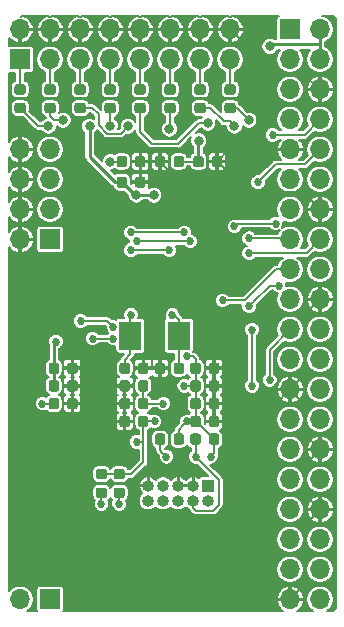
<source format=gbl>
G04 #@! TF.GenerationSoftware,KiCad,Pcbnew,5.0.0-rc2-unknown-dd436b6~65~ubuntu18.04.1*
G04 #@! TF.CreationDate,2018-06-27T22:19:06+02:00*
G04 #@! TF.ProjectId,raspi3-4xWS2812-lvds,7261737069332D34785753323831322D,rev?*
G04 #@! TF.SameCoordinates,Original*
G04 #@! TF.FileFunction,Copper,L2,Bot,Signal*
G04 #@! TF.FilePolarity,Positive*
%FSLAX46Y46*%
G04 Gerber Fmt 4.6, Leading zero omitted, Abs format (unit mm)*
G04 Created by KiCad (PCBNEW 5.0.0-rc2-unknown-dd436b6~65~ubuntu18.04.1) date Wed Jun 27 22:19:06 2018*
%MOMM*%
%LPD*%
G01*
G04 APERTURE LIST*
G04 #@! TA.AperFunction,ComponentPad*
%ADD10R,1.000000X1.000000*%
G04 #@! TD*
G04 #@! TA.AperFunction,ComponentPad*
%ADD11O,1.000000X1.000000*%
G04 #@! TD*
G04 #@! TA.AperFunction,ComponentPad*
%ADD12R,1.700000X1.700000*%
G04 #@! TD*
G04 #@! TA.AperFunction,ComponentPad*
%ADD13O,1.700000X1.700000*%
G04 #@! TD*
G04 #@! TA.AperFunction,Conductor*
%ADD14C,0.100000*%
G04 #@! TD*
G04 #@! TA.AperFunction,SMDPad,CuDef*
%ADD15C,0.875000*%
G04 #@! TD*
G04 #@! TA.AperFunction,SMDPad,CuDef*
%ADD16R,1.900000X2.400000*%
G04 #@! TD*
G04 #@! TA.AperFunction,ViaPad*
%ADD17C,0.685800*%
G04 #@! TD*
G04 #@! TA.AperFunction,ViaPad*
%ADD18C,0.800000*%
G04 #@! TD*
G04 #@! TA.AperFunction,Conductor*
%ADD19C,0.152400*%
G04 #@! TD*
G04 #@! TA.AperFunction,Conductor*
%ADD20C,0.250000*%
G04 #@! TD*
G04 #@! TA.AperFunction,Conductor*
%ADD21C,0.127000*%
G04 #@! TD*
G04 APERTURE END LIST*
D10*
G04 #@! TO.P,J1,1*
G04 #@! TO.N,+3V3*
X102300000Y-90700000D03*
D11*
G04 #@! TO.P,J1,2*
G04 #@! TO.N,SWDIO*
X102300000Y-91970000D03*
G04 #@! TO.P,J1,3*
G04 #@! TO.N,GND*
X101030000Y-90700000D03*
G04 #@! TO.P,J1,4*
G04 #@! TO.N,SWCLK*
X101030000Y-91970000D03*
G04 #@! TO.P,J1,5*
G04 #@! TO.N,GND*
X99760000Y-90700000D03*
G04 #@! TO.P,J1,6*
G04 #@! TO.N,Net-(J1-Pad6)*
X99760000Y-91970000D03*
G04 #@! TO.P,J1,7*
G04 #@! TO.N,Net-(J1-Pad7)*
X98490000Y-90700000D03*
G04 #@! TO.P,J1,8*
G04 #@! TO.N,Net-(J1-Pad8)*
X98490000Y-91970000D03*
G04 #@! TO.P,J1,9*
G04 #@! TO.N,GND*
X97220000Y-90700000D03*
G04 #@! TO.P,J1,10*
G04 #@! TO.N,NRST*
X97220000Y-91970000D03*
G04 #@! TD*
D12*
G04 #@! TO.P,J3,1*
G04 #@! TO.N,Net-(J3-Pad1)*
X86360000Y-54610000D03*
D13*
G04 #@! TO.P,J3,2*
G04 #@! TO.N,GND*
X86360000Y-52070000D03*
G04 #@! TO.P,J3,3*
G04 #@! TO.N,Net-(J3-Pad3)*
X88900000Y-54610000D03*
G04 #@! TO.P,J3,4*
G04 #@! TO.N,GND*
X88900000Y-52070000D03*
G04 #@! TO.P,J3,5*
G04 #@! TO.N,Net-(J3-Pad5)*
X91440000Y-54610000D03*
G04 #@! TO.P,J3,6*
G04 #@! TO.N,GND*
X91440000Y-52070000D03*
G04 #@! TO.P,J3,7*
G04 #@! TO.N,Net-(J3-Pad7)*
X93980000Y-54610000D03*
G04 #@! TO.P,J3,8*
G04 #@! TO.N,GND*
X93980000Y-52070000D03*
G04 #@! TO.P,J3,9*
G04 #@! TO.N,Net-(J3-Pad9)*
X96520000Y-54610000D03*
G04 #@! TO.P,J3,10*
G04 #@! TO.N,GND*
X96520000Y-52070000D03*
G04 #@! TO.P,J3,11*
G04 #@! TO.N,Net-(J3-Pad11)*
X99060000Y-54610000D03*
G04 #@! TO.P,J3,12*
G04 #@! TO.N,GND*
X99060000Y-52070000D03*
G04 #@! TO.P,J3,13*
G04 #@! TO.N,Net-(J3-Pad13)*
X101600000Y-54610000D03*
G04 #@! TO.P,J3,14*
G04 #@! TO.N,GND*
X101600000Y-52070000D03*
G04 #@! TO.P,J3,15*
G04 #@! TO.N,Net-(J3-Pad15)*
X104140000Y-54610000D03*
G04 #@! TO.P,J3,16*
G04 #@! TO.N,GND*
X104140000Y-52070000D03*
G04 #@! TD*
D14*
G04 #@! TO.N,Net-(C1-Pad1)*
G04 #@! TO.C,C1*
G36*
X100027691Y-80276053D02*
X100048926Y-80279203D01*
X100069750Y-80284419D01*
X100089962Y-80291651D01*
X100109368Y-80300830D01*
X100127781Y-80311866D01*
X100145024Y-80324654D01*
X100160930Y-80339070D01*
X100175346Y-80354976D01*
X100188134Y-80372219D01*
X100199170Y-80390632D01*
X100208349Y-80410038D01*
X100215581Y-80430250D01*
X100220797Y-80451074D01*
X100223947Y-80472309D01*
X100225000Y-80493750D01*
X100225000Y-81006250D01*
X100223947Y-81027691D01*
X100220797Y-81048926D01*
X100215581Y-81069750D01*
X100208349Y-81089962D01*
X100199170Y-81109368D01*
X100188134Y-81127781D01*
X100175346Y-81145024D01*
X100160930Y-81160930D01*
X100145024Y-81175346D01*
X100127781Y-81188134D01*
X100109368Y-81199170D01*
X100089962Y-81208349D01*
X100069750Y-81215581D01*
X100048926Y-81220797D01*
X100027691Y-81223947D01*
X100006250Y-81225000D01*
X99568750Y-81225000D01*
X99547309Y-81223947D01*
X99526074Y-81220797D01*
X99505250Y-81215581D01*
X99485038Y-81208349D01*
X99465632Y-81199170D01*
X99447219Y-81188134D01*
X99429976Y-81175346D01*
X99414070Y-81160930D01*
X99399654Y-81145024D01*
X99386866Y-81127781D01*
X99375830Y-81109368D01*
X99366651Y-81089962D01*
X99359419Y-81069750D01*
X99354203Y-81048926D01*
X99351053Y-81027691D01*
X99350000Y-81006250D01*
X99350000Y-80493750D01*
X99351053Y-80472309D01*
X99354203Y-80451074D01*
X99359419Y-80430250D01*
X99366651Y-80410038D01*
X99375830Y-80390632D01*
X99386866Y-80372219D01*
X99399654Y-80354976D01*
X99414070Y-80339070D01*
X99429976Y-80324654D01*
X99447219Y-80311866D01*
X99465632Y-80300830D01*
X99485038Y-80291651D01*
X99505250Y-80284419D01*
X99526074Y-80279203D01*
X99547309Y-80276053D01*
X99568750Y-80275000D01*
X100006250Y-80275000D01*
X100027691Y-80276053D01*
X100027691Y-80276053D01*
G37*
D15*
G04 #@! TD*
G04 #@! TO.P,C1,1*
G04 #@! TO.N,Net-(C1-Pad1)*
X99787500Y-80750000D03*
D14*
G04 #@! TO.N,GND*
G04 #@! TO.C,C1*
G36*
X98452691Y-80276053D02*
X98473926Y-80279203D01*
X98494750Y-80284419D01*
X98514962Y-80291651D01*
X98534368Y-80300830D01*
X98552781Y-80311866D01*
X98570024Y-80324654D01*
X98585930Y-80339070D01*
X98600346Y-80354976D01*
X98613134Y-80372219D01*
X98624170Y-80390632D01*
X98633349Y-80410038D01*
X98640581Y-80430250D01*
X98645797Y-80451074D01*
X98648947Y-80472309D01*
X98650000Y-80493750D01*
X98650000Y-81006250D01*
X98648947Y-81027691D01*
X98645797Y-81048926D01*
X98640581Y-81069750D01*
X98633349Y-81089962D01*
X98624170Y-81109368D01*
X98613134Y-81127781D01*
X98600346Y-81145024D01*
X98585930Y-81160930D01*
X98570024Y-81175346D01*
X98552781Y-81188134D01*
X98534368Y-81199170D01*
X98514962Y-81208349D01*
X98494750Y-81215581D01*
X98473926Y-81220797D01*
X98452691Y-81223947D01*
X98431250Y-81225000D01*
X97993750Y-81225000D01*
X97972309Y-81223947D01*
X97951074Y-81220797D01*
X97930250Y-81215581D01*
X97910038Y-81208349D01*
X97890632Y-81199170D01*
X97872219Y-81188134D01*
X97854976Y-81175346D01*
X97839070Y-81160930D01*
X97824654Y-81145024D01*
X97811866Y-81127781D01*
X97800830Y-81109368D01*
X97791651Y-81089962D01*
X97784419Y-81069750D01*
X97779203Y-81048926D01*
X97776053Y-81027691D01*
X97775000Y-81006250D01*
X97775000Y-80493750D01*
X97776053Y-80472309D01*
X97779203Y-80451074D01*
X97784419Y-80430250D01*
X97791651Y-80410038D01*
X97800830Y-80390632D01*
X97811866Y-80372219D01*
X97824654Y-80354976D01*
X97839070Y-80339070D01*
X97854976Y-80324654D01*
X97872219Y-80311866D01*
X97890632Y-80300830D01*
X97910038Y-80291651D01*
X97930250Y-80284419D01*
X97951074Y-80279203D01*
X97972309Y-80276053D01*
X97993750Y-80275000D01*
X98431250Y-80275000D01*
X98452691Y-80276053D01*
X98452691Y-80276053D01*
G37*
D15*
G04 #@! TD*
G04 #@! TO.P,C1,2*
G04 #@! TO.N,GND*
X98212500Y-80750000D03*
D14*
G04 #@! TO.N,GND*
G04 #@! TO.C,C2*
G36*
X97027691Y-80276053D02*
X97048926Y-80279203D01*
X97069750Y-80284419D01*
X97089962Y-80291651D01*
X97109368Y-80300830D01*
X97127781Y-80311866D01*
X97145024Y-80324654D01*
X97160930Y-80339070D01*
X97175346Y-80354976D01*
X97188134Y-80372219D01*
X97199170Y-80390632D01*
X97208349Y-80410038D01*
X97215581Y-80430250D01*
X97220797Y-80451074D01*
X97223947Y-80472309D01*
X97225000Y-80493750D01*
X97225000Y-81006250D01*
X97223947Y-81027691D01*
X97220797Y-81048926D01*
X97215581Y-81069750D01*
X97208349Y-81089962D01*
X97199170Y-81109368D01*
X97188134Y-81127781D01*
X97175346Y-81145024D01*
X97160930Y-81160930D01*
X97145024Y-81175346D01*
X97127781Y-81188134D01*
X97109368Y-81199170D01*
X97089962Y-81208349D01*
X97069750Y-81215581D01*
X97048926Y-81220797D01*
X97027691Y-81223947D01*
X97006250Y-81225000D01*
X96568750Y-81225000D01*
X96547309Y-81223947D01*
X96526074Y-81220797D01*
X96505250Y-81215581D01*
X96485038Y-81208349D01*
X96465632Y-81199170D01*
X96447219Y-81188134D01*
X96429976Y-81175346D01*
X96414070Y-81160930D01*
X96399654Y-81145024D01*
X96386866Y-81127781D01*
X96375830Y-81109368D01*
X96366651Y-81089962D01*
X96359419Y-81069750D01*
X96354203Y-81048926D01*
X96351053Y-81027691D01*
X96350000Y-81006250D01*
X96350000Y-80493750D01*
X96351053Y-80472309D01*
X96354203Y-80451074D01*
X96359419Y-80430250D01*
X96366651Y-80410038D01*
X96375830Y-80390632D01*
X96386866Y-80372219D01*
X96399654Y-80354976D01*
X96414070Y-80339070D01*
X96429976Y-80324654D01*
X96447219Y-80311866D01*
X96465632Y-80300830D01*
X96485038Y-80291651D01*
X96505250Y-80284419D01*
X96526074Y-80279203D01*
X96547309Y-80276053D01*
X96568750Y-80275000D01*
X97006250Y-80275000D01*
X97027691Y-80276053D01*
X97027691Y-80276053D01*
G37*
D15*
G04 #@! TD*
G04 #@! TO.P,C2,2*
G04 #@! TO.N,GND*
X96787500Y-80750000D03*
D14*
G04 #@! TO.N,Net-(C2-Pad1)*
G04 #@! TO.C,C2*
G36*
X95452691Y-80276053D02*
X95473926Y-80279203D01*
X95494750Y-80284419D01*
X95514962Y-80291651D01*
X95534368Y-80300830D01*
X95552781Y-80311866D01*
X95570024Y-80324654D01*
X95585930Y-80339070D01*
X95600346Y-80354976D01*
X95613134Y-80372219D01*
X95624170Y-80390632D01*
X95633349Y-80410038D01*
X95640581Y-80430250D01*
X95645797Y-80451074D01*
X95648947Y-80472309D01*
X95650000Y-80493750D01*
X95650000Y-81006250D01*
X95648947Y-81027691D01*
X95645797Y-81048926D01*
X95640581Y-81069750D01*
X95633349Y-81089962D01*
X95624170Y-81109368D01*
X95613134Y-81127781D01*
X95600346Y-81145024D01*
X95585930Y-81160930D01*
X95570024Y-81175346D01*
X95552781Y-81188134D01*
X95534368Y-81199170D01*
X95514962Y-81208349D01*
X95494750Y-81215581D01*
X95473926Y-81220797D01*
X95452691Y-81223947D01*
X95431250Y-81225000D01*
X94993750Y-81225000D01*
X94972309Y-81223947D01*
X94951074Y-81220797D01*
X94930250Y-81215581D01*
X94910038Y-81208349D01*
X94890632Y-81199170D01*
X94872219Y-81188134D01*
X94854976Y-81175346D01*
X94839070Y-81160930D01*
X94824654Y-81145024D01*
X94811866Y-81127781D01*
X94800830Y-81109368D01*
X94791651Y-81089962D01*
X94784419Y-81069750D01*
X94779203Y-81048926D01*
X94776053Y-81027691D01*
X94775000Y-81006250D01*
X94775000Y-80493750D01*
X94776053Y-80472309D01*
X94779203Y-80451074D01*
X94784419Y-80430250D01*
X94791651Y-80410038D01*
X94800830Y-80390632D01*
X94811866Y-80372219D01*
X94824654Y-80354976D01*
X94839070Y-80339070D01*
X94854976Y-80324654D01*
X94872219Y-80311866D01*
X94890632Y-80300830D01*
X94910038Y-80291651D01*
X94930250Y-80284419D01*
X94951074Y-80279203D01*
X94972309Y-80276053D01*
X94993750Y-80275000D01*
X95431250Y-80275000D01*
X95452691Y-80276053D01*
X95452691Y-80276053D01*
G37*
D15*
G04 #@! TD*
G04 #@! TO.P,C2,1*
G04 #@! TO.N,Net-(C2-Pad1)*
X95212500Y-80750000D03*
D14*
G04 #@! TO.N,GND*
G04 #@! TO.C,C3*
G36*
X95452691Y-81776053D02*
X95473926Y-81779203D01*
X95494750Y-81784419D01*
X95514962Y-81791651D01*
X95534368Y-81800830D01*
X95552781Y-81811866D01*
X95570024Y-81824654D01*
X95585930Y-81839070D01*
X95600346Y-81854976D01*
X95613134Y-81872219D01*
X95624170Y-81890632D01*
X95633349Y-81910038D01*
X95640581Y-81930250D01*
X95645797Y-81951074D01*
X95648947Y-81972309D01*
X95650000Y-81993750D01*
X95650000Y-82506250D01*
X95648947Y-82527691D01*
X95645797Y-82548926D01*
X95640581Y-82569750D01*
X95633349Y-82589962D01*
X95624170Y-82609368D01*
X95613134Y-82627781D01*
X95600346Y-82645024D01*
X95585930Y-82660930D01*
X95570024Y-82675346D01*
X95552781Y-82688134D01*
X95534368Y-82699170D01*
X95514962Y-82708349D01*
X95494750Y-82715581D01*
X95473926Y-82720797D01*
X95452691Y-82723947D01*
X95431250Y-82725000D01*
X94993750Y-82725000D01*
X94972309Y-82723947D01*
X94951074Y-82720797D01*
X94930250Y-82715581D01*
X94910038Y-82708349D01*
X94890632Y-82699170D01*
X94872219Y-82688134D01*
X94854976Y-82675346D01*
X94839070Y-82660930D01*
X94824654Y-82645024D01*
X94811866Y-82627781D01*
X94800830Y-82609368D01*
X94791651Y-82589962D01*
X94784419Y-82569750D01*
X94779203Y-82548926D01*
X94776053Y-82527691D01*
X94775000Y-82506250D01*
X94775000Y-81993750D01*
X94776053Y-81972309D01*
X94779203Y-81951074D01*
X94784419Y-81930250D01*
X94791651Y-81910038D01*
X94800830Y-81890632D01*
X94811866Y-81872219D01*
X94824654Y-81854976D01*
X94839070Y-81839070D01*
X94854976Y-81824654D01*
X94872219Y-81811866D01*
X94890632Y-81800830D01*
X94910038Y-81791651D01*
X94930250Y-81784419D01*
X94951074Y-81779203D01*
X94972309Y-81776053D01*
X94993750Y-81775000D01*
X95431250Y-81775000D01*
X95452691Y-81776053D01*
X95452691Y-81776053D01*
G37*
D15*
G04 #@! TD*
G04 #@! TO.P,C3,2*
G04 #@! TO.N,GND*
X95212500Y-82250000D03*
D14*
G04 #@! TO.N,Net-(C3-Pad1)*
G04 #@! TO.C,C3*
G36*
X97027691Y-81776053D02*
X97048926Y-81779203D01*
X97069750Y-81784419D01*
X97089962Y-81791651D01*
X97109368Y-81800830D01*
X97127781Y-81811866D01*
X97145024Y-81824654D01*
X97160930Y-81839070D01*
X97175346Y-81854976D01*
X97188134Y-81872219D01*
X97199170Y-81890632D01*
X97208349Y-81910038D01*
X97215581Y-81930250D01*
X97220797Y-81951074D01*
X97223947Y-81972309D01*
X97225000Y-81993750D01*
X97225000Y-82506250D01*
X97223947Y-82527691D01*
X97220797Y-82548926D01*
X97215581Y-82569750D01*
X97208349Y-82589962D01*
X97199170Y-82609368D01*
X97188134Y-82627781D01*
X97175346Y-82645024D01*
X97160930Y-82660930D01*
X97145024Y-82675346D01*
X97127781Y-82688134D01*
X97109368Y-82699170D01*
X97089962Y-82708349D01*
X97069750Y-82715581D01*
X97048926Y-82720797D01*
X97027691Y-82723947D01*
X97006250Y-82725000D01*
X96568750Y-82725000D01*
X96547309Y-82723947D01*
X96526074Y-82720797D01*
X96505250Y-82715581D01*
X96485038Y-82708349D01*
X96465632Y-82699170D01*
X96447219Y-82688134D01*
X96429976Y-82675346D01*
X96414070Y-82660930D01*
X96399654Y-82645024D01*
X96386866Y-82627781D01*
X96375830Y-82609368D01*
X96366651Y-82589962D01*
X96359419Y-82569750D01*
X96354203Y-82548926D01*
X96351053Y-82527691D01*
X96350000Y-82506250D01*
X96350000Y-81993750D01*
X96351053Y-81972309D01*
X96354203Y-81951074D01*
X96359419Y-81930250D01*
X96366651Y-81910038D01*
X96375830Y-81890632D01*
X96386866Y-81872219D01*
X96399654Y-81854976D01*
X96414070Y-81839070D01*
X96429976Y-81824654D01*
X96447219Y-81811866D01*
X96465632Y-81800830D01*
X96485038Y-81791651D01*
X96505250Y-81784419D01*
X96526074Y-81779203D01*
X96547309Y-81776053D01*
X96568750Y-81775000D01*
X97006250Y-81775000D01*
X97027691Y-81776053D01*
X97027691Y-81776053D01*
G37*
D15*
G04 #@! TD*
G04 #@! TO.P,C3,1*
G04 #@! TO.N,Net-(C3-Pad1)*
X96787500Y-82250000D03*
D14*
G04 #@! TO.N,Net-(C3-Pad1)*
G04 #@! TO.C,C4*
G36*
X97027691Y-83276053D02*
X97048926Y-83279203D01*
X97069750Y-83284419D01*
X97089962Y-83291651D01*
X97109368Y-83300830D01*
X97127781Y-83311866D01*
X97145024Y-83324654D01*
X97160930Y-83339070D01*
X97175346Y-83354976D01*
X97188134Y-83372219D01*
X97199170Y-83390632D01*
X97208349Y-83410038D01*
X97215581Y-83430250D01*
X97220797Y-83451074D01*
X97223947Y-83472309D01*
X97225000Y-83493750D01*
X97225000Y-84006250D01*
X97223947Y-84027691D01*
X97220797Y-84048926D01*
X97215581Y-84069750D01*
X97208349Y-84089962D01*
X97199170Y-84109368D01*
X97188134Y-84127781D01*
X97175346Y-84145024D01*
X97160930Y-84160930D01*
X97145024Y-84175346D01*
X97127781Y-84188134D01*
X97109368Y-84199170D01*
X97089962Y-84208349D01*
X97069750Y-84215581D01*
X97048926Y-84220797D01*
X97027691Y-84223947D01*
X97006250Y-84225000D01*
X96568750Y-84225000D01*
X96547309Y-84223947D01*
X96526074Y-84220797D01*
X96505250Y-84215581D01*
X96485038Y-84208349D01*
X96465632Y-84199170D01*
X96447219Y-84188134D01*
X96429976Y-84175346D01*
X96414070Y-84160930D01*
X96399654Y-84145024D01*
X96386866Y-84127781D01*
X96375830Y-84109368D01*
X96366651Y-84089962D01*
X96359419Y-84069750D01*
X96354203Y-84048926D01*
X96351053Y-84027691D01*
X96350000Y-84006250D01*
X96350000Y-83493750D01*
X96351053Y-83472309D01*
X96354203Y-83451074D01*
X96359419Y-83430250D01*
X96366651Y-83410038D01*
X96375830Y-83390632D01*
X96386866Y-83372219D01*
X96399654Y-83354976D01*
X96414070Y-83339070D01*
X96429976Y-83324654D01*
X96447219Y-83311866D01*
X96465632Y-83300830D01*
X96485038Y-83291651D01*
X96505250Y-83284419D01*
X96526074Y-83279203D01*
X96547309Y-83276053D01*
X96568750Y-83275000D01*
X97006250Y-83275000D01*
X97027691Y-83276053D01*
X97027691Y-83276053D01*
G37*
D15*
G04 #@! TD*
G04 #@! TO.P,C4,1*
G04 #@! TO.N,Net-(C3-Pad1)*
X96787500Y-83750000D03*
D14*
G04 #@! TO.N,GND*
G04 #@! TO.C,C4*
G36*
X95452691Y-83276053D02*
X95473926Y-83279203D01*
X95494750Y-83284419D01*
X95514962Y-83291651D01*
X95534368Y-83300830D01*
X95552781Y-83311866D01*
X95570024Y-83324654D01*
X95585930Y-83339070D01*
X95600346Y-83354976D01*
X95613134Y-83372219D01*
X95624170Y-83390632D01*
X95633349Y-83410038D01*
X95640581Y-83430250D01*
X95645797Y-83451074D01*
X95648947Y-83472309D01*
X95650000Y-83493750D01*
X95650000Y-84006250D01*
X95648947Y-84027691D01*
X95645797Y-84048926D01*
X95640581Y-84069750D01*
X95633349Y-84089962D01*
X95624170Y-84109368D01*
X95613134Y-84127781D01*
X95600346Y-84145024D01*
X95585930Y-84160930D01*
X95570024Y-84175346D01*
X95552781Y-84188134D01*
X95534368Y-84199170D01*
X95514962Y-84208349D01*
X95494750Y-84215581D01*
X95473926Y-84220797D01*
X95452691Y-84223947D01*
X95431250Y-84225000D01*
X94993750Y-84225000D01*
X94972309Y-84223947D01*
X94951074Y-84220797D01*
X94930250Y-84215581D01*
X94910038Y-84208349D01*
X94890632Y-84199170D01*
X94872219Y-84188134D01*
X94854976Y-84175346D01*
X94839070Y-84160930D01*
X94824654Y-84145024D01*
X94811866Y-84127781D01*
X94800830Y-84109368D01*
X94791651Y-84089962D01*
X94784419Y-84069750D01*
X94779203Y-84048926D01*
X94776053Y-84027691D01*
X94775000Y-84006250D01*
X94775000Y-83493750D01*
X94776053Y-83472309D01*
X94779203Y-83451074D01*
X94784419Y-83430250D01*
X94791651Y-83410038D01*
X94800830Y-83390632D01*
X94811866Y-83372219D01*
X94824654Y-83354976D01*
X94839070Y-83339070D01*
X94854976Y-83324654D01*
X94872219Y-83311866D01*
X94890632Y-83300830D01*
X94910038Y-83291651D01*
X94930250Y-83284419D01*
X94951074Y-83279203D01*
X94972309Y-83276053D01*
X94993750Y-83275000D01*
X95431250Y-83275000D01*
X95452691Y-83276053D01*
X95452691Y-83276053D01*
G37*
D15*
G04 #@! TD*
G04 #@! TO.P,C4,2*
G04 #@! TO.N,GND*
X95212500Y-83750000D03*
D14*
G04 #@! TO.N,GND*
G04 #@! TO.C,C5*
G36*
X103027691Y-83276053D02*
X103048926Y-83279203D01*
X103069750Y-83284419D01*
X103089962Y-83291651D01*
X103109368Y-83300830D01*
X103127781Y-83311866D01*
X103145024Y-83324654D01*
X103160930Y-83339070D01*
X103175346Y-83354976D01*
X103188134Y-83372219D01*
X103199170Y-83390632D01*
X103208349Y-83410038D01*
X103215581Y-83430250D01*
X103220797Y-83451074D01*
X103223947Y-83472309D01*
X103225000Y-83493750D01*
X103225000Y-84006250D01*
X103223947Y-84027691D01*
X103220797Y-84048926D01*
X103215581Y-84069750D01*
X103208349Y-84089962D01*
X103199170Y-84109368D01*
X103188134Y-84127781D01*
X103175346Y-84145024D01*
X103160930Y-84160930D01*
X103145024Y-84175346D01*
X103127781Y-84188134D01*
X103109368Y-84199170D01*
X103089962Y-84208349D01*
X103069750Y-84215581D01*
X103048926Y-84220797D01*
X103027691Y-84223947D01*
X103006250Y-84225000D01*
X102568750Y-84225000D01*
X102547309Y-84223947D01*
X102526074Y-84220797D01*
X102505250Y-84215581D01*
X102485038Y-84208349D01*
X102465632Y-84199170D01*
X102447219Y-84188134D01*
X102429976Y-84175346D01*
X102414070Y-84160930D01*
X102399654Y-84145024D01*
X102386866Y-84127781D01*
X102375830Y-84109368D01*
X102366651Y-84089962D01*
X102359419Y-84069750D01*
X102354203Y-84048926D01*
X102351053Y-84027691D01*
X102350000Y-84006250D01*
X102350000Y-83493750D01*
X102351053Y-83472309D01*
X102354203Y-83451074D01*
X102359419Y-83430250D01*
X102366651Y-83410038D01*
X102375830Y-83390632D01*
X102386866Y-83372219D01*
X102399654Y-83354976D01*
X102414070Y-83339070D01*
X102429976Y-83324654D01*
X102447219Y-83311866D01*
X102465632Y-83300830D01*
X102485038Y-83291651D01*
X102505250Y-83284419D01*
X102526074Y-83279203D01*
X102547309Y-83276053D01*
X102568750Y-83275000D01*
X103006250Y-83275000D01*
X103027691Y-83276053D01*
X103027691Y-83276053D01*
G37*
D15*
G04 #@! TD*
G04 #@! TO.P,C5,2*
G04 #@! TO.N,GND*
X102787500Y-83750000D03*
D14*
G04 #@! TO.N,+3V3*
G04 #@! TO.C,C5*
G36*
X101452691Y-83276053D02*
X101473926Y-83279203D01*
X101494750Y-83284419D01*
X101514962Y-83291651D01*
X101534368Y-83300830D01*
X101552781Y-83311866D01*
X101570024Y-83324654D01*
X101585930Y-83339070D01*
X101600346Y-83354976D01*
X101613134Y-83372219D01*
X101624170Y-83390632D01*
X101633349Y-83410038D01*
X101640581Y-83430250D01*
X101645797Y-83451074D01*
X101648947Y-83472309D01*
X101650000Y-83493750D01*
X101650000Y-84006250D01*
X101648947Y-84027691D01*
X101645797Y-84048926D01*
X101640581Y-84069750D01*
X101633349Y-84089962D01*
X101624170Y-84109368D01*
X101613134Y-84127781D01*
X101600346Y-84145024D01*
X101585930Y-84160930D01*
X101570024Y-84175346D01*
X101552781Y-84188134D01*
X101534368Y-84199170D01*
X101514962Y-84208349D01*
X101494750Y-84215581D01*
X101473926Y-84220797D01*
X101452691Y-84223947D01*
X101431250Y-84225000D01*
X100993750Y-84225000D01*
X100972309Y-84223947D01*
X100951074Y-84220797D01*
X100930250Y-84215581D01*
X100910038Y-84208349D01*
X100890632Y-84199170D01*
X100872219Y-84188134D01*
X100854976Y-84175346D01*
X100839070Y-84160930D01*
X100824654Y-84145024D01*
X100811866Y-84127781D01*
X100800830Y-84109368D01*
X100791651Y-84089962D01*
X100784419Y-84069750D01*
X100779203Y-84048926D01*
X100776053Y-84027691D01*
X100775000Y-84006250D01*
X100775000Y-83493750D01*
X100776053Y-83472309D01*
X100779203Y-83451074D01*
X100784419Y-83430250D01*
X100791651Y-83410038D01*
X100800830Y-83390632D01*
X100811866Y-83372219D01*
X100824654Y-83354976D01*
X100839070Y-83339070D01*
X100854976Y-83324654D01*
X100872219Y-83311866D01*
X100890632Y-83300830D01*
X100910038Y-83291651D01*
X100930250Y-83284419D01*
X100951074Y-83279203D01*
X100972309Y-83276053D01*
X100993750Y-83275000D01*
X101431250Y-83275000D01*
X101452691Y-83276053D01*
X101452691Y-83276053D01*
G37*
D15*
G04 #@! TD*
G04 #@! TO.P,C5,1*
G04 #@! TO.N,+3V3*
X101212500Y-83750000D03*
D14*
G04 #@! TO.N,+3V3*
G04 #@! TO.C,C6*
G36*
X97027691Y-84776053D02*
X97048926Y-84779203D01*
X97069750Y-84784419D01*
X97089962Y-84791651D01*
X97109368Y-84800830D01*
X97127781Y-84811866D01*
X97145024Y-84824654D01*
X97160930Y-84839070D01*
X97175346Y-84854976D01*
X97188134Y-84872219D01*
X97199170Y-84890632D01*
X97208349Y-84910038D01*
X97215581Y-84930250D01*
X97220797Y-84951074D01*
X97223947Y-84972309D01*
X97225000Y-84993750D01*
X97225000Y-85506250D01*
X97223947Y-85527691D01*
X97220797Y-85548926D01*
X97215581Y-85569750D01*
X97208349Y-85589962D01*
X97199170Y-85609368D01*
X97188134Y-85627781D01*
X97175346Y-85645024D01*
X97160930Y-85660930D01*
X97145024Y-85675346D01*
X97127781Y-85688134D01*
X97109368Y-85699170D01*
X97089962Y-85708349D01*
X97069750Y-85715581D01*
X97048926Y-85720797D01*
X97027691Y-85723947D01*
X97006250Y-85725000D01*
X96568750Y-85725000D01*
X96547309Y-85723947D01*
X96526074Y-85720797D01*
X96505250Y-85715581D01*
X96485038Y-85708349D01*
X96465632Y-85699170D01*
X96447219Y-85688134D01*
X96429976Y-85675346D01*
X96414070Y-85660930D01*
X96399654Y-85645024D01*
X96386866Y-85627781D01*
X96375830Y-85609368D01*
X96366651Y-85589962D01*
X96359419Y-85569750D01*
X96354203Y-85548926D01*
X96351053Y-85527691D01*
X96350000Y-85506250D01*
X96350000Y-84993750D01*
X96351053Y-84972309D01*
X96354203Y-84951074D01*
X96359419Y-84930250D01*
X96366651Y-84910038D01*
X96375830Y-84890632D01*
X96386866Y-84872219D01*
X96399654Y-84854976D01*
X96414070Y-84839070D01*
X96429976Y-84824654D01*
X96447219Y-84811866D01*
X96465632Y-84800830D01*
X96485038Y-84791651D01*
X96505250Y-84784419D01*
X96526074Y-84779203D01*
X96547309Y-84776053D01*
X96568750Y-84775000D01*
X97006250Y-84775000D01*
X97027691Y-84776053D01*
X97027691Y-84776053D01*
G37*
D15*
G04 #@! TD*
G04 #@! TO.P,C6,1*
G04 #@! TO.N,+3V3*
X96787500Y-85250000D03*
D14*
G04 #@! TO.N,GND*
G04 #@! TO.C,C6*
G36*
X95452691Y-84776053D02*
X95473926Y-84779203D01*
X95494750Y-84784419D01*
X95514962Y-84791651D01*
X95534368Y-84800830D01*
X95552781Y-84811866D01*
X95570024Y-84824654D01*
X95585930Y-84839070D01*
X95600346Y-84854976D01*
X95613134Y-84872219D01*
X95624170Y-84890632D01*
X95633349Y-84910038D01*
X95640581Y-84930250D01*
X95645797Y-84951074D01*
X95648947Y-84972309D01*
X95650000Y-84993750D01*
X95650000Y-85506250D01*
X95648947Y-85527691D01*
X95645797Y-85548926D01*
X95640581Y-85569750D01*
X95633349Y-85589962D01*
X95624170Y-85609368D01*
X95613134Y-85627781D01*
X95600346Y-85645024D01*
X95585930Y-85660930D01*
X95570024Y-85675346D01*
X95552781Y-85688134D01*
X95534368Y-85699170D01*
X95514962Y-85708349D01*
X95494750Y-85715581D01*
X95473926Y-85720797D01*
X95452691Y-85723947D01*
X95431250Y-85725000D01*
X94993750Y-85725000D01*
X94972309Y-85723947D01*
X94951074Y-85720797D01*
X94930250Y-85715581D01*
X94910038Y-85708349D01*
X94890632Y-85699170D01*
X94872219Y-85688134D01*
X94854976Y-85675346D01*
X94839070Y-85660930D01*
X94824654Y-85645024D01*
X94811866Y-85627781D01*
X94800830Y-85609368D01*
X94791651Y-85589962D01*
X94784419Y-85569750D01*
X94779203Y-85548926D01*
X94776053Y-85527691D01*
X94775000Y-85506250D01*
X94775000Y-84993750D01*
X94776053Y-84972309D01*
X94779203Y-84951074D01*
X94784419Y-84930250D01*
X94791651Y-84910038D01*
X94800830Y-84890632D01*
X94811866Y-84872219D01*
X94824654Y-84854976D01*
X94839070Y-84839070D01*
X94854976Y-84824654D01*
X94872219Y-84811866D01*
X94890632Y-84800830D01*
X94910038Y-84791651D01*
X94930250Y-84784419D01*
X94951074Y-84779203D01*
X94972309Y-84776053D01*
X94993750Y-84775000D01*
X95431250Y-84775000D01*
X95452691Y-84776053D01*
X95452691Y-84776053D01*
G37*
D15*
G04 #@! TD*
G04 #@! TO.P,C6,2*
G04 #@! TO.N,GND*
X95212500Y-85250000D03*
D14*
G04 #@! TO.N,+3V3*
G04 #@! TO.C,C7*
G36*
X101452691Y-81776053D02*
X101473926Y-81779203D01*
X101494750Y-81784419D01*
X101514962Y-81791651D01*
X101534368Y-81800830D01*
X101552781Y-81811866D01*
X101570024Y-81824654D01*
X101585930Y-81839070D01*
X101600346Y-81854976D01*
X101613134Y-81872219D01*
X101624170Y-81890632D01*
X101633349Y-81910038D01*
X101640581Y-81930250D01*
X101645797Y-81951074D01*
X101648947Y-81972309D01*
X101650000Y-81993750D01*
X101650000Y-82506250D01*
X101648947Y-82527691D01*
X101645797Y-82548926D01*
X101640581Y-82569750D01*
X101633349Y-82589962D01*
X101624170Y-82609368D01*
X101613134Y-82627781D01*
X101600346Y-82645024D01*
X101585930Y-82660930D01*
X101570024Y-82675346D01*
X101552781Y-82688134D01*
X101534368Y-82699170D01*
X101514962Y-82708349D01*
X101494750Y-82715581D01*
X101473926Y-82720797D01*
X101452691Y-82723947D01*
X101431250Y-82725000D01*
X100993750Y-82725000D01*
X100972309Y-82723947D01*
X100951074Y-82720797D01*
X100930250Y-82715581D01*
X100910038Y-82708349D01*
X100890632Y-82699170D01*
X100872219Y-82688134D01*
X100854976Y-82675346D01*
X100839070Y-82660930D01*
X100824654Y-82645024D01*
X100811866Y-82627781D01*
X100800830Y-82609368D01*
X100791651Y-82589962D01*
X100784419Y-82569750D01*
X100779203Y-82548926D01*
X100776053Y-82527691D01*
X100775000Y-82506250D01*
X100775000Y-81993750D01*
X100776053Y-81972309D01*
X100779203Y-81951074D01*
X100784419Y-81930250D01*
X100791651Y-81910038D01*
X100800830Y-81890632D01*
X100811866Y-81872219D01*
X100824654Y-81854976D01*
X100839070Y-81839070D01*
X100854976Y-81824654D01*
X100872219Y-81811866D01*
X100890632Y-81800830D01*
X100910038Y-81791651D01*
X100930250Y-81784419D01*
X100951074Y-81779203D01*
X100972309Y-81776053D01*
X100993750Y-81775000D01*
X101431250Y-81775000D01*
X101452691Y-81776053D01*
X101452691Y-81776053D01*
G37*
D15*
G04 #@! TD*
G04 #@! TO.P,C7,1*
G04 #@! TO.N,+3V3*
X101212500Y-82250000D03*
D14*
G04 #@! TO.N,GND*
G04 #@! TO.C,C7*
G36*
X103027691Y-81776053D02*
X103048926Y-81779203D01*
X103069750Y-81784419D01*
X103089962Y-81791651D01*
X103109368Y-81800830D01*
X103127781Y-81811866D01*
X103145024Y-81824654D01*
X103160930Y-81839070D01*
X103175346Y-81854976D01*
X103188134Y-81872219D01*
X103199170Y-81890632D01*
X103208349Y-81910038D01*
X103215581Y-81930250D01*
X103220797Y-81951074D01*
X103223947Y-81972309D01*
X103225000Y-81993750D01*
X103225000Y-82506250D01*
X103223947Y-82527691D01*
X103220797Y-82548926D01*
X103215581Y-82569750D01*
X103208349Y-82589962D01*
X103199170Y-82609368D01*
X103188134Y-82627781D01*
X103175346Y-82645024D01*
X103160930Y-82660930D01*
X103145024Y-82675346D01*
X103127781Y-82688134D01*
X103109368Y-82699170D01*
X103089962Y-82708349D01*
X103069750Y-82715581D01*
X103048926Y-82720797D01*
X103027691Y-82723947D01*
X103006250Y-82725000D01*
X102568750Y-82725000D01*
X102547309Y-82723947D01*
X102526074Y-82720797D01*
X102505250Y-82715581D01*
X102485038Y-82708349D01*
X102465632Y-82699170D01*
X102447219Y-82688134D01*
X102429976Y-82675346D01*
X102414070Y-82660930D01*
X102399654Y-82645024D01*
X102386866Y-82627781D01*
X102375830Y-82609368D01*
X102366651Y-82589962D01*
X102359419Y-82569750D01*
X102354203Y-82548926D01*
X102351053Y-82527691D01*
X102350000Y-82506250D01*
X102350000Y-81993750D01*
X102351053Y-81972309D01*
X102354203Y-81951074D01*
X102359419Y-81930250D01*
X102366651Y-81910038D01*
X102375830Y-81890632D01*
X102386866Y-81872219D01*
X102399654Y-81854976D01*
X102414070Y-81839070D01*
X102429976Y-81824654D01*
X102447219Y-81811866D01*
X102465632Y-81800830D01*
X102485038Y-81791651D01*
X102505250Y-81784419D01*
X102526074Y-81779203D01*
X102547309Y-81776053D01*
X102568750Y-81775000D01*
X103006250Y-81775000D01*
X103027691Y-81776053D01*
X103027691Y-81776053D01*
G37*
D15*
G04 #@! TD*
G04 #@! TO.P,C7,2*
G04 #@! TO.N,GND*
X102787500Y-82250000D03*
D14*
G04 #@! TO.N,GND*
G04 #@! TO.C,C8*
G36*
X103027691Y-84776053D02*
X103048926Y-84779203D01*
X103069750Y-84784419D01*
X103089962Y-84791651D01*
X103109368Y-84800830D01*
X103127781Y-84811866D01*
X103145024Y-84824654D01*
X103160930Y-84839070D01*
X103175346Y-84854976D01*
X103188134Y-84872219D01*
X103199170Y-84890632D01*
X103208349Y-84910038D01*
X103215581Y-84930250D01*
X103220797Y-84951074D01*
X103223947Y-84972309D01*
X103225000Y-84993750D01*
X103225000Y-85506250D01*
X103223947Y-85527691D01*
X103220797Y-85548926D01*
X103215581Y-85569750D01*
X103208349Y-85589962D01*
X103199170Y-85609368D01*
X103188134Y-85627781D01*
X103175346Y-85645024D01*
X103160930Y-85660930D01*
X103145024Y-85675346D01*
X103127781Y-85688134D01*
X103109368Y-85699170D01*
X103089962Y-85708349D01*
X103069750Y-85715581D01*
X103048926Y-85720797D01*
X103027691Y-85723947D01*
X103006250Y-85725000D01*
X102568750Y-85725000D01*
X102547309Y-85723947D01*
X102526074Y-85720797D01*
X102505250Y-85715581D01*
X102485038Y-85708349D01*
X102465632Y-85699170D01*
X102447219Y-85688134D01*
X102429976Y-85675346D01*
X102414070Y-85660930D01*
X102399654Y-85645024D01*
X102386866Y-85627781D01*
X102375830Y-85609368D01*
X102366651Y-85589962D01*
X102359419Y-85569750D01*
X102354203Y-85548926D01*
X102351053Y-85527691D01*
X102350000Y-85506250D01*
X102350000Y-84993750D01*
X102351053Y-84972309D01*
X102354203Y-84951074D01*
X102359419Y-84930250D01*
X102366651Y-84910038D01*
X102375830Y-84890632D01*
X102386866Y-84872219D01*
X102399654Y-84854976D01*
X102414070Y-84839070D01*
X102429976Y-84824654D01*
X102447219Y-84811866D01*
X102465632Y-84800830D01*
X102485038Y-84791651D01*
X102505250Y-84784419D01*
X102526074Y-84779203D01*
X102547309Y-84776053D01*
X102568750Y-84775000D01*
X103006250Y-84775000D01*
X103027691Y-84776053D01*
X103027691Y-84776053D01*
G37*
D15*
G04 #@! TD*
G04 #@! TO.P,C8,2*
G04 #@! TO.N,GND*
X102787500Y-85250000D03*
D14*
G04 #@! TO.N,+3V3*
G04 #@! TO.C,C8*
G36*
X101452691Y-84776053D02*
X101473926Y-84779203D01*
X101494750Y-84784419D01*
X101514962Y-84791651D01*
X101534368Y-84800830D01*
X101552781Y-84811866D01*
X101570024Y-84824654D01*
X101585930Y-84839070D01*
X101600346Y-84854976D01*
X101613134Y-84872219D01*
X101624170Y-84890632D01*
X101633349Y-84910038D01*
X101640581Y-84930250D01*
X101645797Y-84951074D01*
X101648947Y-84972309D01*
X101650000Y-84993750D01*
X101650000Y-85506250D01*
X101648947Y-85527691D01*
X101645797Y-85548926D01*
X101640581Y-85569750D01*
X101633349Y-85589962D01*
X101624170Y-85609368D01*
X101613134Y-85627781D01*
X101600346Y-85645024D01*
X101585930Y-85660930D01*
X101570024Y-85675346D01*
X101552781Y-85688134D01*
X101534368Y-85699170D01*
X101514962Y-85708349D01*
X101494750Y-85715581D01*
X101473926Y-85720797D01*
X101452691Y-85723947D01*
X101431250Y-85725000D01*
X100993750Y-85725000D01*
X100972309Y-85723947D01*
X100951074Y-85720797D01*
X100930250Y-85715581D01*
X100910038Y-85708349D01*
X100890632Y-85699170D01*
X100872219Y-85688134D01*
X100854976Y-85675346D01*
X100839070Y-85660930D01*
X100824654Y-85645024D01*
X100811866Y-85627781D01*
X100800830Y-85609368D01*
X100791651Y-85589962D01*
X100784419Y-85569750D01*
X100779203Y-85548926D01*
X100776053Y-85527691D01*
X100775000Y-85506250D01*
X100775000Y-84993750D01*
X100776053Y-84972309D01*
X100779203Y-84951074D01*
X100784419Y-84930250D01*
X100791651Y-84910038D01*
X100800830Y-84890632D01*
X100811866Y-84872219D01*
X100824654Y-84854976D01*
X100839070Y-84839070D01*
X100854976Y-84824654D01*
X100872219Y-84811866D01*
X100890632Y-84800830D01*
X100910038Y-84791651D01*
X100930250Y-84784419D01*
X100951074Y-84779203D01*
X100972309Y-84776053D01*
X100993750Y-84775000D01*
X101431250Y-84775000D01*
X101452691Y-84776053D01*
X101452691Y-84776053D01*
G37*
D15*
G04 #@! TD*
G04 #@! TO.P,C8,1*
G04 #@! TO.N,+3V3*
X101212500Y-85250000D03*
D14*
G04 #@! TO.N,+3V3*
G04 #@! TO.C,C9*
G36*
X101452691Y-80276053D02*
X101473926Y-80279203D01*
X101494750Y-80284419D01*
X101514962Y-80291651D01*
X101534368Y-80300830D01*
X101552781Y-80311866D01*
X101570024Y-80324654D01*
X101585930Y-80339070D01*
X101600346Y-80354976D01*
X101613134Y-80372219D01*
X101624170Y-80390632D01*
X101633349Y-80410038D01*
X101640581Y-80430250D01*
X101645797Y-80451074D01*
X101648947Y-80472309D01*
X101650000Y-80493750D01*
X101650000Y-81006250D01*
X101648947Y-81027691D01*
X101645797Y-81048926D01*
X101640581Y-81069750D01*
X101633349Y-81089962D01*
X101624170Y-81109368D01*
X101613134Y-81127781D01*
X101600346Y-81145024D01*
X101585930Y-81160930D01*
X101570024Y-81175346D01*
X101552781Y-81188134D01*
X101534368Y-81199170D01*
X101514962Y-81208349D01*
X101494750Y-81215581D01*
X101473926Y-81220797D01*
X101452691Y-81223947D01*
X101431250Y-81225000D01*
X100993750Y-81225000D01*
X100972309Y-81223947D01*
X100951074Y-81220797D01*
X100930250Y-81215581D01*
X100910038Y-81208349D01*
X100890632Y-81199170D01*
X100872219Y-81188134D01*
X100854976Y-81175346D01*
X100839070Y-81160930D01*
X100824654Y-81145024D01*
X100811866Y-81127781D01*
X100800830Y-81109368D01*
X100791651Y-81089962D01*
X100784419Y-81069750D01*
X100779203Y-81048926D01*
X100776053Y-81027691D01*
X100775000Y-81006250D01*
X100775000Y-80493750D01*
X100776053Y-80472309D01*
X100779203Y-80451074D01*
X100784419Y-80430250D01*
X100791651Y-80410038D01*
X100800830Y-80390632D01*
X100811866Y-80372219D01*
X100824654Y-80354976D01*
X100839070Y-80339070D01*
X100854976Y-80324654D01*
X100872219Y-80311866D01*
X100890632Y-80300830D01*
X100910038Y-80291651D01*
X100930250Y-80284419D01*
X100951074Y-80279203D01*
X100972309Y-80276053D01*
X100993750Y-80275000D01*
X101431250Y-80275000D01*
X101452691Y-80276053D01*
X101452691Y-80276053D01*
G37*
D15*
G04 #@! TD*
G04 #@! TO.P,C9,1*
G04 #@! TO.N,+3V3*
X101212500Y-80750000D03*
D14*
G04 #@! TO.N,GND*
G04 #@! TO.C,C9*
G36*
X103027691Y-80276053D02*
X103048926Y-80279203D01*
X103069750Y-80284419D01*
X103089962Y-80291651D01*
X103109368Y-80300830D01*
X103127781Y-80311866D01*
X103145024Y-80324654D01*
X103160930Y-80339070D01*
X103175346Y-80354976D01*
X103188134Y-80372219D01*
X103199170Y-80390632D01*
X103208349Y-80410038D01*
X103215581Y-80430250D01*
X103220797Y-80451074D01*
X103223947Y-80472309D01*
X103225000Y-80493750D01*
X103225000Y-81006250D01*
X103223947Y-81027691D01*
X103220797Y-81048926D01*
X103215581Y-81069750D01*
X103208349Y-81089962D01*
X103199170Y-81109368D01*
X103188134Y-81127781D01*
X103175346Y-81145024D01*
X103160930Y-81160930D01*
X103145024Y-81175346D01*
X103127781Y-81188134D01*
X103109368Y-81199170D01*
X103089962Y-81208349D01*
X103069750Y-81215581D01*
X103048926Y-81220797D01*
X103027691Y-81223947D01*
X103006250Y-81225000D01*
X102568750Y-81225000D01*
X102547309Y-81223947D01*
X102526074Y-81220797D01*
X102505250Y-81215581D01*
X102485038Y-81208349D01*
X102465632Y-81199170D01*
X102447219Y-81188134D01*
X102429976Y-81175346D01*
X102414070Y-81160930D01*
X102399654Y-81145024D01*
X102386866Y-81127781D01*
X102375830Y-81109368D01*
X102366651Y-81089962D01*
X102359419Y-81069750D01*
X102354203Y-81048926D01*
X102351053Y-81027691D01*
X102350000Y-81006250D01*
X102350000Y-80493750D01*
X102351053Y-80472309D01*
X102354203Y-80451074D01*
X102359419Y-80430250D01*
X102366651Y-80410038D01*
X102375830Y-80390632D01*
X102386866Y-80372219D01*
X102399654Y-80354976D01*
X102414070Y-80339070D01*
X102429976Y-80324654D01*
X102447219Y-80311866D01*
X102465632Y-80300830D01*
X102485038Y-80291651D01*
X102505250Y-80284419D01*
X102526074Y-80279203D01*
X102547309Y-80276053D01*
X102568750Y-80275000D01*
X103006250Y-80275000D01*
X103027691Y-80276053D01*
X103027691Y-80276053D01*
G37*
D15*
G04 #@! TD*
G04 #@! TO.P,C9,2*
G04 #@! TO.N,GND*
X102787500Y-80750000D03*
D14*
G04 #@! TO.N,+3V3*
G04 #@! TO.C,C10*
G36*
X101702691Y-62776053D02*
X101723926Y-62779203D01*
X101744750Y-62784419D01*
X101764962Y-62791651D01*
X101784368Y-62800830D01*
X101802781Y-62811866D01*
X101820024Y-62824654D01*
X101835930Y-62839070D01*
X101850346Y-62854976D01*
X101863134Y-62872219D01*
X101874170Y-62890632D01*
X101883349Y-62910038D01*
X101890581Y-62930250D01*
X101895797Y-62951074D01*
X101898947Y-62972309D01*
X101900000Y-62993750D01*
X101900000Y-63506250D01*
X101898947Y-63527691D01*
X101895797Y-63548926D01*
X101890581Y-63569750D01*
X101883349Y-63589962D01*
X101874170Y-63609368D01*
X101863134Y-63627781D01*
X101850346Y-63645024D01*
X101835930Y-63660930D01*
X101820024Y-63675346D01*
X101802781Y-63688134D01*
X101784368Y-63699170D01*
X101764962Y-63708349D01*
X101744750Y-63715581D01*
X101723926Y-63720797D01*
X101702691Y-63723947D01*
X101681250Y-63725000D01*
X101243750Y-63725000D01*
X101222309Y-63723947D01*
X101201074Y-63720797D01*
X101180250Y-63715581D01*
X101160038Y-63708349D01*
X101140632Y-63699170D01*
X101122219Y-63688134D01*
X101104976Y-63675346D01*
X101089070Y-63660930D01*
X101074654Y-63645024D01*
X101061866Y-63627781D01*
X101050830Y-63609368D01*
X101041651Y-63589962D01*
X101034419Y-63569750D01*
X101029203Y-63548926D01*
X101026053Y-63527691D01*
X101025000Y-63506250D01*
X101025000Y-62993750D01*
X101026053Y-62972309D01*
X101029203Y-62951074D01*
X101034419Y-62930250D01*
X101041651Y-62910038D01*
X101050830Y-62890632D01*
X101061866Y-62872219D01*
X101074654Y-62854976D01*
X101089070Y-62839070D01*
X101104976Y-62824654D01*
X101122219Y-62811866D01*
X101140632Y-62800830D01*
X101160038Y-62791651D01*
X101180250Y-62784419D01*
X101201074Y-62779203D01*
X101222309Y-62776053D01*
X101243750Y-62775000D01*
X101681250Y-62775000D01*
X101702691Y-62776053D01*
X101702691Y-62776053D01*
G37*
D15*
G04 #@! TD*
G04 #@! TO.P,C10,1*
G04 #@! TO.N,+3V3*
X101462500Y-63250000D03*
D14*
G04 #@! TO.N,GND*
G04 #@! TO.C,C10*
G36*
X103277691Y-62776053D02*
X103298926Y-62779203D01*
X103319750Y-62784419D01*
X103339962Y-62791651D01*
X103359368Y-62800830D01*
X103377781Y-62811866D01*
X103395024Y-62824654D01*
X103410930Y-62839070D01*
X103425346Y-62854976D01*
X103438134Y-62872219D01*
X103449170Y-62890632D01*
X103458349Y-62910038D01*
X103465581Y-62930250D01*
X103470797Y-62951074D01*
X103473947Y-62972309D01*
X103475000Y-62993750D01*
X103475000Y-63506250D01*
X103473947Y-63527691D01*
X103470797Y-63548926D01*
X103465581Y-63569750D01*
X103458349Y-63589962D01*
X103449170Y-63609368D01*
X103438134Y-63627781D01*
X103425346Y-63645024D01*
X103410930Y-63660930D01*
X103395024Y-63675346D01*
X103377781Y-63688134D01*
X103359368Y-63699170D01*
X103339962Y-63708349D01*
X103319750Y-63715581D01*
X103298926Y-63720797D01*
X103277691Y-63723947D01*
X103256250Y-63725000D01*
X102818750Y-63725000D01*
X102797309Y-63723947D01*
X102776074Y-63720797D01*
X102755250Y-63715581D01*
X102735038Y-63708349D01*
X102715632Y-63699170D01*
X102697219Y-63688134D01*
X102679976Y-63675346D01*
X102664070Y-63660930D01*
X102649654Y-63645024D01*
X102636866Y-63627781D01*
X102625830Y-63609368D01*
X102616651Y-63589962D01*
X102609419Y-63569750D01*
X102604203Y-63548926D01*
X102601053Y-63527691D01*
X102600000Y-63506250D01*
X102600000Y-62993750D01*
X102601053Y-62972309D01*
X102604203Y-62951074D01*
X102609419Y-62930250D01*
X102616651Y-62910038D01*
X102625830Y-62890632D01*
X102636866Y-62872219D01*
X102649654Y-62854976D01*
X102664070Y-62839070D01*
X102679976Y-62824654D01*
X102697219Y-62811866D01*
X102715632Y-62800830D01*
X102735038Y-62791651D01*
X102755250Y-62784419D01*
X102776074Y-62779203D01*
X102797309Y-62776053D01*
X102818750Y-62775000D01*
X103256250Y-62775000D01*
X103277691Y-62776053D01*
X103277691Y-62776053D01*
G37*
D15*
G04 #@! TD*
G04 #@! TO.P,C10,2*
G04 #@! TO.N,GND*
X103037500Y-63250000D03*
D14*
G04 #@! TO.N,GND*
G04 #@! TO.C,C11*
G36*
X98452691Y-62776053D02*
X98473926Y-62779203D01*
X98494750Y-62784419D01*
X98514962Y-62791651D01*
X98534368Y-62800830D01*
X98552781Y-62811866D01*
X98570024Y-62824654D01*
X98585930Y-62839070D01*
X98600346Y-62854976D01*
X98613134Y-62872219D01*
X98624170Y-62890632D01*
X98633349Y-62910038D01*
X98640581Y-62930250D01*
X98645797Y-62951074D01*
X98648947Y-62972309D01*
X98650000Y-62993750D01*
X98650000Y-63506250D01*
X98648947Y-63527691D01*
X98645797Y-63548926D01*
X98640581Y-63569750D01*
X98633349Y-63589962D01*
X98624170Y-63609368D01*
X98613134Y-63627781D01*
X98600346Y-63645024D01*
X98585930Y-63660930D01*
X98570024Y-63675346D01*
X98552781Y-63688134D01*
X98534368Y-63699170D01*
X98514962Y-63708349D01*
X98494750Y-63715581D01*
X98473926Y-63720797D01*
X98452691Y-63723947D01*
X98431250Y-63725000D01*
X97993750Y-63725000D01*
X97972309Y-63723947D01*
X97951074Y-63720797D01*
X97930250Y-63715581D01*
X97910038Y-63708349D01*
X97890632Y-63699170D01*
X97872219Y-63688134D01*
X97854976Y-63675346D01*
X97839070Y-63660930D01*
X97824654Y-63645024D01*
X97811866Y-63627781D01*
X97800830Y-63609368D01*
X97791651Y-63589962D01*
X97784419Y-63569750D01*
X97779203Y-63548926D01*
X97776053Y-63527691D01*
X97775000Y-63506250D01*
X97775000Y-62993750D01*
X97776053Y-62972309D01*
X97779203Y-62951074D01*
X97784419Y-62930250D01*
X97791651Y-62910038D01*
X97800830Y-62890632D01*
X97811866Y-62872219D01*
X97824654Y-62854976D01*
X97839070Y-62839070D01*
X97854976Y-62824654D01*
X97872219Y-62811866D01*
X97890632Y-62800830D01*
X97910038Y-62791651D01*
X97930250Y-62784419D01*
X97951074Y-62779203D01*
X97972309Y-62776053D01*
X97993750Y-62775000D01*
X98431250Y-62775000D01*
X98452691Y-62776053D01*
X98452691Y-62776053D01*
G37*
D15*
G04 #@! TD*
G04 #@! TO.P,C11,2*
G04 #@! TO.N,GND*
X98212500Y-63250000D03*
D14*
G04 #@! TO.N,+3V3*
G04 #@! TO.C,C11*
G36*
X100027691Y-62776053D02*
X100048926Y-62779203D01*
X100069750Y-62784419D01*
X100089962Y-62791651D01*
X100109368Y-62800830D01*
X100127781Y-62811866D01*
X100145024Y-62824654D01*
X100160930Y-62839070D01*
X100175346Y-62854976D01*
X100188134Y-62872219D01*
X100199170Y-62890632D01*
X100208349Y-62910038D01*
X100215581Y-62930250D01*
X100220797Y-62951074D01*
X100223947Y-62972309D01*
X100225000Y-62993750D01*
X100225000Y-63506250D01*
X100223947Y-63527691D01*
X100220797Y-63548926D01*
X100215581Y-63569750D01*
X100208349Y-63589962D01*
X100199170Y-63609368D01*
X100188134Y-63627781D01*
X100175346Y-63645024D01*
X100160930Y-63660930D01*
X100145024Y-63675346D01*
X100127781Y-63688134D01*
X100109368Y-63699170D01*
X100089962Y-63708349D01*
X100069750Y-63715581D01*
X100048926Y-63720797D01*
X100027691Y-63723947D01*
X100006250Y-63725000D01*
X99568750Y-63725000D01*
X99547309Y-63723947D01*
X99526074Y-63720797D01*
X99505250Y-63715581D01*
X99485038Y-63708349D01*
X99465632Y-63699170D01*
X99447219Y-63688134D01*
X99429976Y-63675346D01*
X99414070Y-63660930D01*
X99399654Y-63645024D01*
X99386866Y-63627781D01*
X99375830Y-63609368D01*
X99366651Y-63589962D01*
X99359419Y-63569750D01*
X99354203Y-63548926D01*
X99351053Y-63527691D01*
X99350000Y-63506250D01*
X99350000Y-62993750D01*
X99351053Y-62972309D01*
X99354203Y-62951074D01*
X99359419Y-62930250D01*
X99366651Y-62910038D01*
X99375830Y-62890632D01*
X99386866Y-62872219D01*
X99399654Y-62854976D01*
X99414070Y-62839070D01*
X99429976Y-62824654D01*
X99447219Y-62811866D01*
X99465632Y-62800830D01*
X99485038Y-62791651D01*
X99505250Y-62784419D01*
X99526074Y-62779203D01*
X99547309Y-62776053D01*
X99568750Y-62775000D01*
X100006250Y-62775000D01*
X100027691Y-62776053D01*
X100027691Y-62776053D01*
G37*
D15*
G04 #@! TD*
G04 #@! TO.P,C11,1*
G04 #@! TO.N,+3V3*
X99787500Y-63250000D03*
D14*
G04 #@! TO.N,GND*
G04 #@! TO.C,C12*
G36*
X91027691Y-81776053D02*
X91048926Y-81779203D01*
X91069750Y-81784419D01*
X91089962Y-81791651D01*
X91109368Y-81800830D01*
X91127781Y-81811866D01*
X91145024Y-81824654D01*
X91160930Y-81839070D01*
X91175346Y-81854976D01*
X91188134Y-81872219D01*
X91199170Y-81890632D01*
X91208349Y-81910038D01*
X91215581Y-81930250D01*
X91220797Y-81951074D01*
X91223947Y-81972309D01*
X91225000Y-81993750D01*
X91225000Y-82506250D01*
X91223947Y-82527691D01*
X91220797Y-82548926D01*
X91215581Y-82569750D01*
X91208349Y-82589962D01*
X91199170Y-82609368D01*
X91188134Y-82627781D01*
X91175346Y-82645024D01*
X91160930Y-82660930D01*
X91145024Y-82675346D01*
X91127781Y-82688134D01*
X91109368Y-82699170D01*
X91089962Y-82708349D01*
X91069750Y-82715581D01*
X91048926Y-82720797D01*
X91027691Y-82723947D01*
X91006250Y-82725000D01*
X90568750Y-82725000D01*
X90547309Y-82723947D01*
X90526074Y-82720797D01*
X90505250Y-82715581D01*
X90485038Y-82708349D01*
X90465632Y-82699170D01*
X90447219Y-82688134D01*
X90429976Y-82675346D01*
X90414070Y-82660930D01*
X90399654Y-82645024D01*
X90386866Y-82627781D01*
X90375830Y-82609368D01*
X90366651Y-82589962D01*
X90359419Y-82569750D01*
X90354203Y-82548926D01*
X90351053Y-82527691D01*
X90350000Y-82506250D01*
X90350000Y-81993750D01*
X90351053Y-81972309D01*
X90354203Y-81951074D01*
X90359419Y-81930250D01*
X90366651Y-81910038D01*
X90375830Y-81890632D01*
X90386866Y-81872219D01*
X90399654Y-81854976D01*
X90414070Y-81839070D01*
X90429976Y-81824654D01*
X90447219Y-81811866D01*
X90465632Y-81800830D01*
X90485038Y-81791651D01*
X90505250Y-81784419D01*
X90526074Y-81779203D01*
X90547309Y-81776053D01*
X90568750Y-81775000D01*
X91006250Y-81775000D01*
X91027691Y-81776053D01*
X91027691Y-81776053D01*
G37*
D15*
G04 #@! TD*
G04 #@! TO.P,C12,2*
G04 #@! TO.N,GND*
X90787500Y-82250000D03*
D14*
G04 #@! TO.N,+5V*
G04 #@! TO.C,C12*
G36*
X89452691Y-81776053D02*
X89473926Y-81779203D01*
X89494750Y-81784419D01*
X89514962Y-81791651D01*
X89534368Y-81800830D01*
X89552781Y-81811866D01*
X89570024Y-81824654D01*
X89585930Y-81839070D01*
X89600346Y-81854976D01*
X89613134Y-81872219D01*
X89624170Y-81890632D01*
X89633349Y-81910038D01*
X89640581Y-81930250D01*
X89645797Y-81951074D01*
X89648947Y-81972309D01*
X89650000Y-81993750D01*
X89650000Y-82506250D01*
X89648947Y-82527691D01*
X89645797Y-82548926D01*
X89640581Y-82569750D01*
X89633349Y-82589962D01*
X89624170Y-82609368D01*
X89613134Y-82627781D01*
X89600346Y-82645024D01*
X89585930Y-82660930D01*
X89570024Y-82675346D01*
X89552781Y-82688134D01*
X89534368Y-82699170D01*
X89514962Y-82708349D01*
X89494750Y-82715581D01*
X89473926Y-82720797D01*
X89452691Y-82723947D01*
X89431250Y-82725000D01*
X88993750Y-82725000D01*
X88972309Y-82723947D01*
X88951074Y-82720797D01*
X88930250Y-82715581D01*
X88910038Y-82708349D01*
X88890632Y-82699170D01*
X88872219Y-82688134D01*
X88854976Y-82675346D01*
X88839070Y-82660930D01*
X88824654Y-82645024D01*
X88811866Y-82627781D01*
X88800830Y-82609368D01*
X88791651Y-82589962D01*
X88784419Y-82569750D01*
X88779203Y-82548926D01*
X88776053Y-82527691D01*
X88775000Y-82506250D01*
X88775000Y-81993750D01*
X88776053Y-81972309D01*
X88779203Y-81951074D01*
X88784419Y-81930250D01*
X88791651Y-81910038D01*
X88800830Y-81890632D01*
X88811866Y-81872219D01*
X88824654Y-81854976D01*
X88839070Y-81839070D01*
X88854976Y-81824654D01*
X88872219Y-81811866D01*
X88890632Y-81800830D01*
X88910038Y-81791651D01*
X88930250Y-81784419D01*
X88951074Y-81779203D01*
X88972309Y-81776053D01*
X88993750Y-81775000D01*
X89431250Y-81775000D01*
X89452691Y-81776053D01*
X89452691Y-81776053D01*
G37*
D15*
G04 #@! TD*
G04 #@! TO.P,C12,1*
G04 #@! TO.N,+5V*
X89212500Y-82250000D03*
D14*
G04 #@! TO.N,+5V*
G04 #@! TO.C,C13*
G36*
X89452691Y-80276053D02*
X89473926Y-80279203D01*
X89494750Y-80284419D01*
X89514962Y-80291651D01*
X89534368Y-80300830D01*
X89552781Y-80311866D01*
X89570024Y-80324654D01*
X89585930Y-80339070D01*
X89600346Y-80354976D01*
X89613134Y-80372219D01*
X89624170Y-80390632D01*
X89633349Y-80410038D01*
X89640581Y-80430250D01*
X89645797Y-80451074D01*
X89648947Y-80472309D01*
X89650000Y-80493750D01*
X89650000Y-81006250D01*
X89648947Y-81027691D01*
X89645797Y-81048926D01*
X89640581Y-81069750D01*
X89633349Y-81089962D01*
X89624170Y-81109368D01*
X89613134Y-81127781D01*
X89600346Y-81145024D01*
X89585930Y-81160930D01*
X89570024Y-81175346D01*
X89552781Y-81188134D01*
X89534368Y-81199170D01*
X89514962Y-81208349D01*
X89494750Y-81215581D01*
X89473926Y-81220797D01*
X89452691Y-81223947D01*
X89431250Y-81225000D01*
X88993750Y-81225000D01*
X88972309Y-81223947D01*
X88951074Y-81220797D01*
X88930250Y-81215581D01*
X88910038Y-81208349D01*
X88890632Y-81199170D01*
X88872219Y-81188134D01*
X88854976Y-81175346D01*
X88839070Y-81160930D01*
X88824654Y-81145024D01*
X88811866Y-81127781D01*
X88800830Y-81109368D01*
X88791651Y-81089962D01*
X88784419Y-81069750D01*
X88779203Y-81048926D01*
X88776053Y-81027691D01*
X88775000Y-81006250D01*
X88775000Y-80493750D01*
X88776053Y-80472309D01*
X88779203Y-80451074D01*
X88784419Y-80430250D01*
X88791651Y-80410038D01*
X88800830Y-80390632D01*
X88811866Y-80372219D01*
X88824654Y-80354976D01*
X88839070Y-80339070D01*
X88854976Y-80324654D01*
X88872219Y-80311866D01*
X88890632Y-80300830D01*
X88910038Y-80291651D01*
X88930250Y-80284419D01*
X88951074Y-80279203D01*
X88972309Y-80276053D01*
X88993750Y-80275000D01*
X89431250Y-80275000D01*
X89452691Y-80276053D01*
X89452691Y-80276053D01*
G37*
D15*
G04 #@! TD*
G04 #@! TO.P,C13,1*
G04 #@! TO.N,+5V*
X89212500Y-80750000D03*
D14*
G04 #@! TO.N,GND*
G04 #@! TO.C,C13*
G36*
X91027691Y-80276053D02*
X91048926Y-80279203D01*
X91069750Y-80284419D01*
X91089962Y-80291651D01*
X91109368Y-80300830D01*
X91127781Y-80311866D01*
X91145024Y-80324654D01*
X91160930Y-80339070D01*
X91175346Y-80354976D01*
X91188134Y-80372219D01*
X91199170Y-80390632D01*
X91208349Y-80410038D01*
X91215581Y-80430250D01*
X91220797Y-80451074D01*
X91223947Y-80472309D01*
X91225000Y-80493750D01*
X91225000Y-81006250D01*
X91223947Y-81027691D01*
X91220797Y-81048926D01*
X91215581Y-81069750D01*
X91208349Y-81089962D01*
X91199170Y-81109368D01*
X91188134Y-81127781D01*
X91175346Y-81145024D01*
X91160930Y-81160930D01*
X91145024Y-81175346D01*
X91127781Y-81188134D01*
X91109368Y-81199170D01*
X91089962Y-81208349D01*
X91069750Y-81215581D01*
X91048926Y-81220797D01*
X91027691Y-81223947D01*
X91006250Y-81225000D01*
X90568750Y-81225000D01*
X90547309Y-81223947D01*
X90526074Y-81220797D01*
X90505250Y-81215581D01*
X90485038Y-81208349D01*
X90465632Y-81199170D01*
X90447219Y-81188134D01*
X90429976Y-81175346D01*
X90414070Y-81160930D01*
X90399654Y-81145024D01*
X90386866Y-81127781D01*
X90375830Y-81109368D01*
X90366651Y-81089962D01*
X90359419Y-81069750D01*
X90354203Y-81048926D01*
X90351053Y-81027691D01*
X90350000Y-81006250D01*
X90350000Y-80493750D01*
X90351053Y-80472309D01*
X90354203Y-80451074D01*
X90359419Y-80430250D01*
X90366651Y-80410038D01*
X90375830Y-80390632D01*
X90386866Y-80372219D01*
X90399654Y-80354976D01*
X90414070Y-80339070D01*
X90429976Y-80324654D01*
X90447219Y-80311866D01*
X90465632Y-80300830D01*
X90485038Y-80291651D01*
X90505250Y-80284419D01*
X90526074Y-80279203D01*
X90547309Y-80276053D01*
X90568750Y-80275000D01*
X91006250Y-80275000D01*
X91027691Y-80276053D01*
X91027691Y-80276053D01*
G37*
D15*
G04 #@! TD*
G04 #@! TO.P,C13,2*
G04 #@! TO.N,GND*
X90787500Y-80750000D03*
D14*
G04 #@! TO.N,+3V3*
G04 #@! TO.C,C14*
G36*
X89452691Y-83276053D02*
X89473926Y-83279203D01*
X89494750Y-83284419D01*
X89514962Y-83291651D01*
X89534368Y-83300830D01*
X89552781Y-83311866D01*
X89570024Y-83324654D01*
X89585930Y-83339070D01*
X89600346Y-83354976D01*
X89613134Y-83372219D01*
X89624170Y-83390632D01*
X89633349Y-83410038D01*
X89640581Y-83430250D01*
X89645797Y-83451074D01*
X89648947Y-83472309D01*
X89650000Y-83493750D01*
X89650000Y-84006250D01*
X89648947Y-84027691D01*
X89645797Y-84048926D01*
X89640581Y-84069750D01*
X89633349Y-84089962D01*
X89624170Y-84109368D01*
X89613134Y-84127781D01*
X89600346Y-84145024D01*
X89585930Y-84160930D01*
X89570024Y-84175346D01*
X89552781Y-84188134D01*
X89534368Y-84199170D01*
X89514962Y-84208349D01*
X89494750Y-84215581D01*
X89473926Y-84220797D01*
X89452691Y-84223947D01*
X89431250Y-84225000D01*
X88993750Y-84225000D01*
X88972309Y-84223947D01*
X88951074Y-84220797D01*
X88930250Y-84215581D01*
X88910038Y-84208349D01*
X88890632Y-84199170D01*
X88872219Y-84188134D01*
X88854976Y-84175346D01*
X88839070Y-84160930D01*
X88824654Y-84145024D01*
X88811866Y-84127781D01*
X88800830Y-84109368D01*
X88791651Y-84089962D01*
X88784419Y-84069750D01*
X88779203Y-84048926D01*
X88776053Y-84027691D01*
X88775000Y-84006250D01*
X88775000Y-83493750D01*
X88776053Y-83472309D01*
X88779203Y-83451074D01*
X88784419Y-83430250D01*
X88791651Y-83410038D01*
X88800830Y-83390632D01*
X88811866Y-83372219D01*
X88824654Y-83354976D01*
X88839070Y-83339070D01*
X88854976Y-83324654D01*
X88872219Y-83311866D01*
X88890632Y-83300830D01*
X88910038Y-83291651D01*
X88930250Y-83284419D01*
X88951074Y-83279203D01*
X88972309Y-83276053D01*
X88993750Y-83275000D01*
X89431250Y-83275000D01*
X89452691Y-83276053D01*
X89452691Y-83276053D01*
G37*
D15*
G04 #@! TD*
G04 #@! TO.P,C14,1*
G04 #@! TO.N,+3V3*
X89212500Y-83750000D03*
D14*
G04 #@! TO.N,GND*
G04 #@! TO.C,C14*
G36*
X91027691Y-83276053D02*
X91048926Y-83279203D01*
X91069750Y-83284419D01*
X91089962Y-83291651D01*
X91109368Y-83300830D01*
X91127781Y-83311866D01*
X91145024Y-83324654D01*
X91160930Y-83339070D01*
X91175346Y-83354976D01*
X91188134Y-83372219D01*
X91199170Y-83390632D01*
X91208349Y-83410038D01*
X91215581Y-83430250D01*
X91220797Y-83451074D01*
X91223947Y-83472309D01*
X91225000Y-83493750D01*
X91225000Y-84006250D01*
X91223947Y-84027691D01*
X91220797Y-84048926D01*
X91215581Y-84069750D01*
X91208349Y-84089962D01*
X91199170Y-84109368D01*
X91188134Y-84127781D01*
X91175346Y-84145024D01*
X91160930Y-84160930D01*
X91145024Y-84175346D01*
X91127781Y-84188134D01*
X91109368Y-84199170D01*
X91089962Y-84208349D01*
X91069750Y-84215581D01*
X91048926Y-84220797D01*
X91027691Y-84223947D01*
X91006250Y-84225000D01*
X90568750Y-84225000D01*
X90547309Y-84223947D01*
X90526074Y-84220797D01*
X90505250Y-84215581D01*
X90485038Y-84208349D01*
X90465632Y-84199170D01*
X90447219Y-84188134D01*
X90429976Y-84175346D01*
X90414070Y-84160930D01*
X90399654Y-84145024D01*
X90386866Y-84127781D01*
X90375830Y-84109368D01*
X90366651Y-84089962D01*
X90359419Y-84069750D01*
X90354203Y-84048926D01*
X90351053Y-84027691D01*
X90350000Y-84006250D01*
X90350000Y-83493750D01*
X90351053Y-83472309D01*
X90354203Y-83451074D01*
X90359419Y-83430250D01*
X90366651Y-83410038D01*
X90375830Y-83390632D01*
X90386866Y-83372219D01*
X90399654Y-83354976D01*
X90414070Y-83339070D01*
X90429976Y-83324654D01*
X90447219Y-83311866D01*
X90465632Y-83300830D01*
X90485038Y-83291651D01*
X90505250Y-83284419D01*
X90526074Y-83279203D01*
X90547309Y-83276053D01*
X90568750Y-83275000D01*
X91006250Y-83275000D01*
X91027691Y-83276053D01*
X91027691Y-83276053D01*
G37*
D15*
G04 #@! TD*
G04 #@! TO.P,C14,2*
G04 #@! TO.N,GND*
X90787500Y-83750000D03*
D14*
G04 #@! TO.N,GND*
G04 #@! TO.C,C15*
G36*
X96777691Y-64526053D02*
X96798926Y-64529203D01*
X96819750Y-64534419D01*
X96839962Y-64541651D01*
X96859368Y-64550830D01*
X96877781Y-64561866D01*
X96895024Y-64574654D01*
X96910930Y-64589070D01*
X96925346Y-64604976D01*
X96938134Y-64622219D01*
X96949170Y-64640632D01*
X96958349Y-64660038D01*
X96965581Y-64680250D01*
X96970797Y-64701074D01*
X96973947Y-64722309D01*
X96975000Y-64743750D01*
X96975000Y-65256250D01*
X96973947Y-65277691D01*
X96970797Y-65298926D01*
X96965581Y-65319750D01*
X96958349Y-65339962D01*
X96949170Y-65359368D01*
X96938134Y-65377781D01*
X96925346Y-65395024D01*
X96910930Y-65410930D01*
X96895024Y-65425346D01*
X96877781Y-65438134D01*
X96859368Y-65449170D01*
X96839962Y-65458349D01*
X96819750Y-65465581D01*
X96798926Y-65470797D01*
X96777691Y-65473947D01*
X96756250Y-65475000D01*
X96318750Y-65475000D01*
X96297309Y-65473947D01*
X96276074Y-65470797D01*
X96255250Y-65465581D01*
X96235038Y-65458349D01*
X96215632Y-65449170D01*
X96197219Y-65438134D01*
X96179976Y-65425346D01*
X96164070Y-65410930D01*
X96149654Y-65395024D01*
X96136866Y-65377781D01*
X96125830Y-65359368D01*
X96116651Y-65339962D01*
X96109419Y-65319750D01*
X96104203Y-65298926D01*
X96101053Y-65277691D01*
X96100000Y-65256250D01*
X96100000Y-64743750D01*
X96101053Y-64722309D01*
X96104203Y-64701074D01*
X96109419Y-64680250D01*
X96116651Y-64660038D01*
X96125830Y-64640632D01*
X96136866Y-64622219D01*
X96149654Y-64604976D01*
X96164070Y-64589070D01*
X96179976Y-64574654D01*
X96197219Y-64561866D01*
X96215632Y-64550830D01*
X96235038Y-64541651D01*
X96255250Y-64534419D01*
X96276074Y-64529203D01*
X96297309Y-64526053D01*
X96318750Y-64525000D01*
X96756250Y-64525000D01*
X96777691Y-64526053D01*
X96777691Y-64526053D01*
G37*
D15*
G04 #@! TD*
G04 #@! TO.P,C15,2*
G04 #@! TO.N,GND*
X96537500Y-65000000D03*
D14*
G04 #@! TO.N,+5V*
G04 #@! TO.C,C15*
G36*
X95202691Y-64526053D02*
X95223926Y-64529203D01*
X95244750Y-64534419D01*
X95264962Y-64541651D01*
X95284368Y-64550830D01*
X95302781Y-64561866D01*
X95320024Y-64574654D01*
X95335930Y-64589070D01*
X95350346Y-64604976D01*
X95363134Y-64622219D01*
X95374170Y-64640632D01*
X95383349Y-64660038D01*
X95390581Y-64680250D01*
X95395797Y-64701074D01*
X95398947Y-64722309D01*
X95400000Y-64743750D01*
X95400000Y-65256250D01*
X95398947Y-65277691D01*
X95395797Y-65298926D01*
X95390581Y-65319750D01*
X95383349Y-65339962D01*
X95374170Y-65359368D01*
X95363134Y-65377781D01*
X95350346Y-65395024D01*
X95335930Y-65410930D01*
X95320024Y-65425346D01*
X95302781Y-65438134D01*
X95284368Y-65449170D01*
X95264962Y-65458349D01*
X95244750Y-65465581D01*
X95223926Y-65470797D01*
X95202691Y-65473947D01*
X95181250Y-65475000D01*
X94743750Y-65475000D01*
X94722309Y-65473947D01*
X94701074Y-65470797D01*
X94680250Y-65465581D01*
X94660038Y-65458349D01*
X94640632Y-65449170D01*
X94622219Y-65438134D01*
X94604976Y-65425346D01*
X94589070Y-65410930D01*
X94574654Y-65395024D01*
X94561866Y-65377781D01*
X94550830Y-65359368D01*
X94541651Y-65339962D01*
X94534419Y-65319750D01*
X94529203Y-65298926D01*
X94526053Y-65277691D01*
X94525000Y-65256250D01*
X94525000Y-64743750D01*
X94526053Y-64722309D01*
X94529203Y-64701074D01*
X94534419Y-64680250D01*
X94541651Y-64660038D01*
X94550830Y-64640632D01*
X94561866Y-64622219D01*
X94574654Y-64604976D01*
X94589070Y-64589070D01*
X94604976Y-64574654D01*
X94622219Y-64561866D01*
X94640632Y-64550830D01*
X94660038Y-64541651D01*
X94680250Y-64534419D01*
X94701074Y-64529203D01*
X94722309Y-64526053D01*
X94743750Y-64525000D01*
X95181250Y-64525000D01*
X95202691Y-64526053D01*
X95202691Y-64526053D01*
G37*
D15*
G04 #@! TD*
G04 #@! TO.P,C15,1*
G04 #@! TO.N,+5V*
X94962500Y-65000000D03*
D12*
G04 #@! TO.P,J2,1*
G04 #@! TO.N,+3V3*
X109220000Y-52070000D03*
D13*
G04 #@! TO.P,J2,2*
G04 #@! TO.N,+5V*
X111760000Y-52070000D03*
G04 #@! TO.P,J2,3*
G04 #@! TO.N,Net-(J2-Pad3)*
X109220000Y-54610000D03*
G04 #@! TO.P,J2,4*
G04 #@! TO.N,+5V*
X111760000Y-54610000D03*
G04 #@! TO.P,J2,5*
G04 #@! TO.N,Net-(J2-Pad5)*
X109220000Y-57150000D03*
G04 #@! TO.P,J2,6*
G04 #@! TO.N,GND*
X111760000Y-57150000D03*
G04 #@! TO.P,J2,7*
G04 #@! TO.N,Net-(J2-Pad7)*
X109220000Y-59690000D03*
G04 #@! TO.P,J2,8*
G04 #@! TO.N,UART5_RX*
X111760000Y-59690000D03*
G04 #@! TO.P,J2,9*
G04 #@! TO.N,GND*
X109220000Y-62230000D03*
G04 #@! TO.P,J2,10*
G04 #@! TO.N,UART5_TX*
X111760000Y-62230000D03*
G04 #@! TO.P,J2,11*
G04 #@! TO.N,Net-(J2-Pad11)*
X109220000Y-64770000D03*
G04 #@! TO.P,J2,12*
G04 #@! TO.N,Net-(J2-Pad12)*
X111760000Y-64770000D03*
G04 #@! TO.P,J2,13*
G04 #@! TO.N,Net-(J2-Pad13)*
X109220000Y-67310000D03*
G04 #@! TO.P,J2,14*
G04 #@! TO.N,GND*
X111760000Y-67310000D03*
G04 #@! TO.P,J2,15*
G04 #@! TO.N,GPIO_A01*
X109220000Y-69850000D03*
G04 #@! TO.P,J2,16*
G04 #@! TO.N,GPIO_A02*
X111760000Y-69850000D03*
G04 #@! TO.P,J2,17*
G04 #@! TO.N,+3V3*
X109220000Y-72390000D03*
G04 #@! TO.P,J2,18*
G04 #@! TO.N,GPIO_A03*
X111760000Y-72390000D03*
G04 #@! TO.P,J2,19*
G04 #@! TO.N,SPI0_MOSI*
X109220000Y-74930000D03*
G04 #@! TO.P,J2,20*
G04 #@! TO.N,GND*
X111760000Y-74930000D03*
G04 #@! TO.P,J2,21*
G04 #@! TO.N,SPI0_MISO*
X109220000Y-77470000D03*
G04 #@! TO.P,J2,22*
G04 #@! TO.N,Net-(J2-Pad22)*
X111760000Y-77470000D03*
G04 #@! TO.P,J2,23*
G04 #@! TO.N,SPI0_SCK*
X109220000Y-80010000D03*
G04 #@! TO.P,J2,24*
G04 #@! TO.N,SPI0_CS*
X111760000Y-80010000D03*
G04 #@! TO.P,J2,25*
G04 #@! TO.N,GND*
X109220000Y-82550000D03*
G04 #@! TO.P,J2,26*
G04 #@! TO.N,Net-(J2-Pad26)*
X111760000Y-82550000D03*
G04 #@! TO.P,J2,27*
G04 #@! TO.N,Net-(J2-Pad27)*
X109220000Y-85090000D03*
G04 #@! TO.P,J2,28*
G04 #@! TO.N,Net-(J2-Pad28)*
X111760000Y-85090000D03*
G04 #@! TO.P,J2,29*
G04 #@! TO.N,Net-(J2-Pad29)*
X109220000Y-87630000D03*
G04 #@! TO.P,J2,30*
G04 #@! TO.N,GND*
X111760000Y-87630000D03*
G04 #@! TO.P,J2,31*
G04 #@! TO.N,Net-(J2-Pad31)*
X109220000Y-90170000D03*
G04 #@! TO.P,J2,32*
G04 #@! TO.N,Net-(J2-Pad32)*
X111760000Y-90170000D03*
G04 #@! TO.P,J2,33*
G04 #@! TO.N,Net-(J2-Pad33)*
X109220000Y-92710000D03*
G04 #@! TO.P,J2,34*
G04 #@! TO.N,GND*
X111760000Y-92710000D03*
G04 #@! TO.P,J2,35*
G04 #@! TO.N,Net-(J2-Pad35)*
X109220000Y-95250000D03*
G04 #@! TO.P,J2,36*
G04 #@! TO.N,Net-(J2-Pad36)*
X111760000Y-95250000D03*
G04 #@! TO.P,J2,37*
G04 #@! TO.N,Net-(J2-Pad37)*
X109220000Y-97790000D03*
G04 #@! TO.P,J2,38*
G04 #@! TO.N,Net-(J2-Pad38)*
X111760000Y-97790000D03*
G04 #@! TO.P,J2,39*
G04 #@! TO.N,GND*
X109220000Y-100330000D03*
G04 #@! TO.P,J2,40*
G04 #@! TO.N,Net-(J2-Pad40)*
X111760000Y-100330000D03*
G04 #@! TD*
D12*
G04 #@! TO.P,J4,1*
G04 #@! TO.N,Net-(J4-Pad1)*
X88900000Y-69850000D03*
D13*
G04 #@! TO.P,J4,2*
G04 #@! TO.N,GND*
X86360000Y-69850000D03*
G04 #@! TO.P,J4,3*
G04 #@! TO.N,Net-(J4-Pad3)*
X88900000Y-67310000D03*
G04 #@! TO.P,J4,4*
G04 #@! TO.N,GND*
X86360000Y-67310000D03*
G04 #@! TO.P,J4,5*
G04 #@! TO.N,Net-(J4-Pad5)*
X88900000Y-64770000D03*
G04 #@! TO.P,J4,6*
G04 #@! TO.N,GND*
X86360000Y-64770000D03*
G04 #@! TO.P,J4,7*
G04 #@! TO.N,Net-(J4-Pad7)*
X88900000Y-62230000D03*
G04 #@! TO.P,J4,8*
G04 #@! TO.N,GND*
X86360000Y-62230000D03*
G04 #@! TD*
D12*
G04 #@! TO.P,J5,1*
G04 #@! TO.N,Net-(J5-Pad1)*
X88900000Y-100330000D03*
D13*
G04 #@! TO.P,J5,2*
G04 #@! TO.N,Net-(J5-Pad2)*
X86360000Y-100330000D03*
G04 #@! TD*
D14*
G04 #@! TO.N,+3V3*
G04 #@! TO.C,R1*
G36*
X103027691Y-86276053D02*
X103048926Y-86279203D01*
X103069750Y-86284419D01*
X103089962Y-86291651D01*
X103109368Y-86300830D01*
X103127781Y-86311866D01*
X103145024Y-86324654D01*
X103160930Y-86339070D01*
X103175346Y-86354976D01*
X103188134Y-86372219D01*
X103199170Y-86390632D01*
X103208349Y-86410038D01*
X103215581Y-86430250D01*
X103220797Y-86451074D01*
X103223947Y-86472309D01*
X103225000Y-86493750D01*
X103225000Y-87006250D01*
X103223947Y-87027691D01*
X103220797Y-87048926D01*
X103215581Y-87069750D01*
X103208349Y-87089962D01*
X103199170Y-87109368D01*
X103188134Y-87127781D01*
X103175346Y-87145024D01*
X103160930Y-87160930D01*
X103145024Y-87175346D01*
X103127781Y-87188134D01*
X103109368Y-87199170D01*
X103089962Y-87208349D01*
X103069750Y-87215581D01*
X103048926Y-87220797D01*
X103027691Y-87223947D01*
X103006250Y-87225000D01*
X102568750Y-87225000D01*
X102547309Y-87223947D01*
X102526074Y-87220797D01*
X102505250Y-87215581D01*
X102485038Y-87208349D01*
X102465632Y-87199170D01*
X102447219Y-87188134D01*
X102429976Y-87175346D01*
X102414070Y-87160930D01*
X102399654Y-87145024D01*
X102386866Y-87127781D01*
X102375830Y-87109368D01*
X102366651Y-87089962D01*
X102359419Y-87069750D01*
X102354203Y-87048926D01*
X102351053Y-87027691D01*
X102350000Y-87006250D01*
X102350000Y-86493750D01*
X102351053Y-86472309D01*
X102354203Y-86451074D01*
X102359419Y-86430250D01*
X102366651Y-86410038D01*
X102375830Y-86390632D01*
X102386866Y-86372219D01*
X102399654Y-86354976D01*
X102414070Y-86339070D01*
X102429976Y-86324654D01*
X102447219Y-86311866D01*
X102465632Y-86300830D01*
X102485038Y-86291651D01*
X102505250Y-86284419D01*
X102526074Y-86279203D01*
X102547309Y-86276053D01*
X102568750Y-86275000D01*
X103006250Y-86275000D01*
X103027691Y-86276053D01*
X103027691Y-86276053D01*
G37*
D15*
G04 #@! TD*
G04 #@! TO.P,R1,1*
G04 #@! TO.N,+3V3*
X102787500Y-86750000D03*
D14*
G04 #@! TO.N,SWCLK*
G04 #@! TO.C,R1*
G36*
X101452691Y-86276053D02*
X101473926Y-86279203D01*
X101494750Y-86284419D01*
X101514962Y-86291651D01*
X101534368Y-86300830D01*
X101552781Y-86311866D01*
X101570024Y-86324654D01*
X101585930Y-86339070D01*
X101600346Y-86354976D01*
X101613134Y-86372219D01*
X101624170Y-86390632D01*
X101633349Y-86410038D01*
X101640581Y-86430250D01*
X101645797Y-86451074D01*
X101648947Y-86472309D01*
X101650000Y-86493750D01*
X101650000Y-87006250D01*
X101648947Y-87027691D01*
X101645797Y-87048926D01*
X101640581Y-87069750D01*
X101633349Y-87089962D01*
X101624170Y-87109368D01*
X101613134Y-87127781D01*
X101600346Y-87145024D01*
X101585930Y-87160930D01*
X101570024Y-87175346D01*
X101552781Y-87188134D01*
X101534368Y-87199170D01*
X101514962Y-87208349D01*
X101494750Y-87215581D01*
X101473926Y-87220797D01*
X101452691Y-87223947D01*
X101431250Y-87225000D01*
X100993750Y-87225000D01*
X100972309Y-87223947D01*
X100951074Y-87220797D01*
X100930250Y-87215581D01*
X100910038Y-87208349D01*
X100890632Y-87199170D01*
X100872219Y-87188134D01*
X100854976Y-87175346D01*
X100839070Y-87160930D01*
X100824654Y-87145024D01*
X100811866Y-87127781D01*
X100800830Y-87109368D01*
X100791651Y-87089962D01*
X100784419Y-87069750D01*
X100779203Y-87048926D01*
X100776053Y-87027691D01*
X100775000Y-87006250D01*
X100775000Y-86493750D01*
X100776053Y-86472309D01*
X100779203Y-86451074D01*
X100784419Y-86430250D01*
X100791651Y-86410038D01*
X100800830Y-86390632D01*
X100811866Y-86372219D01*
X100824654Y-86354976D01*
X100839070Y-86339070D01*
X100854976Y-86324654D01*
X100872219Y-86311866D01*
X100890632Y-86300830D01*
X100910038Y-86291651D01*
X100930250Y-86284419D01*
X100951074Y-86279203D01*
X100972309Y-86276053D01*
X100993750Y-86275000D01*
X101431250Y-86275000D01*
X101452691Y-86276053D01*
X101452691Y-86276053D01*
G37*
D15*
G04 #@! TD*
G04 #@! TO.P,R1,2*
G04 #@! TO.N,SWCLK*
X101212500Y-86750000D03*
D14*
G04 #@! TO.N,NRST*
G04 #@! TO.C,R2*
G36*
X98452691Y-86276053D02*
X98473926Y-86279203D01*
X98494750Y-86284419D01*
X98514962Y-86291651D01*
X98534368Y-86300830D01*
X98552781Y-86311866D01*
X98570024Y-86324654D01*
X98585930Y-86339070D01*
X98600346Y-86354976D01*
X98613134Y-86372219D01*
X98624170Y-86390632D01*
X98633349Y-86410038D01*
X98640581Y-86430250D01*
X98645797Y-86451074D01*
X98648947Y-86472309D01*
X98650000Y-86493750D01*
X98650000Y-87006250D01*
X98648947Y-87027691D01*
X98645797Y-87048926D01*
X98640581Y-87069750D01*
X98633349Y-87089962D01*
X98624170Y-87109368D01*
X98613134Y-87127781D01*
X98600346Y-87145024D01*
X98585930Y-87160930D01*
X98570024Y-87175346D01*
X98552781Y-87188134D01*
X98534368Y-87199170D01*
X98514962Y-87208349D01*
X98494750Y-87215581D01*
X98473926Y-87220797D01*
X98452691Y-87223947D01*
X98431250Y-87225000D01*
X97993750Y-87225000D01*
X97972309Y-87223947D01*
X97951074Y-87220797D01*
X97930250Y-87215581D01*
X97910038Y-87208349D01*
X97890632Y-87199170D01*
X97872219Y-87188134D01*
X97854976Y-87175346D01*
X97839070Y-87160930D01*
X97824654Y-87145024D01*
X97811866Y-87127781D01*
X97800830Y-87109368D01*
X97791651Y-87089962D01*
X97784419Y-87069750D01*
X97779203Y-87048926D01*
X97776053Y-87027691D01*
X97775000Y-87006250D01*
X97775000Y-86493750D01*
X97776053Y-86472309D01*
X97779203Y-86451074D01*
X97784419Y-86430250D01*
X97791651Y-86410038D01*
X97800830Y-86390632D01*
X97811866Y-86372219D01*
X97824654Y-86354976D01*
X97839070Y-86339070D01*
X97854976Y-86324654D01*
X97872219Y-86311866D01*
X97890632Y-86300830D01*
X97910038Y-86291651D01*
X97930250Y-86284419D01*
X97951074Y-86279203D01*
X97972309Y-86276053D01*
X97993750Y-86275000D01*
X98431250Y-86275000D01*
X98452691Y-86276053D01*
X98452691Y-86276053D01*
G37*
D15*
G04 #@! TD*
G04 #@! TO.P,R2,2*
G04 #@! TO.N,NRST*
X98212500Y-86750000D03*
D14*
G04 #@! TO.N,+3V3*
G04 #@! TO.C,R2*
G36*
X100027691Y-86276053D02*
X100048926Y-86279203D01*
X100069750Y-86284419D01*
X100089962Y-86291651D01*
X100109368Y-86300830D01*
X100127781Y-86311866D01*
X100145024Y-86324654D01*
X100160930Y-86339070D01*
X100175346Y-86354976D01*
X100188134Y-86372219D01*
X100199170Y-86390632D01*
X100208349Y-86410038D01*
X100215581Y-86430250D01*
X100220797Y-86451074D01*
X100223947Y-86472309D01*
X100225000Y-86493750D01*
X100225000Y-87006250D01*
X100223947Y-87027691D01*
X100220797Y-87048926D01*
X100215581Y-87069750D01*
X100208349Y-87089962D01*
X100199170Y-87109368D01*
X100188134Y-87127781D01*
X100175346Y-87145024D01*
X100160930Y-87160930D01*
X100145024Y-87175346D01*
X100127781Y-87188134D01*
X100109368Y-87199170D01*
X100089962Y-87208349D01*
X100069750Y-87215581D01*
X100048926Y-87220797D01*
X100027691Y-87223947D01*
X100006250Y-87225000D01*
X99568750Y-87225000D01*
X99547309Y-87223947D01*
X99526074Y-87220797D01*
X99505250Y-87215581D01*
X99485038Y-87208349D01*
X99465632Y-87199170D01*
X99447219Y-87188134D01*
X99429976Y-87175346D01*
X99414070Y-87160930D01*
X99399654Y-87145024D01*
X99386866Y-87127781D01*
X99375830Y-87109368D01*
X99366651Y-87089962D01*
X99359419Y-87069750D01*
X99354203Y-87048926D01*
X99351053Y-87027691D01*
X99350000Y-87006250D01*
X99350000Y-86493750D01*
X99351053Y-86472309D01*
X99354203Y-86451074D01*
X99359419Y-86430250D01*
X99366651Y-86410038D01*
X99375830Y-86390632D01*
X99386866Y-86372219D01*
X99399654Y-86354976D01*
X99414070Y-86339070D01*
X99429976Y-86324654D01*
X99447219Y-86311866D01*
X99465632Y-86300830D01*
X99485038Y-86291651D01*
X99505250Y-86284419D01*
X99526074Y-86279203D01*
X99547309Y-86276053D01*
X99568750Y-86275000D01*
X100006250Y-86275000D01*
X100027691Y-86276053D01*
X100027691Y-86276053D01*
G37*
D15*
G04 #@! TD*
G04 #@! TO.P,R2,1*
G04 #@! TO.N,+3V3*
X99787500Y-86750000D03*
D14*
G04 #@! TO.N,+3V3*
G04 #@! TO.C,R3*
G36*
X93527691Y-89276053D02*
X93548926Y-89279203D01*
X93569750Y-89284419D01*
X93589962Y-89291651D01*
X93609368Y-89300830D01*
X93627781Y-89311866D01*
X93645024Y-89324654D01*
X93660930Y-89339070D01*
X93675346Y-89354976D01*
X93688134Y-89372219D01*
X93699170Y-89390632D01*
X93708349Y-89410038D01*
X93715581Y-89430250D01*
X93720797Y-89451074D01*
X93723947Y-89472309D01*
X93725000Y-89493750D01*
X93725000Y-89931250D01*
X93723947Y-89952691D01*
X93720797Y-89973926D01*
X93715581Y-89994750D01*
X93708349Y-90014962D01*
X93699170Y-90034368D01*
X93688134Y-90052781D01*
X93675346Y-90070024D01*
X93660930Y-90085930D01*
X93645024Y-90100346D01*
X93627781Y-90113134D01*
X93609368Y-90124170D01*
X93589962Y-90133349D01*
X93569750Y-90140581D01*
X93548926Y-90145797D01*
X93527691Y-90148947D01*
X93506250Y-90150000D01*
X92993750Y-90150000D01*
X92972309Y-90148947D01*
X92951074Y-90145797D01*
X92930250Y-90140581D01*
X92910038Y-90133349D01*
X92890632Y-90124170D01*
X92872219Y-90113134D01*
X92854976Y-90100346D01*
X92839070Y-90085930D01*
X92824654Y-90070024D01*
X92811866Y-90052781D01*
X92800830Y-90034368D01*
X92791651Y-90014962D01*
X92784419Y-89994750D01*
X92779203Y-89973926D01*
X92776053Y-89952691D01*
X92775000Y-89931250D01*
X92775000Y-89493750D01*
X92776053Y-89472309D01*
X92779203Y-89451074D01*
X92784419Y-89430250D01*
X92791651Y-89410038D01*
X92800830Y-89390632D01*
X92811866Y-89372219D01*
X92824654Y-89354976D01*
X92839070Y-89339070D01*
X92854976Y-89324654D01*
X92872219Y-89311866D01*
X92890632Y-89300830D01*
X92910038Y-89291651D01*
X92930250Y-89284419D01*
X92951074Y-89279203D01*
X92972309Y-89276053D01*
X92993750Y-89275000D01*
X93506250Y-89275000D01*
X93527691Y-89276053D01*
X93527691Y-89276053D01*
G37*
D15*
G04 #@! TD*
G04 #@! TO.P,R3,1*
G04 #@! TO.N,+3V3*
X93250000Y-89712500D03*
D14*
G04 #@! TO.N,Net-(D1-Pad2)*
G04 #@! TO.C,R3*
G36*
X93527691Y-90851053D02*
X93548926Y-90854203D01*
X93569750Y-90859419D01*
X93589962Y-90866651D01*
X93609368Y-90875830D01*
X93627781Y-90886866D01*
X93645024Y-90899654D01*
X93660930Y-90914070D01*
X93675346Y-90929976D01*
X93688134Y-90947219D01*
X93699170Y-90965632D01*
X93708349Y-90985038D01*
X93715581Y-91005250D01*
X93720797Y-91026074D01*
X93723947Y-91047309D01*
X93725000Y-91068750D01*
X93725000Y-91506250D01*
X93723947Y-91527691D01*
X93720797Y-91548926D01*
X93715581Y-91569750D01*
X93708349Y-91589962D01*
X93699170Y-91609368D01*
X93688134Y-91627781D01*
X93675346Y-91645024D01*
X93660930Y-91660930D01*
X93645024Y-91675346D01*
X93627781Y-91688134D01*
X93609368Y-91699170D01*
X93589962Y-91708349D01*
X93569750Y-91715581D01*
X93548926Y-91720797D01*
X93527691Y-91723947D01*
X93506250Y-91725000D01*
X92993750Y-91725000D01*
X92972309Y-91723947D01*
X92951074Y-91720797D01*
X92930250Y-91715581D01*
X92910038Y-91708349D01*
X92890632Y-91699170D01*
X92872219Y-91688134D01*
X92854976Y-91675346D01*
X92839070Y-91660930D01*
X92824654Y-91645024D01*
X92811866Y-91627781D01*
X92800830Y-91609368D01*
X92791651Y-91589962D01*
X92784419Y-91569750D01*
X92779203Y-91548926D01*
X92776053Y-91527691D01*
X92775000Y-91506250D01*
X92775000Y-91068750D01*
X92776053Y-91047309D01*
X92779203Y-91026074D01*
X92784419Y-91005250D01*
X92791651Y-90985038D01*
X92800830Y-90965632D01*
X92811866Y-90947219D01*
X92824654Y-90929976D01*
X92839070Y-90914070D01*
X92854976Y-90899654D01*
X92872219Y-90886866D01*
X92890632Y-90875830D01*
X92910038Y-90866651D01*
X92930250Y-90859419D01*
X92951074Y-90854203D01*
X92972309Y-90851053D01*
X92993750Y-90850000D01*
X93506250Y-90850000D01*
X93527691Y-90851053D01*
X93527691Y-90851053D01*
G37*
D15*
G04 #@! TD*
G04 #@! TO.P,R3,2*
G04 #@! TO.N,Net-(D1-Pad2)*
X93250000Y-91287500D03*
D14*
G04 #@! TO.N,Net-(D2-Pad2)*
G04 #@! TO.C,R4*
G36*
X95027691Y-90851053D02*
X95048926Y-90854203D01*
X95069750Y-90859419D01*
X95089962Y-90866651D01*
X95109368Y-90875830D01*
X95127781Y-90886866D01*
X95145024Y-90899654D01*
X95160930Y-90914070D01*
X95175346Y-90929976D01*
X95188134Y-90947219D01*
X95199170Y-90965632D01*
X95208349Y-90985038D01*
X95215581Y-91005250D01*
X95220797Y-91026074D01*
X95223947Y-91047309D01*
X95225000Y-91068750D01*
X95225000Y-91506250D01*
X95223947Y-91527691D01*
X95220797Y-91548926D01*
X95215581Y-91569750D01*
X95208349Y-91589962D01*
X95199170Y-91609368D01*
X95188134Y-91627781D01*
X95175346Y-91645024D01*
X95160930Y-91660930D01*
X95145024Y-91675346D01*
X95127781Y-91688134D01*
X95109368Y-91699170D01*
X95089962Y-91708349D01*
X95069750Y-91715581D01*
X95048926Y-91720797D01*
X95027691Y-91723947D01*
X95006250Y-91725000D01*
X94493750Y-91725000D01*
X94472309Y-91723947D01*
X94451074Y-91720797D01*
X94430250Y-91715581D01*
X94410038Y-91708349D01*
X94390632Y-91699170D01*
X94372219Y-91688134D01*
X94354976Y-91675346D01*
X94339070Y-91660930D01*
X94324654Y-91645024D01*
X94311866Y-91627781D01*
X94300830Y-91609368D01*
X94291651Y-91589962D01*
X94284419Y-91569750D01*
X94279203Y-91548926D01*
X94276053Y-91527691D01*
X94275000Y-91506250D01*
X94275000Y-91068750D01*
X94276053Y-91047309D01*
X94279203Y-91026074D01*
X94284419Y-91005250D01*
X94291651Y-90985038D01*
X94300830Y-90965632D01*
X94311866Y-90947219D01*
X94324654Y-90929976D01*
X94339070Y-90914070D01*
X94354976Y-90899654D01*
X94372219Y-90886866D01*
X94390632Y-90875830D01*
X94410038Y-90866651D01*
X94430250Y-90859419D01*
X94451074Y-90854203D01*
X94472309Y-90851053D01*
X94493750Y-90850000D01*
X95006250Y-90850000D01*
X95027691Y-90851053D01*
X95027691Y-90851053D01*
G37*
D15*
G04 #@! TD*
G04 #@! TO.P,R4,2*
G04 #@! TO.N,Net-(D2-Pad2)*
X94750000Y-91287500D03*
D14*
G04 #@! TO.N,+3V3*
G04 #@! TO.C,R4*
G36*
X95027691Y-89276053D02*
X95048926Y-89279203D01*
X95069750Y-89284419D01*
X95089962Y-89291651D01*
X95109368Y-89300830D01*
X95127781Y-89311866D01*
X95145024Y-89324654D01*
X95160930Y-89339070D01*
X95175346Y-89354976D01*
X95188134Y-89372219D01*
X95199170Y-89390632D01*
X95208349Y-89410038D01*
X95215581Y-89430250D01*
X95220797Y-89451074D01*
X95223947Y-89472309D01*
X95225000Y-89493750D01*
X95225000Y-89931250D01*
X95223947Y-89952691D01*
X95220797Y-89973926D01*
X95215581Y-89994750D01*
X95208349Y-90014962D01*
X95199170Y-90034368D01*
X95188134Y-90052781D01*
X95175346Y-90070024D01*
X95160930Y-90085930D01*
X95145024Y-90100346D01*
X95127781Y-90113134D01*
X95109368Y-90124170D01*
X95089962Y-90133349D01*
X95069750Y-90140581D01*
X95048926Y-90145797D01*
X95027691Y-90148947D01*
X95006250Y-90150000D01*
X94493750Y-90150000D01*
X94472309Y-90148947D01*
X94451074Y-90145797D01*
X94430250Y-90140581D01*
X94410038Y-90133349D01*
X94390632Y-90124170D01*
X94372219Y-90113134D01*
X94354976Y-90100346D01*
X94339070Y-90085930D01*
X94324654Y-90070024D01*
X94311866Y-90052781D01*
X94300830Y-90034368D01*
X94291651Y-90014962D01*
X94284419Y-89994750D01*
X94279203Y-89973926D01*
X94276053Y-89952691D01*
X94275000Y-89931250D01*
X94275000Y-89493750D01*
X94276053Y-89472309D01*
X94279203Y-89451074D01*
X94284419Y-89430250D01*
X94291651Y-89410038D01*
X94300830Y-89390632D01*
X94311866Y-89372219D01*
X94324654Y-89354976D01*
X94339070Y-89339070D01*
X94354976Y-89324654D01*
X94372219Y-89311866D01*
X94390632Y-89300830D01*
X94410038Y-89291651D01*
X94430250Y-89284419D01*
X94451074Y-89279203D01*
X94472309Y-89276053D01*
X94493750Y-89275000D01*
X95006250Y-89275000D01*
X95027691Y-89276053D01*
X95027691Y-89276053D01*
G37*
D15*
G04 #@! TD*
G04 #@! TO.P,R4,1*
G04 #@! TO.N,+3V3*
X94750000Y-89712500D03*
D14*
G04 #@! TO.N,GND*
G04 #@! TO.C,R5*
G36*
X96777691Y-62776053D02*
X96798926Y-62779203D01*
X96819750Y-62784419D01*
X96839962Y-62791651D01*
X96859368Y-62800830D01*
X96877781Y-62811866D01*
X96895024Y-62824654D01*
X96910930Y-62839070D01*
X96925346Y-62854976D01*
X96938134Y-62872219D01*
X96949170Y-62890632D01*
X96958349Y-62910038D01*
X96965581Y-62930250D01*
X96970797Y-62951074D01*
X96973947Y-62972309D01*
X96975000Y-62993750D01*
X96975000Y-63506250D01*
X96973947Y-63527691D01*
X96970797Y-63548926D01*
X96965581Y-63569750D01*
X96958349Y-63589962D01*
X96949170Y-63609368D01*
X96938134Y-63627781D01*
X96925346Y-63645024D01*
X96910930Y-63660930D01*
X96895024Y-63675346D01*
X96877781Y-63688134D01*
X96859368Y-63699170D01*
X96839962Y-63708349D01*
X96819750Y-63715581D01*
X96798926Y-63720797D01*
X96777691Y-63723947D01*
X96756250Y-63725000D01*
X96318750Y-63725000D01*
X96297309Y-63723947D01*
X96276074Y-63720797D01*
X96255250Y-63715581D01*
X96235038Y-63708349D01*
X96215632Y-63699170D01*
X96197219Y-63688134D01*
X96179976Y-63675346D01*
X96164070Y-63660930D01*
X96149654Y-63645024D01*
X96136866Y-63627781D01*
X96125830Y-63609368D01*
X96116651Y-63589962D01*
X96109419Y-63569750D01*
X96104203Y-63548926D01*
X96101053Y-63527691D01*
X96100000Y-63506250D01*
X96100000Y-62993750D01*
X96101053Y-62972309D01*
X96104203Y-62951074D01*
X96109419Y-62930250D01*
X96116651Y-62910038D01*
X96125830Y-62890632D01*
X96136866Y-62872219D01*
X96149654Y-62854976D01*
X96164070Y-62839070D01*
X96179976Y-62824654D01*
X96197219Y-62811866D01*
X96215632Y-62800830D01*
X96235038Y-62791651D01*
X96255250Y-62784419D01*
X96276074Y-62779203D01*
X96297309Y-62776053D01*
X96318750Y-62775000D01*
X96756250Y-62775000D01*
X96777691Y-62776053D01*
X96777691Y-62776053D01*
G37*
D15*
G04 #@! TD*
G04 #@! TO.P,R5,2*
G04 #@! TO.N,GND*
X96537500Y-63250000D03*
D14*
G04 #@! TO.N,LVDS_EN*
G04 #@! TO.C,R5*
G36*
X95202691Y-62776053D02*
X95223926Y-62779203D01*
X95244750Y-62784419D01*
X95264962Y-62791651D01*
X95284368Y-62800830D01*
X95302781Y-62811866D01*
X95320024Y-62824654D01*
X95335930Y-62839070D01*
X95350346Y-62854976D01*
X95363134Y-62872219D01*
X95374170Y-62890632D01*
X95383349Y-62910038D01*
X95390581Y-62930250D01*
X95395797Y-62951074D01*
X95398947Y-62972309D01*
X95400000Y-62993750D01*
X95400000Y-63506250D01*
X95398947Y-63527691D01*
X95395797Y-63548926D01*
X95390581Y-63569750D01*
X95383349Y-63589962D01*
X95374170Y-63609368D01*
X95363134Y-63627781D01*
X95350346Y-63645024D01*
X95335930Y-63660930D01*
X95320024Y-63675346D01*
X95302781Y-63688134D01*
X95284368Y-63699170D01*
X95264962Y-63708349D01*
X95244750Y-63715581D01*
X95223926Y-63720797D01*
X95202691Y-63723947D01*
X95181250Y-63725000D01*
X94743750Y-63725000D01*
X94722309Y-63723947D01*
X94701074Y-63720797D01*
X94680250Y-63715581D01*
X94660038Y-63708349D01*
X94640632Y-63699170D01*
X94622219Y-63688134D01*
X94604976Y-63675346D01*
X94589070Y-63660930D01*
X94574654Y-63645024D01*
X94561866Y-63627781D01*
X94550830Y-63609368D01*
X94541651Y-63589962D01*
X94534419Y-63569750D01*
X94529203Y-63548926D01*
X94526053Y-63527691D01*
X94525000Y-63506250D01*
X94525000Y-62993750D01*
X94526053Y-62972309D01*
X94529203Y-62951074D01*
X94534419Y-62930250D01*
X94541651Y-62910038D01*
X94550830Y-62890632D01*
X94561866Y-62872219D01*
X94574654Y-62854976D01*
X94589070Y-62839070D01*
X94604976Y-62824654D01*
X94622219Y-62811866D01*
X94640632Y-62800830D01*
X94660038Y-62791651D01*
X94680250Y-62784419D01*
X94701074Y-62779203D01*
X94722309Y-62776053D01*
X94743750Y-62775000D01*
X95181250Y-62775000D01*
X95202691Y-62776053D01*
X95202691Y-62776053D01*
G37*
D15*
G04 #@! TD*
G04 #@! TO.P,R5,1*
G04 #@! TO.N,LVDS_EN*
X94962500Y-63250000D03*
D14*
G04 #@! TO.N,Net-(J3-Pad1)*
G04 #@! TO.C,R6*
G36*
X86637691Y-56713553D02*
X86658926Y-56716703D01*
X86679750Y-56721919D01*
X86699962Y-56729151D01*
X86719368Y-56738330D01*
X86737781Y-56749366D01*
X86755024Y-56762154D01*
X86770930Y-56776570D01*
X86785346Y-56792476D01*
X86798134Y-56809719D01*
X86809170Y-56828132D01*
X86818349Y-56847538D01*
X86825581Y-56867750D01*
X86830797Y-56888574D01*
X86833947Y-56909809D01*
X86835000Y-56931250D01*
X86835000Y-57368750D01*
X86833947Y-57390191D01*
X86830797Y-57411426D01*
X86825581Y-57432250D01*
X86818349Y-57452462D01*
X86809170Y-57471868D01*
X86798134Y-57490281D01*
X86785346Y-57507524D01*
X86770930Y-57523430D01*
X86755024Y-57537846D01*
X86737781Y-57550634D01*
X86719368Y-57561670D01*
X86699962Y-57570849D01*
X86679750Y-57578081D01*
X86658926Y-57583297D01*
X86637691Y-57586447D01*
X86616250Y-57587500D01*
X86103750Y-57587500D01*
X86082309Y-57586447D01*
X86061074Y-57583297D01*
X86040250Y-57578081D01*
X86020038Y-57570849D01*
X86000632Y-57561670D01*
X85982219Y-57550634D01*
X85964976Y-57537846D01*
X85949070Y-57523430D01*
X85934654Y-57507524D01*
X85921866Y-57490281D01*
X85910830Y-57471868D01*
X85901651Y-57452462D01*
X85894419Y-57432250D01*
X85889203Y-57411426D01*
X85886053Y-57390191D01*
X85885000Y-57368750D01*
X85885000Y-56931250D01*
X85886053Y-56909809D01*
X85889203Y-56888574D01*
X85894419Y-56867750D01*
X85901651Y-56847538D01*
X85910830Y-56828132D01*
X85921866Y-56809719D01*
X85934654Y-56792476D01*
X85949070Y-56776570D01*
X85964976Y-56762154D01*
X85982219Y-56749366D01*
X86000632Y-56738330D01*
X86020038Y-56729151D01*
X86040250Y-56721919D01*
X86061074Y-56716703D01*
X86082309Y-56713553D01*
X86103750Y-56712500D01*
X86616250Y-56712500D01*
X86637691Y-56713553D01*
X86637691Y-56713553D01*
G37*
D15*
G04 #@! TD*
G04 #@! TO.P,R6,1*
G04 #@! TO.N,Net-(J3-Pad1)*
X86360000Y-57150000D03*
D14*
G04 #@! TO.N,Net-(R6-Pad2)*
G04 #@! TO.C,R6*
G36*
X86637691Y-58288553D02*
X86658926Y-58291703D01*
X86679750Y-58296919D01*
X86699962Y-58304151D01*
X86719368Y-58313330D01*
X86737781Y-58324366D01*
X86755024Y-58337154D01*
X86770930Y-58351570D01*
X86785346Y-58367476D01*
X86798134Y-58384719D01*
X86809170Y-58403132D01*
X86818349Y-58422538D01*
X86825581Y-58442750D01*
X86830797Y-58463574D01*
X86833947Y-58484809D01*
X86835000Y-58506250D01*
X86835000Y-58943750D01*
X86833947Y-58965191D01*
X86830797Y-58986426D01*
X86825581Y-59007250D01*
X86818349Y-59027462D01*
X86809170Y-59046868D01*
X86798134Y-59065281D01*
X86785346Y-59082524D01*
X86770930Y-59098430D01*
X86755024Y-59112846D01*
X86737781Y-59125634D01*
X86719368Y-59136670D01*
X86699962Y-59145849D01*
X86679750Y-59153081D01*
X86658926Y-59158297D01*
X86637691Y-59161447D01*
X86616250Y-59162500D01*
X86103750Y-59162500D01*
X86082309Y-59161447D01*
X86061074Y-59158297D01*
X86040250Y-59153081D01*
X86020038Y-59145849D01*
X86000632Y-59136670D01*
X85982219Y-59125634D01*
X85964976Y-59112846D01*
X85949070Y-59098430D01*
X85934654Y-59082524D01*
X85921866Y-59065281D01*
X85910830Y-59046868D01*
X85901651Y-59027462D01*
X85894419Y-59007250D01*
X85889203Y-58986426D01*
X85886053Y-58965191D01*
X85885000Y-58943750D01*
X85885000Y-58506250D01*
X85886053Y-58484809D01*
X85889203Y-58463574D01*
X85894419Y-58442750D01*
X85901651Y-58422538D01*
X85910830Y-58403132D01*
X85921866Y-58384719D01*
X85934654Y-58367476D01*
X85949070Y-58351570D01*
X85964976Y-58337154D01*
X85982219Y-58324366D01*
X86000632Y-58313330D01*
X86020038Y-58304151D01*
X86040250Y-58296919D01*
X86061074Y-58291703D01*
X86082309Y-58288553D01*
X86103750Y-58287500D01*
X86616250Y-58287500D01*
X86637691Y-58288553D01*
X86637691Y-58288553D01*
G37*
D15*
G04 #@! TD*
G04 #@! TO.P,R6,2*
G04 #@! TO.N,Net-(R6-Pad2)*
X86360000Y-58725000D03*
D14*
G04 #@! TO.N,Net-(R7-Pad2)*
G04 #@! TO.C,R7*
G36*
X89177691Y-58288553D02*
X89198926Y-58291703D01*
X89219750Y-58296919D01*
X89239962Y-58304151D01*
X89259368Y-58313330D01*
X89277781Y-58324366D01*
X89295024Y-58337154D01*
X89310930Y-58351570D01*
X89325346Y-58367476D01*
X89338134Y-58384719D01*
X89349170Y-58403132D01*
X89358349Y-58422538D01*
X89365581Y-58442750D01*
X89370797Y-58463574D01*
X89373947Y-58484809D01*
X89375000Y-58506250D01*
X89375000Y-58943750D01*
X89373947Y-58965191D01*
X89370797Y-58986426D01*
X89365581Y-59007250D01*
X89358349Y-59027462D01*
X89349170Y-59046868D01*
X89338134Y-59065281D01*
X89325346Y-59082524D01*
X89310930Y-59098430D01*
X89295024Y-59112846D01*
X89277781Y-59125634D01*
X89259368Y-59136670D01*
X89239962Y-59145849D01*
X89219750Y-59153081D01*
X89198926Y-59158297D01*
X89177691Y-59161447D01*
X89156250Y-59162500D01*
X88643750Y-59162500D01*
X88622309Y-59161447D01*
X88601074Y-59158297D01*
X88580250Y-59153081D01*
X88560038Y-59145849D01*
X88540632Y-59136670D01*
X88522219Y-59125634D01*
X88504976Y-59112846D01*
X88489070Y-59098430D01*
X88474654Y-59082524D01*
X88461866Y-59065281D01*
X88450830Y-59046868D01*
X88441651Y-59027462D01*
X88434419Y-59007250D01*
X88429203Y-58986426D01*
X88426053Y-58965191D01*
X88425000Y-58943750D01*
X88425000Y-58506250D01*
X88426053Y-58484809D01*
X88429203Y-58463574D01*
X88434419Y-58442750D01*
X88441651Y-58422538D01*
X88450830Y-58403132D01*
X88461866Y-58384719D01*
X88474654Y-58367476D01*
X88489070Y-58351570D01*
X88504976Y-58337154D01*
X88522219Y-58324366D01*
X88540632Y-58313330D01*
X88560038Y-58304151D01*
X88580250Y-58296919D01*
X88601074Y-58291703D01*
X88622309Y-58288553D01*
X88643750Y-58287500D01*
X89156250Y-58287500D01*
X89177691Y-58288553D01*
X89177691Y-58288553D01*
G37*
D15*
G04 #@! TD*
G04 #@! TO.P,R7,2*
G04 #@! TO.N,Net-(R7-Pad2)*
X88900000Y-58725000D03*
D14*
G04 #@! TO.N,Net-(J3-Pad3)*
G04 #@! TO.C,R7*
G36*
X89177691Y-56713553D02*
X89198926Y-56716703D01*
X89219750Y-56721919D01*
X89239962Y-56729151D01*
X89259368Y-56738330D01*
X89277781Y-56749366D01*
X89295024Y-56762154D01*
X89310930Y-56776570D01*
X89325346Y-56792476D01*
X89338134Y-56809719D01*
X89349170Y-56828132D01*
X89358349Y-56847538D01*
X89365581Y-56867750D01*
X89370797Y-56888574D01*
X89373947Y-56909809D01*
X89375000Y-56931250D01*
X89375000Y-57368750D01*
X89373947Y-57390191D01*
X89370797Y-57411426D01*
X89365581Y-57432250D01*
X89358349Y-57452462D01*
X89349170Y-57471868D01*
X89338134Y-57490281D01*
X89325346Y-57507524D01*
X89310930Y-57523430D01*
X89295024Y-57537846D01*
X89277781Y-57550634D01*
X89259368Y-57561670D01*
X89239962Y-57570849D01*
X89219750Y-57578081D01*
X89198926Y-57583297D01*
X89177691Y-57586447D01*
X89156250Y-57587500D01*
X88643750Y-57587500D01*
X88622309Y-57586447D01*
X88601074Y-57583297D01*
X88580250Y-57578081D01*
X88560038Y-57570849D01*
X88540632Y-57561670D01*
X88522219Y-57550634D01*
X88504976Y-57537846D01*
X88489070Y-57523430D01*
X88474654Y-57507524D01*
X88461866Y-57490281D01*
X88450830Y-57471868D01*
X88441651Y-57452462D01*
X88434419Y-57432250D01*
X88429203Y-57411426D01*
X88426053Y-57390191D01*
X88425000Y-57368750D01*
X88425000Y-56931250D01*
X88426053Y-56909809D01*
X88429203Y-56888574D01*
X88434419Y-56867750D01*
X88441651Y-56847538D01*
X88450830Y-56828132D01*
X88461866Y-56809719D01*
X88474654Y-56792476D01*
X88489070Y-56776570D01*
X88504976Y-56762154D01*
X88522219Y-56749366D01*
X88540632Y-56738330D01*
X88560038Y-56729151D01*
X88580250Y-56721919D01*
X88601074Y-56716703D01*
X88622309Y-56713553D01*
X88643750Y-56712500D01*
X89156250Y-56712500D01*
X89177691Y-56713553D01*
X89177691Y-56713553D01*
G37*
D15*
G04 #@! TD*
G04 #@! TO.P,R7,1*
G04 #@! TO.N,Net-(J3-Pad3)*
X88900000Y-57150000D03*
D14*
G04 #@! TO.N,Net-(J3-Pad5)*
G04 #@! TO.C,R8*
G36*
X91717691Y-56713553D02*
X91738926Y-56716703D01*
X91759750Y-56721919D01*
X91779962Y-56729151D01*
X91799368Y-56738330D01*
X91817781Y-56749366D01*
X91835024Y-56762154D01*
X91850930Y-56776570D01*
X91865346Y-56792476D01*
X91878134Y-56809719D01*
X91889170Y-56828132D01*
X91898349Y-56847538D01*
X91905581Y-56867750D01*
X91910797Y-56888574D01*
X91913947Y-56909809D01*
X91915000Y-56931250D01*
X91915000Y-57368750D01*
X91913947Y-57390191D01*
X91910797Y-57411426D01*
X91905581Y-57432250D01*
X91898349Y-57452462D01*
X91889170Y-57471868D01*
X91878134Y-57490281D01*
X91865346Y-57507524D01*
X91850930Y-57523430D01*
X91835024Y-57537846D01*
X91817781Y-57550634D01*
X91799368Y-57561670D01*
X91779962Y-57570849D01*
X91759750Y-57578081D01*
X91738926Y-57583297D01*
X91717691Y-57586447D01*
X91696250Y-57587500D01*
X91183750Y-57587500D01*
X91162309Y-57586447D01*
X91141074Y-57583297D01*
X91120250Y-57578081D01*
X91100038Y-57570849D01*
X91080632Y-57561670D01*
X91062219Y-57550634D01*
X91044976Y-57537846D01*
X91029070Y-57523430D01*
X91014654Y-57507524D01*
X91001866Y-57490281D01*
X90990830Y-57471868D01*
X90981651Y-57452462D01*
X90974419Y-57432250D01*
X90969203Y-57411426D01*
X90966053Y-57390191D01*
X90965000Y-57368750D01*
X90965000Y-56931250D01*
X90966053Y-56909809D01*
X90969203Y-56888574D01*
X90974419Y-56867750D01*
X90981651Y-56847538D01*
X90990830Y-56828132D01*
X91001866Y-56809719D01*
X91014654Y-56792476D01*
X91029070Y-56776570D01*
X91044976Y-56762154D01*
X91062219Y-56749366D01*
X91080632Y-56738330D01*
X91100038Y-56729151D01*
X91120250Y-56721919D01*
X91141074Y-56716703D01*
X91162309Y-56713553D01*
X91183750Y-56712500D01*
X91696250Y-56712500D01*
X91717691Y-56713553D01*
X91717691Y-56713553D01*
G37*
D15*
G04 #@! TD*
G04 #@! TO.P,R8,1*
G04 #@! TO.N,Net-(J3-Pad5)*
X91440000Y-57150000D03*
D14*
G04 #@! TO.N,Net-(R8-Pad2)*
G04 #@! TO.C,R8*
G36*
X91717691Y-58288553D02*
X91738926Y-58291703D01*
X91759750Y-58296919D01*
X91779962Y-58304151D01*
X91799368Y-58313330D01*
X91817781Y-58324366D01*
X91835024Y-58337154D01*
X91850930Y-58351570D01*
X91865346Y-58367476D01*
X91878134Y-58384719D01*
X91889170Y-58403132D01*
X91898349Y-58422538D01*
X91905581Y-58442750D01*
X91910797Y-58463574D01*
X91913947Y-58484809D01*
X91915000Y-58506250D01*
X91915000Y-58943750D01*
X91913947Y-58965191D01*
X91910797Y-58986426D01*
X91905581Y-59007250D01*
X91898349Y-59027462D01*
X91889170Y-59046868D01*
X91878134Y-59065281D01*
X91865346Y-59082524D01*
X91850930Y-59098430D01*
X91835024Y-59112846D01*
X91817781Y-59125634D01*
X91799368Y-59136670D01*
X91779962Y-59145849D01*
X91759750Y-59153081D01*
X91738926Y-59158297D01*
X91717691Y-59161447D01*
X91696250Y-59162500D01*
X91183750Y-59162500D01*
X91162309Y-59161447D01*
X91141074Y-59158297D01*
X91120250Y-59153081D01*
X91100038Y-59145849D01*
X91080632Y-59136670D01*
X91062219Y-59125634D01*
X91044976Y-59112846D01*
X91029070Y-59098430D01*
X91014654Y-59082524D01*
X91001866Y-59065281D01*
X90990830Y-59046868D01*
X90981651Y-59027462D01*
X90974419Y-59007250D01*
X90969203Y-58986426D01*
X90966053Y-58965191D01*
X90965000Y-58943750D01*
X90965000Y-58506250D01*
X90966053Y-58484809D01*
X90969203Y-58463574D01*
X90974419Y-58442750D01*
X90981651Y-58422538D01*
X90990830Y-58403132D01*
X91001866Y-58384719D01*
X91014654Y-58367476D01*
X91029070Y-58351570D01*
X91044976Y-58337154D01*
X91062219Y-58324366D01*
X91080632Y-58313330D01*
X91100038Y-58304151D01*
X91120250Y-58296919D01*
X91141074Y-58291703D01*
X91162309Y-58288553D01*
X91183750Y-58287500D01*
X91696250Y-58287500D01*
X91717691Y-58288553D01*
X91717691Y-58288553D01*
G37*
D15*
G04 #@! TD*
G04 #@! TO.P,R8,2*
G04 #@! TO.N,Net-(R8-Pad2)*
X91440000Y-58725000D03*
D14*
G04 #@! TO.N,Net-(J3-Pad7)*
G04 #@! TO.C,R9*
G36*
X94257691Y-56713553D02*
X94278926Y-56716703D01*
X94299750Y-56721919D01*
X94319962Y-56729151D01*
X94339368Y-56738330D01*
X94357781Y-56749366D01*
X94375024Y-56762154D01*
X94390930Y-56776570D01*
X94405346Y-56792476D01*
X94418134Y-56809719D01*
X94429170Y-56828132D01*
X94438349Y-56847538D01*
X94445581Y-56867750D01*
X94450797Y-56888574D01*
X94453947Y-56909809D01*
X94455000Y-56931250D01*
X94455000Y-57368750D01*
X94453947Y-57390191D01*
X94450797Y-57411426D01*
X94445581Y-57432250D01*
X94438349Y-57452462D01*
X94429170Y-57471868D01*
X94418134Y-57490281D01*
X94405346Y-57507524D01*
X94390930Y-57523430D01*
X94375024Y-57537846D01*
X94357781Y-57550634D01*
X94339368Y-57561670D01*
X94319962Y-57570849D01*
X94299750Y-57578081D01*
X94278926Y-57583297D01*
X94257691Y-57586447D01*
X94236250Y-57587500D01*
X93723750Y-57587500D01*
X93702309Y-57586447D01*
X93681074Y-57583297D01*
X93660250Y-57578081D01*
X93640038Y-57570849D01*
X93620632Y-57561670D01*
X93602219Y-57550634D01*
X93584976Y-57537846D01*
X93569070Y-57523430D01*
X93554654Y-57507524D01*
X93541866Y-57490281D01*
X93530830Y-57471868D01*
X93521651Y-57452462D01*
X93514419Y-57432250D01*
X93509203Y-57411426D01*
X93506053Y-57390191D01*
X93505000Y-57368750D01*
X93505000Y-56931250D01*
X93506053Y-56909809D01*
X93509203Y-56888574D01*
X93514419Y-56867750D01*
X93521651Y-56847538D01*
X93530830Y-56828132D01*
X93541866Y-56809719D01*
X93554654Y-56792476D01*
X93569070Y-56776570D01*
X93584976Y-56762154D01*
X93602219Y-56749366D01*
X93620632Y-56738330D01*
X93640038Y-56729151D01*
X93660250Y-56721919D01*
X93681074Y-56716703D01*
X93702309Y-56713553D01*
X93723750Y-56712500D01*
X94236250Y-56712500D01*
X94257691Y-56713553D01*
X94257691Y-56713553D01*
G37*
D15*
G04 #@! TD*
G04 #@! TO.P,R9,1*
G04 #@! TO.N,Net-(J3-Pad7)*
X93980000Y-57150000D03*
D14*
G04 #@! TO.N,Net-(R9-Pad2)*
G04 #@! TO.C,R9*
G36*
X94257691Y-58288553D02*
X94278926Y-58291703D01*
X94299750Y-58296919D01*
X94319962Y-58304151D01*
X94339368Y-58313330D01*
X94357781Y-58324366D01*
X94375024Y-58337154D01*
X94390930Y-58351570D01*
X94405346Y-58367476D01*
X94418134Y-58384719D01*
X94429170Y-58403132D01*
X94438349Y-58422538D01*
X94445581Y-58442750D01*
X94450797Y-58463574D01*
X94453947Y-58484809D01*
X94455000Y-58506250D01*
X94455000Y-58943750D01*
X94453947Y-58965191D01*
X94450797Y-58986426D01*
X94445581Y-59007250D01*
X94438349Y-59027462D01*
X94429170Y-59046868D01*
X94418134Y-59065281D01*
X94405346Y-59082524D01*
X94390930Y-59098430D01*
X94375024Y-59112846D01*
X94357781Y-59125634D01*
X94339368Y-59136670D01*
X94319962Y-59145849D01*
X94299750Y-59153081D01*
X94278926Y-59158297D01*
X94257691Y-59161447D01*
X94236250Y-59162500D01*
X93723750Y-59162500D01*
X93702309Y-59161447D01*
X93681074Y-59158297D01*
X93660250Y-59153081D01*
X93640038Y-59145849D01*
X93620632Y-59136670D01*
X93602219Y-59125634D01*
X93584976Y-59112846D01*
X93569070Y-59098430D01*
X93554654Y-59082524D01*
X93541866Y-59065281D01*
X93530830Y-59046868D01*
X93521651Y-59027462D01*
X93514419Y-59007250D01*
X93509203Y-58986426D01*
X93506053Y-58965191D01*
X93505000Y-58943750D01*
X93505000Y-58506250D01*
X93506053Y-58484809D01*
X93509203Y-58463574D01*
X93514419Y-58442750D01*
X93521651Y-58422538D01*
X93530830Y-58403132D01*
X93541866Y-58384719D01*
X93554654Y-58367476D01*
X93569070Y-58351570D01*
X93584976Y-58337154D01*
X93602219Y-58324366D01*
X93620632Y-58313330D01*
X93640038Y-58304151D01*
X93660250Y-58296919D01*
X93681074Y-58291703D01*
X93702309Y-58288553D01*
X93723750Y-58287500D01*
X94236250Y-58287500D01*
X94257691Y-58288553D01*
X94257691Y-58288553D01*
G37*
D15*
G04 #@! TD*
G04 #@! TO.P,R9,2*
G04 #@! TO.N,Net-(R9-Pad2)*
X93980000Y-58725000D03*
D14*
G04 #@! TO.N,Net-(R10-Pad2)*
G04 #@! TO.C,R10*
G36*
X96797691Y-58288553D02*
X96818926Y-58291703D01*
X96839750Y-58296919D01*
X96859962Y-58304151D01*
X96879368Y-58313330D01*
X96897781Y-58324366D01*
X96915024Y-58337154D01*
X96930930Y-58351570D01*
X96945346Y-58367476D01*
X96958134Y-58384719D01*
X96969170Y-58403132D01*
X96978349Y-58422538D01*
X96985581Y-58442750D01*
X96990797Y-58463574D01*
X96993947Y-58484809D01*
X96995000Y-58506250D01*
X96995000Y-58943750D01*
X96993947Y-58965191D01*
X96990797Y-58986426D01*
X96985581Y-59007250D01*
X96978349Y-59027462D01*
X96969170Y-59046868D01*
X96958134Y-59065281D01*
X96945346Y-59082524D01*
X96930930Y-59098430D01*
X96915024Y-59112846D01*
X96897781Y-59125634D01*
X96879368Y-59136670D01*
X96859962Y-59145849D01*
X96839750Y-59153081D01*
X96818926Y-59158297D01*
X96797691Y-59161447D01*
X96776250Y-59162500D01*
X96263750Y-59162500D01*
X96242309Y-59161447D01*
X96221074Y-59158297D01*
X96200250Y-59153081D01*
X96180038Y-59145849D01*
X96160632Y-59136670D01*
X96142219Y-59125634D01*
X96124976Y-59112846D01*
X96109070Y-59098430D01*
X96094654Y-59082524D01*
X96081866Y-59065281D01*
X96070830Y-59046868D01*
X96061651Y-59027462D01*
X96054419Y-59007250D01*
X96049203Y-58986426D01*
X96046053Y-58965191D01*
X96045000Y-58943750D01*
X96045000Y-58506250D01*
X96046053Y-58484809D01*
X96049203Y-58463574D01*
X96054419Y-58442750D01*
X96061651Y-58422538D01*
X96070830Y-58403132D01*
X96081866Y-58384719D01*
X96094654Y-58367476D01*
X96109070Y-58351570D01*
X96124976Y-58337154D01*
X96142219Y-58324366D01*
X96160632Y-58313330D01*
X96180038Y-58304151D01*
X96200250Y-58296919D01*
X96221074Y-58291703D01*
X96242309Y-58288553D01*
X96263750Y-58287500D01*
X96776250Y-58287500D01*
X96797691Y-58288553D01*
X96797691Y-58288553D01*
G37*
D15*
G04 #@! TD*
G04 #@! TO.P,R10,2*
G04 #@! TO.N,Net-(R10-Pad2)*
X96520000Y-58725000D03*
D14*
G04 #@! TO.N,Net-(J3-Pad9)*
G04 #@! TO.C,R10*
G36*
X96797691Y-56713553D02*
X96818926Y-56716703D01*
X96839750Y-56721919D01*
X96859962Y-56729151D01*
X96879368Y-56738330D01*
X96897781Y-56749366D01*
X96915024Y-56762154D01*
X96930930Y-56776570D01*
X96945346Y-56792476D01*
X96958134Y-56809719D01*
X96969170Y-56828132D01*
X96978349Y-56847538D01*
X96985581Y-56867750D01*
X96990797Y-56888574D01*
X96993947Y-56909809D01*
X96995000Y-56931250D01*
X96995000Y-57368750D01*
X96993947Y-57390191D01*
X96990797Y-57411426D01*
X96985581Y-57432250D01*
X96978349Y-57452462D01*
X96969170Y-57471868D01*
X96958134Y-57490281D01*
X96945346Y-57507524D01*
X96930930Y-57523430D01*
X96915024Y-57537846D01*
X96897781Y-57550634D01*
X96879368Y-57561670D01*
X96859962Y-57570849D01*
X96839750Y-57578081D01*
X96818926Y-57583297D01*
X96797691Y-57586447D01*
X96776250Y-57587500D01*
X96263750Y-57587500D01*
X96242309Y-57586447D01*
X96221074Y-57583297D01*
X96200250Y-57578081D01*
X96180038Y-57570849D01*
X96160632Y-57561670D01*
X96142219Y-57550634D01*
X96124976Y-57537846D01*
X96109070Y-57523430D01*
X96094654Y-57507524D01*
X96081866Y-57490281D01*
X96070830Y-57471868D01*
X96061651Y-57452462D01*
X96054419Y-57432250D01*
X96049203Y-57411426D01*
X96046053Y-57390191D01*
X96045000Y-57368750D01*
X96045000Y-56931250D01*
X96046053Y-56909809D01*
X96049203Y-56888574D01*
X96054419Y-56867750D01*
X96061651Y-56847538D01*
X96070830Y-56828132D01*
X96081866Y-56809719D01*
X96094654Y-56792476D01*
X96109070Y-56776570D01*
X96124976Y-56762154D01*
X96142219Y-56749366D01*
X96160632Y-56738330D01*
X96180038Y-56729151D01*
X96200250Y-56721919D01*
X96221074Y-56716703D01*
X96242309Y-56713553D01*
X96263750Y-56712500D01*
X96776250Y-56712500D01*
X96797691Y-56713553D01*
X96797691Y-56713553D01*
G37*
D15*
G04 #@! TD*
G04 #@! TO.P,R10,1*
G04 #@! TO.N,Net-(J3-Pad9)*
X96520000Y-57150000D03*
D14*
G04 #@! TO.N,Net-(J3-Pad11)*
G04 #@! TO.C,R11*
G36*
X99337691Y-56713553D02*
X99358926Y-56716703D01*
X99379750Y-56721919D01*
X99399962Y-56729151D01*
X99419368Y-56738330D01*
X99437781Y-56749366D01*
X99455024Y-56762154D01*
X99470930Y-56776570D01*
X99485346Y-56792476D01*
X99498134Y-56809719D01*
X99509170Y-56828132D01*
X99518349Y-56847538D01*
X99525581Y-56867750D01*
X99530797Y-56888574D01*
X99533947Y-56909809D01*
X99535000Y-56931250D01*
X99535000Y-57368750D01*
X99533947Y-57390191D01*
X99530797Y-57411426D01*
X99525581Y-57432250D01*
X99518349Y-57452462D01*
X99509170Y-57471868D01*
X99498134Y-57490281D01*
X99485346Y-57507524D01*
X99470930Y-57523430D01*
X99455024Y-57537846D01*
X99437781Y-57550634D01*
X99419368Y-57561670D01*
X99399962Y-57570849D01*
X99379750Y-57578081D01*
X99358926Y-57583297D01*
X99337691Y-57586447D01*
X99316250Y-57587500D01*
X98803750Y-57587500D01*
X98782309Y-57586447D01*
X98761074Y-57583297D01*
X98740250Y-57578081D01*
X98720038Y-57570849D01*
X98700632Y-57561670D01*
X98682219Y-57550634D01*
X98664976Y-57537846D01*
X98649070Y-57523430D01*
X98634654Y-57507524D01*
X98621866Y-57490281D01*
X98610830Y-57471868D01*
X98601651Y-57452462D01*
X98594419Y-57432250D01*
X98589203Y-57411426D01*
X98586053Y-57390191D01*
X98585000Y-57368750D01*
X98585000Y-56931250D01*
X98586053Y-56909809D01*
X98589203Y-56888574D01*
X98594419Y-56867750D01*
X98601651Y-56847538D01*
X98610830Y-56828132D01*
X98621866Y-56809719D01*
X98634654Y-56792476D01*
X98649070Y-56776570D01*
X98664976Y-56762154D01*
X98682219Y-56749366D01*
X98700632Y-56738330D01*
X98720038Y-56729151D01*
X98740250Y-56721919D01*
X98761074Y-56716703D01*
X98782309Y-56713553D01*
X98803750Y-56712500D01*
X99316250Y-56712500D01*
X99337691Y-56713553D01*
X99337691Y-56713553D01*
G37*
D15*
G04 #@! TD*
G04 #@! TO.P,R11,1*
G04 #@! TO.N,Net-(J3-Pad11)*
X99060000Y-57150000D03*
D14*
G04 #@! TO.N,Net-(R11-Pad2)*
G04 #@! TO.C,R11*
G36*
X99337691Y-58288553D02*
X99358926Y-58291703D01*
X99379750Y-58296919D01*
X99399962Y-58304151D01*
X99419368Y-58313330D01*
X99437781Y-58324366D01*
X99455024Y-58337154D01*
X99470930Y-58351570D01*
X99485346Y-58367476D01*
X99498134Y-58384719D01*
X99509170Y-58403132D01*
X99518349Y-58422538D01*
X99525581Y-58442750D01*
X99530797Y-58463574D01*
X99533947Y-58484809D01*
X99535000Y-58506250D01*
X99535000Y-58943750D01*
X99533947Y-58965191D01*
X99530797Y-58986426D01*
X99525581Y-59007250D01*
X99518349Y-59027462D01*
X99509170Y-59046868D01*
X99498134Y-59065281D01*
X99485346Y-59082524D01*
X99470930Y-59098430D01*
X99455024Y-59112846D01*
X99437781Y-59125634D01*
X99419368Y-59136670D01*
X99399962Y-59145849D01*
X99379750Y-59153081D01*
X99358926Y-59158297D01*
X99337691Y-59161447D01*
X99316250Y-59162500D01*
X98803750Y-59162500D01*
X98782309Y-59161447D01*
X98761074Y-59158297D01*
X98740250Y-59153081D01*
X98720038Y-59145849D01*
X98700632Y-59136670D01*
X98682219Y-59125634D01*
X98664976Y-59112846D01*
X98649070Y-59098430D01*
X98634654Y-59082524D01*
X98621866Y-59065281D01*
X98610830Y-59046868D01*
X98601651Y-59027462D01*
X98594419Y-59007250D01*
X98589203Y-58986426D01*
X98586053Y-58965191D01*
X98585000Y-58943750D01*
X98585000Y-58506250D01*
X98586053Y-58484809D01*
X98589203Y-58463574D01*
X98594419Y-58442750D01*
X98601651Y-58422538D01*
X98610830Y-58403132D01*
X98621866Y-58384719D01*
X98634654Y-58367476D01*
X98649070Y-58351570D01*
X98664976Y-58337154D01*
X98682219Y-58324366D01*
X98700632Y-58313330D01*
X98720038Y-58304151D01*
X98740250Y-58296919D01*
X98761074Y-58291703D01*
X98782309Y-58288553D01*
X98803750Y-58287500D01*
X99316250Y-58287500D01*
X99337691Y-58288553D01*
X99337691Y-58288553D01*
G37*
D15*
G04 #@! TD*
G04 #@! TO.P,R11,2*
G04 #@! TO.N,Net-(R11-Pad2)*
X99060000Y-58725000D03*
D14*
G04 #@! TO.N,Net-(R12-Pad2)*
G04 #@! TO.C,R12*
G36*
X101877691Y-58288553D02*
X101898926Y-58291703D01*
X101919750Y-58296919D01*
X101939962Y-58304151D01*
X101959368Y-58313330D01*
X101977781Y-58324366D01*
X101995024Y-58337154D01*
X102010930Y-58351570D01*
X102025346Y-58367476D01*
X102038134Y-58384719D01*
X102049170Y-58403132D01*
X102058349Y-58422538D01*
X102065581Y-58442750D01*
X102070797Y-58463574D01*
X102073947Y-58484809D01*
X102075000Y-58506250D01*
X102075000Y-58943750D01*
X102073947Y-58965191D01*
X102070797Y-58986426D01*
X102065581Y-59007250D01*
X102058349Y-59027462D01*
X102049170Y-59046868D01*
X102038134Y-59065281D01*
X102025346Y-59082524D01*
X102010930Y-59098430D01*
X101995024Y-59112846D01*
X101977781Y-59125634D01*
X101959368Y-59136670D01*
X101939962Y-59145849D01*
X101919750Y-59153081D01*
X101898926Y-59158297D01*
X101877691Y-59161447D01*
X101856250Y-59162500D01*
X101343750Y-59162500D01*
X101322309Y-59161447D01*
X101301074Y-59158297D01*
X101280250Y-59153081D01*
X101260038Y-59145849D01*
X101240632Y-59136670D01*
X101222219Y-59125634D01*
X101204976Y-59112846D01*
X101189070Y-59098430D01*
X101174654Y-59082524D01*
X101161866Y-59065281D01*
X101150830Y-59046868D01*
X101141651Y-59027462D01*
X101134419Y-59007250D01*
X101129203Y-58986426D01*
X101126053Y-58965191D01*
X101125000Y-58943750D01*
X101125000Y-58506250D01*
X101126053Y-58484809D01*
X101129203Y-58463574D01*
X101134419Y-58442750D01*
X101141651Y-58422538D01*
X101150830Y-58403132D01*
X101161866Y-58384719D01*
X101174654Y-58367476D01*
X101189070Y-58351570D01*
X101204976Y-58337154D01*
X101222219Y-58324366D01*
X101240632Y-58313330D01*
X101260038Y-58304151D01*
X101280250Y-58296919D01*
X101301074Y-58291703D01*
X101322309Y-58288553D01*
X101343750Y-58287500D01*
X101856250Y-58287500D01*
X101877691Y-58288553D01*
X101877691Y-58288553D01*
G37*
D15*
G04 #@! TD*
G04 #@! TO.P,R12,2*
G04 #@! TO.N,Net-(R12-Pad2)*
X101600000Y-58725000D03*
D14*
G04 #@! TO.N,Net-(J3-Pad13)*
G04 #@! TO.C,R12*
G36*
X101877691Y-56713553D02*
X101898926Y-56716703D01*
X101919750Y-56721919D01*
X101939962Y-56729151D01*
X101959368Y-56738330D01*
X101977781Y-56749366D01*
X101995024Y-56762154D01*
X102010930Y-56776570D01*
X102025346Y-56792476D01*
X102038134Y-56809719D01*
X102049170Y-56828132D01*
X102058349Y-56847538D01*
X102065581Y-56867750D01*
X102070797Y-56888574D01*
X102073947Y-56909809D01*
X102075000Y-56931250D01*
X102075000Y-57368750D01*
X102073947Y-57390191D01*
X102070797Y-57411426D01*
X102065581Y-57432250D01*
X102058349Y-57452462D01*
X102049170Y-57471868D01*
X102038134Y-57490281D01*
X102025346Y-57507524D01*
X102010930Y-57523430D01*
X101995024Y-57537846D01*
X101977781Y-57550634D01*
X101959368Y-57561670D01*
X101939962Y-57570849D01*
X101919750Y-57578081D01*
X101898926Y-57583297D01*
X101877691Y-57586447D01*
X101856250Y-57587500D01*
X101343750Y-57587500D01*
X101322309Y-57586447D01*
X101301074Y-57583297D01*
X101280250Y-57578081D01*
X101260038Y-57570849D01*
X101240632Y-57561670D01*
X101222219Y-57550634D01*
X101204976Y-57537846D01*
X101189070Y-57523430D01*
X101174654Y-57507524D01*
X101161866Y-57490281D01*
X101150830Y-57471868D01*
X101141651Y-57452462D01*
X101134419Y-57432250D01*
X101129203Y-57411426D01*
X101126053Y-57390191D01*
X101125000Y-57368750D01*
X101125000Y-56931250D01*
X101126053Y-56909809D01*
X101129203Y-56888574D01*
X101134419Y-56867750D01*
X101141651Y-56847538D01*
X101150830Y-56828132D01*
X101161866Y-56809719D01*
X101174654Y-56792476D01*
X101189070Y-56776570D01*
X101204976Y-56762154D01*
X101222219Y-56749366D01*
X101240632Y-56738330D01*
X101260038Y-56729151D01*
X101280250Y-56721919D01*
X101301074Y-56716703D01*
X101322309Y-56713553D01*
X101343750Y-56712500D01*
X101856250Y-56712500D01*
X101877691Y-56713553D01*
X101877691Y-56713553D01*
G37*
D15*
G04 #@! TD*
G04 #@! TO.P,R12,1*
G04 #@! TO.N,Net-(J3-Pad13)*
X101600000Y-57150000D03*
D14*
G04 #@! TO.N,Net-(J3-Pad15)*
G04 #@! TO.C,R13*
G36*
X104417691Y-56713553D02*
X104438926Y-56716703D01*
X104459750Y-56721919D01*
X104479962Y-56729151D01*
X104499368Y-56738330D01*
X104517781Y-56749366D01*
X104535024Y-56762154D01*
X104550930Y-56776570D01*
X104565346Y-56792476D01*
X104578134Y-56809719D01*
X104589170Y-56828132D01*
X104598349Y-56847538D01*
X104605581Y-56867750D01*
X104610797Y-56888574D01*
X104613947Y-56909809D01*
X104615000Y-56931250D01*
X104615000Y-57368750D01*
X104613947Y-57390191D01*
X104610797Y-57411426D01*
X104605581Y-57432250D01*
X104598349Y-57452462D01*
X104589170Y-57471868D01*
X104578134Y-57490281D01*
X104565346Y-57507524D01*
X104550930Y-57523430D01*
X104535024Y-57537846D01*
X104517781Y-57550634D01*
X104499368Y-57561670D01*
X104479962Y-57570849D01*
X104459750Y-57578081D01*
X104438926Y-57583297D01*
X104417691Y-57586447D01*
X104396250Y-57587500D01*
X103883750Y-57587500D01*
X103862309Y-57586447D01*
X103841074Y-57583297D01*
X103820250Y-57578081D01*
X103800038Y-57570849D01*
X103780632Y-57561670D01*
X103762219Y-57550634D01*
X103744976Y-57537846D01*
X103729070Y-57523430D01*
X103714654Y-57507524D01*
X103701866Y-57490281D01*
X103690830Y-57471868D01*
X103681651Y-57452462D01*
X103674419Y-57432250D01*
X103669203Y-57411426D01*
X103666053Y-57390191D01*
X103665000Y-57368750D01*
X103665000Y-56931250D01*
X103666053Y-56909809D01*
X103669203Y-56888574D01*
X103674419Y-56867750D01*
X103681651Y-56847538D01*
X103690830Y-56828132D01*
X103701866Y-56809719D01*
X103714654Y-56792476D01*
X103729070Y-56776570D01*
X103744976Y-56762154D01*
X103762219Y-56749366D01*
X103780632Y-56738330D01*
X103800038Y-56729151D01*
X103820250Y-56721919D01*
X103841074Y-56716703D01*
X103862309Y-56713553D01*
X103883750Y-56712500D01*
X104396250Y-56712500D01*
X104417691Y-56713553D01*
X104417691Y-56713553D01*
G37*
D15*
G04 #@! TD*
G04 #@! TO.P,R13,1*
G04 #@! TO.N,Net-(J3-Pad15)*
X104140000Y-57150000D03*
D14*
G04 #@! TO.N,Net-(R13-Pad2)*
G04 #@! TO.C,R13*
G36*
X104417691Y-58288553D02*
X104438926Y-58291703D01*
X104459750Y-58296919D01*
X104479962Y-58304151D01*
X104499368Y-58313330D01*
X104517781Y-58324366D01*
X104535024Y-58337154D01*
X104550930Y-58351570D01*
X104565346Y-58367476D01*
X104578134Y-58384719D01*
X104589170Y-58403132D01*
X104598349Y-58422538D01*
X104605581Y-58442750D01*
X104610797Y-58463574D01*
X104613947Y-58484809D01*
X104615000Y-58506250D01*
X104615000Y-58943750D01*
X104613947Y-58965191D01*
X104610797Y-58986426D01*
X104605581Y-59007250D01*
X104598349Y-59027462D01*
X104589170Y-59046868D01*
X104578134Y-59065281D01*
X104565346Y-59082524D01*
X104550930Y-59098430D01*
X104535024Y-59112846D01*
X104517781Y-59125634D01*
X104499368Y-59136670D01*
X104479962Y-59145849D01*
X104459750Y-59153081D01*
X104438926Y-59158297D01*
X104417691Y-59161447D01*
X104396250Y-59162500D01*
X103883750Y-59162500D01*
X103862309Y-59161447D01*
X103841074Y-59158297D01*
X103820250Y-59153081D01*
X103800038Y-59145849D01*
X103780632Y-59136670D01*
X103762219Y-59125634D01*
X103744976Y-59112846D01*
X103729070Y-59098430D01*
X103714654Y-59082524D01*
X103701866Y-59065281D01*
X103690830Y-59046868D01*
X103681651Y-59027462D01*
X103674419Y-59007250D01*
X103669203Y-58986426D01*
X103666053Y-58965191D01*
X103665000Y-58943750D01*
X103665000Y-58506250D01*
X103666053Y-58484809D01*
X103669203Y-58463574D01*
X103674419Y-58442750D01*
X103681651Y-58422538D01*
X103690830Y-58403132D01*
X103701866Y-58384719D01*
X103714654Y-58367476D01*
X103729070Y-58351570D01*
X103744976Y-58337154D01*
X103762219Y-58324366D01*
X103780632Y-58313330D01*
X103800038Y-58304151D01*
X103820250Y-58296919D01*
X103841074Y-58291703D01*
X103862309Y-58288553D01*
X103883750Y-58287500D01*
X104396250Y-58287500D01*
X104417691Y-58288553D01*
X104417691Y-58288553D01*
G37*
D15*
G04 #@! TD*
G04 #@! TO.P,R13,2*
G04 #@! TO.N,Net-(R13-Pad2)*
X104140000Y-58725000D03*
D16*
G04 #@! TO.P,Y1,1*
G04 #@! TO.N,Net-(C1-Pad1)*
X99800000Y-78000000D03*
G04 #@! TO.P,Y1,2*
G04 #@! TO.N,Net-(C2-Pad1)*
X95700000Y-78000000D03*
G04 #@! TD*
D17*
G04 #@! TO.N,Net-(C1-Pad1)*
X99250004Y-76250000D03*
G04 #@! TO.N,GND*
X105500000Y-83250000D03*
X94250014Y-85250000D03*
X90750000Y-78500000D03*
X92000000Y-83750000D03*
X99000000Y-74000000D03*
X102750000Y-74000000D03*
X105250000Y-74000000D03*
X99000000Y-66000000D03*
X102750000Y-66000000D03*
X101500000Y-64750000D03*
X100720888Y-76220888D03*
X99750000Y-88250000D03*
G04 #@! TO.N,Net-(C2-Pad1)*
X95750000Y-76250000D03*
G04 #@! TO.N,Net-(C3-Pad1)*
X98500000Y-83750014D03*
G04 #@! TO.N,+3V3*
X100250000Y-82250000D03*
X97750000Y-85250000D03*
X88250000Y-83750000D03*
X96250000Y-87000000D03*
D18*
X101500000Y-61500008D03*
D17*
X103500000Y-75000000D03*
X100500000Y-79750000D03*
X100500000Y-85250000D03*
X102500000Y-88250000D03*
D18*
G04 #@! TO.N,+5V*
X107500000Y-53500000D03*
X92250000Y-60250000D03*
X97696400Y-66100000D03*
X96200000Y-66100000D03*
D17*
X89400000Y-78500004D03*
G04 #@! TO.N,Net-(D1-Pad2)*
X93250000Y-92250000D03*
G04 #@! TO.N,Net-(D2-Pad2)*
X94750000Y-92250000D03*
G04 #@! TO.N,SWCLK*
X101238825Y-88255587D03*
G04 #@! TO.N,NRST*
X98750000Y-88250000D03*
G04 #@! TO.N,UART5_RX*
X107749988Y-61000000D03*
G04 #@! TO.N,UART5_TX*
X106500000Y-65000000D03*
G04 #@! TO.N,GPIO_A01*
X105750000Y-69750000D03*
G04 #@! TO.N,GPIO_A02*
X105750000Y-71000000D03*
G04 #@! TO.N,GPIO_A03*
X105750000Y-75500000D03*
X108250000Y-73750000D03*
G04 #@! TO.N,SPI0_MISO*
X107500000Y-81750000D03*
G04 #@! TO.N,Net-(J4-Pad1)*
X99000000Y-70750000D03*
X95750000Y-70750000D03*
G04 #@! TO.N,Net-(J4-Pad3)*
X100750000Y-70000000D03*
X96250000Y-70000000D03*
G04 #@! TO.N,Net-(J4-Pad5)*
X100250000Y-69250000D03*
X95750000Y-69250000D03*
D18*
G04 #@! TO.N,LVDS_EN*
X94000012Y-63250000D03*
G04 #@! TO.N,Net-(R6-Pad2)*
X88749920Y-60250000D03*
G04 #@! TO.N,Net-(R7-Pad2)*
X90000000Y-59750000D03*
G04 #@! TO.N,Net-(R8-Pad2)*
X95500000Y-60250000D03*
G04 #@! TO.N,Net-(R9-Pad2)*
X94000000Y-60250000D03*
G04 #@! TO.N,Net-(R10-Pad2)*
X102250002Y-60000000D03*
G04 #@! TO.N,Net-(R11-Pad2)*
X99000000Y-60500000D03*
G04 #@! TO.N,Net-(R12-Pad2)*
X104500000Y-60250000D03*
G04 #@! TO.N,Net-(R13-Pad2)*
X105750000Y-59750000D03*
D17*
G04 #@! TO.N,SPI1_MOSI*
X106000000Y-77500000D03*
X106000000Y-82250000D03*
G04 #@! TO.N,SPI4_MOSI*
X108000000Y-68500000D03*
X104500002Y-68750000D03*
G04 #@! TO.N,CAN0_TX*
X92500000Y-78250000D03*
X92500000Y-78250000D03*
X94254632Y-78250000D03*
G04 #@! TO.N,CAN0_RX*
X94254654Y-77250000D03*
X91500000Y-76750000D03*
G04 #@! TD*
D19*
G04 #@! TO.N,Net-(C1-Pad1)*
X99787500Y-78012500D02*
X99800000Y-78000000D01*
X99787500Y-80750000D02*
X99787500Y-78012500D01*
X99800000Y-78000000D02*
X99800000Y-76647600D01*
X99402400Y-76250000D02*
X99250004Y-76250000D01*
X99800000Y-76647600D02*
X99402400Y-76250000D01*
D20*
G04 #@! TO.N,GND*
X86360000Y-52070000D02*
X88900000Y-52070000D01*
X90102081Y-52070000D02*
X91440000Y-52070000D01*
X88900000Y-52070000D02*
X90102081Y-52070000D01*
X92642081Y-52070000D02*
X93980000Y-52070000D01*
X91440000Y-52070000D02*
X92642081Y-52070000D01*
X95182081Y-52070000D02*
X96520000Y-52070000D01*
X93980000Y-52070000D02*
X95182081Y-52070000D01*
X97722081Y-52070000D02*
X99060000Y-52070000D01*
X96520000Y-52070000D02*
X97722081Y-52070000D01*
X99060000Y-52070000D02*
X101600000Y-52070000D01*
X101600000Y-52070000D02*
X104140000Y-52070000D01*
X86360000Y-66107919D02*
X86360000Y-64770000D01*
X86360000Y-67310000D02*
X86360000Y-66107919D01*
X86360000Y-63432081D02*
X86360000Y-64770000D01*
X86360000Y-62230000D02*
X86360000Y-63432081D01*
D19*
X98212500Y-63250000D02*
X96537500Y-63250000D01*
X96537500Y-65000000D02*
X96537500Y-63250000D01*
X102787500Y-82250000D02*
X102787500Y-80750000D01*
X97500000Y-80750000D02*
X98212500Y-80750000D01*
X96787500Y-80750000D02*
X97500000Y-80750000D01*
X95212500Y-85250000D02*
X95212500Y-83750000D01*
X95212500Y-83750000D02*
X95212500Y-82250000D01*
X102787500Y-85250000D02*
X102787500Y-83750000D01*
X102787500Y-83750000D02*
X102787500Y-82250000D01*
X96787500Y-80750000D02*
X96250000Y-80750000D01*
X96250000Y-80750000D02*
X96000000Y-81000000D01*
X95750000Y-82250000D02*
X96000000Y-82000000D01*
X95212500Y-82250000D02*
X95750000Y-82250000D01*
X96000000Y-81000000D02*
X96000000Y-82000000D01*
X103037500Y-63250000D02*
X104057500Y-62230000D01*
X108020000Y-83750000D02*
X109220000Y-82550000D01*
X110069999Y-83399999D02*
X109220000Y-82550000D01*
X110500000Y-83830000D02*
X110069999Y-83399999D01*
X111760000Y-87630000D02*
X110500000Y-86370000D01*
X110500000Y-86370000D02*
X110500000Y-83830000D01*
X105500000Y-83250000D02*
X105500000Y-83750000D01*
X102787500Y-83750000D02*
X105500000Y-83750000D01*
X105500000Y-83750000D02*
X108020000Y-83750000D01*
X110910001Y-88479999D02*
X111760000Y-87630000D01*
X110500000Y-88890000D02*
X110910001Y-88479999D01*
X111760000Y-92710000D02*
X110500000Y-91450000D01*
X110500000Y-91450000D02*
X110500000Y-88890000D01*
X110681399Y-93788601D02*
X110910001Y-93559999D01*
X110910001Y-93559999D02*
X111760000Y-92710000D01*
X95212500Y-85250000D02*
X94250014Y-85250000D01*
X90787500Y-83750000D02*
X90787500Y-82250000D01*
X90787500Y-82250000D02*
X90787500Y-80750000D01*
X90750000Y-80712500D02*
X90787500Y-80750000D01*
X90750000Y-78500000D02*
X90750000Y-80712500D01*
X109220000Y-100330000D02*
X110500000Y-99050000D01*
X110500000Y-93970000D02*
X110681399Y-93788601D01*
X110500000Y-99050000D02*
X110500000Y-93970000D01*
X110470000Y-94000000D02*
X110681399Y-93788601D01*
X92000000Y-83750000D02*
X90787500Y-83750000D01*
D20*
X86360000Y-69850000D02*
X86360000Y-67310000D01*
D19*
X93234947Y-83750000D02*
X92484933Y-83750000D01*
X94250014Y-84765067D02*
X93234947Y-83750000D01*
X92484933Y-83750000D02*
X92000000Y-83750000D01*
X94250014Y-85250000D02*
X94250014Y-84765067D01*
X86360000Y-69850000D02*
X86360000Y-89640000D01*
X86360000Y-89640000D02*
X90720000Y-94000000D01*
X90720000Y-94000000D02*
X101000000Y-94000000D01*
X101000000Y-94000000D02*
X110470000Y-94000000D01*
X102787500Y-80175000D02*
X102787500Y-80750000D01*
X102787500Y-76287500D02*
X102787500Y-80175000D01*
X97500000Y-80750000D02*
X97500000Y-76000000D01*
X97500000Y-76000000D02*
X98250000Y-75250000D01*
X99000000Y-74000000D02*
X99000000Y-75250000D01*
X98250000Y-75250000D02*
X99000000Y-75250000D01*
X99000000Y-75250000D02*
X101750000Y-75250000D01*
X102407101Y-75092899D02*
X102000000Y-75500000D01*
X101750000Y-75250000D02*
X102000000Y-75500000D01*
X102407101Y-74342899D02*
X102407101Y-75092899D01*
X102750000Y-74000000D02*
X102407101Y-74342899D01*
X102000000Y-75500000D02*
X102787500Y-76287500D01*
X102750000Y-74000000D02*
X105250000Y-74000000D01*
X98000000Y-65000000D02*
X96537500Y-65000000D01*
X99000000Y-66000000D02*
X98000000Y-65000000D01*
X102750000Y-66000000D02*
X99000000Y-66000000D01*
X102750000Y-66000000D02*
X102750000Y-74000000D01*
X103499112Y-63711612D02*
X103037500Y-63250000D01*
X105636101Y-65848601D02*
X103499112Y-63711612D01*
X110298601Y-65848601D02*
X105636101Y-65848601D01*
X111760000Y-67310000D02*
X110298601Y-65848601D01*
X106250000Y-62230000D02*
X109220000Y-62230000D01*
X104057500Y-62230000D02*
X106250000Y-62230000D01*
X106378601Y-62101399D02*
X106250000Y-62230000D01*
X106378601Y-57371399D02*
X106378601Y-62101399D01*
X110500000Y-56000000D02*
X107750000Y-56000000D01*
X111760000Y-57150000D02*
X111650000Y-57150000D01*
X107750000Y-56000000D02*
X106378601Y-57371399D01*
X111650000Y-57150000D02*
X110500000Y-56000000D01*
X107750000Y-55680000D02*
X104140000Y-52070000D01*
X107750000Y-56000000D02*
X107750000Y-55680000D01*
X110500000Y-81270000D02*
X110069999Y-81700001D01*
X110069999Y-81700001D02*
X109220000Y-82550000D01*
X111760000Y-74930000D02*
X110500000Y-76190000D01*
X110500000Y-76190000D02*
X110500000Y-81270000D01*
X99712500Y-64750000D02*
X101500000Y-64750000D01*
X98212500Y-63250000D02*
X99712500Y-64750000D01*
X103037500Y-63250000D02*
X103037500Y-64462500D01*
X102750000Y-64750000D02*
X101500000Y-64750000D01*
X103037500Y-64462500D02*
X102750000Y-64750000D01*
X102750000Y-74191776D02*
X102750000Y-74000000D01*
X100720888Y-76220888D02*
X102750000Y-74191776D01*
G04 #@! TO.N,Net-(C2-Pad1)*
X95212500Y-80750000D02*
X95212500Y-80037500D01*
X95700000Y-79550000D02*
X95700000Y-79500000D01*
X95212500Y-80037500D02*
X95700000Y-79550000D01*
X95700000Y-79500000D02*
X95700000Y-78000000D01*
X95700000Y-76300000D02*
X95750000Y-76250000D01*
X95700000Y-78000000D02*
X95700000Y-76300000D01*
G04 #@! TO.N,Net-(C3-Pad1)*
X96787500Y-83750000D02*
X96787500Y-82250000D01*
X98499986Y-83750000D02*
X98500000Y-83750014D01*
X96787500Y-83750000D02*
X98499986Y-83750000D01*
G04 #@! TO.N,+3V3*
X99787500Y-63250000D02*
X101462500Y-63250000D01*
X101212500Y-82250000D02*
X101212500Y-80750000D01*
X101212500Y-82250000D02*
X100250000Y-82250000D01*
X101212500Y-82250000D02*
X101212500Y-83750000D01*
X96787500Y-85250000D02*
X97750000Y-85250000D01*
X94750000Y-89712500D02*
X93250000Y-89712500D01*
X101212500Y-84500000D02*
X101212500Y-83750000D01*
X101212500Y-85250000D02*
X101212500Y-84500000D01*
X101287500Y-85250000D02*
X101212500Y-85250000D01*
X102787500Y-86750000D02*
X101287500Y-85250000D01*
X94750000Y-89712500D02*
X95787500Y-89712500D01*
X95787500Y-89712500D02*
X96787500Y-88712500D01*
X89212500Y-83750000D02*
X88250000Y-83750000D01*
X96250000Y-87000000D02*
X96787500Y-87000000D01*
X96787500Y-88712500D02*
X96787500Y-87000000D01*
X96787500Y-87000000D02*
X96787500Y-85250000D01*
D20*
X101462500Y-61537508D02*
X101500000Y-61500008D01*
X101462500Y-63250000D02*
X101462500Y-61537508D01*
D19*
X103984933Y-75000000D02*
X103500000Y-75000000D01*
X108017919Y-72390000D02*
X105407919Y-75000000D01*
X105407919Y-75000000D02*
X103984933Y-75000000D01*
X109220000Y-72390000D02*
X108017919Y-72390000D01*
X99787500Y-86750000D02*
X99787500Y-86175000D01*
X101212500Y-80750000D02*
X101212500Y-79962500D01*
X101000000Y-79750000D02*
X100500000Y-79750000D01*
X101212500Y-79962500D02*
X101000000Y-79750000D01*
X99787500Y-85962500D02*
X100157101Y-85592899D01*
X99787500Y-86750000D02*
X99787500Y-85962500D01*
X101212500Y-85250000D02*
X100500000Y-85250000D01*
X100157101Y-85592899D02*
X100500000Y-85250000D01*
X102787500Y-87962500D02*
X102500000Y-88250000D01*
X102787500Y-86750000D02*
X102787500Y-87962500D01*
G04 #@! TO.N,+5V*
X111760000Y-53250000D02*
X111760000Y-54610000D01*
X111760000Y-52070000D02*
X111760000Y-53250000D01*
D20*
X111760000Y-52070000D02*
X111760000Y-53340000D01*
X111760000Y-53340000D02*
X111760000Y-54610000D01*
X107660000Y-53340000D02*
X107500000Y-53500000D01*
X111760000Y-53340000D02*
X107660000Y-53340000D01*
X94425000Y-65000000D02*
X94962500Y-65000000D01*
X92250000Y-62825000D02*
X94425000Y-65000000D01*
X92250000Y-60250000D02*
X92250000Y-62825000D01*
X89212500Y-82250000D02*
X89212500Y-80750000D01*
X97696400Y-66100000D02*
X96200000Y-66100000D01*
X94962500Y-65000000D02*
X96062500Y-66100000D01*
X96062500Y-66100000D02*
X96200000Y-66100000D01*
X89212500Y-78687504D02*
X89400000Y-78500004D01*
X89212500Y-80750000D02*
X89212500Y-78687504D01*
D19*
G04 #@! TO.N,Net-(D1-Pad2)*
X93250000Y-92250000D02*
X93250000Y-91287500D01*
G04 #@! TO.N,Net-(D2-Pad2)*
X94750000Y-91287500D02*
X94750000Y-92250000D01*
G04 #@! TO.N,SWCLK*
X101212500Y-88229262D02*
X101238825Y-88255587D01*
X101212500Y-86750000D02*
X101212500Y-88229262D01*
X101581724Y-88598486D02*
X101238825Y-88255587D01*
X101250000Y-92800000D02*
X102700000Y-92800000D01*
X103200000Y-90216762D02*
X101581724Y-88598486D01*
X101030000Y-91970000D02*
X101030000Y-92580000D01*
X102700000Y-92800000D02*
X103200000Y-92300000D01*
X101030000Y-92580000D02*
X101250000Y-92800000D01*
X103200000Y-92300000D02*
X103200000Y-90216762D01*
G04 #@! TO.N,NRST*
X98212500Y-86750000D02*
X98212500Y-87712500D01*
X98407101Y-87907101D02*
X98750000Y-88250000D01*
X98212500Y-87712500D02*
X98407101Y-87907101D01*
G04 #@! TO.N,UART5_RX*
X110450000Y-61000000D02*
X108234921Y-61000000D01*
X108234921Y-61000000D02*
X107749988Y-61000000D01*
X111760000Y-59690000D02*
X110450000Y-61000000D01*
G04 #@! TO.N,UART5_TX*
X106842899Y-64657101D02*
X106500000Y-65000000D01*
X108000000Y-63500000D02*
X106842899Y-64657101D01*
X111760000Y-62230000D02*
X110490000Y-63500000D01*
X110490000Y-63500000D02*
X108000000Y-63500000D01*
G04 #@! TO.N,GPIO_A01*
X109120000Y-69750000D02*
X109220000Y-69850000D01*
X105750000Y-69750000D02*
X109120000Y-69750000D01*
G04 #@! TO.N,GPIO_A02*
X105750000Y-71000000D02*
X110610000Y-71000000D01*
X110610000Y-71000000D02*
X111760000Y-69850000D01*
G04 #@! TO.N,GPIO_A03*
X107500000Y-73750000D02*
X106092899Y-75157101D01*
X108250000Y-73750000D02*
X107500000Y-73750000D01*
X106092899Y-75157101D02*
X105750000Y-75500000D01*
G04 #@! TO.N,SPI0_MISO*
X107500000Y-81265067D02*
X107500000Y-81750000D01*
X107500000Y-79190000D02*
X107500000Y-81265067D01*
X109220000Y-77470000D02*
X107500000Y-79190000D01*
G04 #@! TO.N,Net-(J3-Pad1)*
X86360000Y-57150000D02*
X86360000Y-54610000D01*
G04 #@! TO.N,Net-(J3-Pad3)*
X88900000Y-57150000D02*
X88900000Y-54610000D01*
G04 #@! TO.N,Net-(J3-Pad5)*
X91440000Y-57150000D02*
X91440000Y-54610000D01*
G04 #@! TO.N,Net-(J3-Pad7)*
X93980000Y-56612500D02*
X93980000Y-54610000D01*
X93980000Y-57150000D02*
X93980000Y-56612500D01*
G04 #@! TO.N,Net-(J3-Pad9)*
X96520000Y-57150000D02*
X96520000Y-54610000D01*
G04 #@! TO.N,Net-(J3-Pad11)*
X99060000Y-56612500D02*
X99060000Y-54610000D01*
X99060000Y-57150000D02*
X99060000Y-56612500D01*
G04 #@! TO.N,Net-(J3-Pad13)*
X101600000Y-57150000D02*
X101600000Y-54610000D01*
G04 #@! TO.N,Net-(J3-Pad15)*
X104140000Y-57150000D02*
X104140000Y-54610000D01*
G04 #@! TO.N,Net-(J4-Pad1)*
X99000000Y-70750000D02*
X95750000Y-70750000D01*
G04 #@! TO.N,Net-(J4-Pad3)*
X100750000Y-70000000D02*
X96250000Y-70000000D01*
G04 #@! TO.N,Net-(J4-Pad5)*
X100250000Y-69250000D02*
X95750000Y-69250000D01*
G04 #@! TO.N,LVDS_EN*
X94962500Y-63250000D02*
X94000012Y-63250000D01*
G04 #@! TO.N,Net-(R6-Pad2)*
X86360000Y-58725000D02*
X87885000Y-60250000D01*
X88184235Y-60250000D02*
X88749920Y-60250000D01*
X87885000Y-60250000D02*
X88184235Y-60250000D01*
G04 #@! TO.N,Net-(R7-Pad2)*
X89250000Y-59750000D02*
X90000000Y-59750000D01*
X88900000Y-58725000D02*
X88900000Y-59400000D01*
X88900000Y-59400000D02*
X89250000Y-59750000D01*
G04 #@! TO.N,Net-(R8-Pad2)*
X92475000Y-58725000D02*
X91440000Y-58725000D01*
X93000000Y-60180330D02*
X93000000Y-59250000D01*
X93000000Y-59250000D02*
X92475000Y-58725000D01*
X93698271Y-60878601D02*
X93000000Y-60180330D01*
X95500000Y-60250000D02*
X94871399Y-60878601D01*
X94871399Y-60878601D02*
X93698271Y-60878601D01*
G04 #@! TO.N,Net-(R9-Pad2)*
X94000000Y-58745000D02*
X93980000Y-58725000D01*
X94000000Y-60250000D02*
X94000000Y-58745000D01*
G04 #@! TO.N,Net-(R10-Pad2)*
X101500000Y-60000000D02*
X102250002Y-60000000D01*
X99750000Y-61750000D02*
X101500000Y-60000000D01*
X97500000Y-61750000D02*
X99750000Y-61750000D01*
X96520000Y-58725000D02*
X96520000Y-60770000D01*
X96520000Y-60770000D02*
X97500000Y-61750000D01*
G04 #@! TO.N,Net-(R11-Pad2)*
X99060000Y-60440000D02*
X99000000Y-60500000D01*
X99060000Y-58725000D02*
X99060000Y-60440000D01*
G04 #@! TO.N,Net-(R12-Pad2)*
X104100001Y-59850001D02*
X104500000Y-60250000D01*
X103600001Y-59850001D02*
X104100001Y-59850001D01*
X101600000Y-58725000D02*
X102475000Y-58725000D01*
X102475000Y-58725000D02*
X103600001Y-59850001D01*
G04 #@! TO.N,Net-(R13-Pad2)*
X104725000Y-58725000D02*
X105750000Y-59750000D01*
X104140000Y-58725000D02*
X104725000Y-58725000D01*
G04 #@! TO.N,SPI1_MOSI*
X106000000Y-77500000D02*
X106000000Y-82250000D01*
G04 #@! TO.N,SPI4_MOSI*
X104750002Y-68500000D02*
X104500002Y-68750000D01*
X108000000Y-68500000D02*
X104750002Y-68500000D01*
G04 #@! TO.N,CAN0_TX*
X92500000Y-78250000D02*
X94254632Y-78250000D01*
G04 #@! TO.N,CAN0_RX*
X93754654Y-76750000D02*
X91984933Y-76750000D01*
X94254654Y-77250000D02*
X93754654Y-76750000D01*
X91984933Y-76750000D02*
X91500000Y-76750000D01*
G04 #@! TD*
D21*
G04 #@! TO.N,GND*
G36*
X88836498Y-50983728D02*
X88654915Y-50928514D01*
X88266145Y-51089541D01*
X87939189Y-51406740D01*
X87758508Y-51824914D01*
X87813597Y-52006500D01*
X88836500Y-52006500D01*
X88836500Y-51986500D01*
X88963500Y-51986500D01*
X88963500Y-52006500D01*
X89986403Y-52006500D01*
X90041492Y-51824914D01*
X89860811Y-51406740D01*
X89533855Y-51089541D01*
X89145085Y-50928514D01*
X88963502Y-50983728D01*
X88963502Y-50917500D01*
X91376498Y-50917500D01*
X91376498Y-50983728D01*
X91194915Y-50928514D01*
X90806145Y-51089541D01*
X90479189Y-51406740D01*
X90298508Y-51824914D01*
X90353597Y-52006500D01*
X91376500Y-52006500D01*
X91376500Y-51986500D01*
X91503500Y-51986500D01*
X91503500Y-52006500D01*
X92526403Y-52006500D01*
X92581492Y-51824914D01*
X92400811Y-51406740D01*
X92073855Y-51089541D01*
X91685085Y-50928514D01*
X91503502Y-50983728D01*
X91503502Y-50917500D01*
X93916498Y-50917500D01*
X93916498Y-50983728D01*
X93734915Y-50928514D01*
X93346145Y-51089541D01*
X93019189Y-51406740D01*
X92838508Y-51824914D01*
X92893597Y-52006500D01*
X93916500Y-52006500D01*
X93916500Y-51986500D01*
X94043500Y-51986500D01*
X94043500Y-52006500D01*
X95066403Y-52006500D01*
X95121492Y-51824914D01*
X94940811Y-51406740D01*
X94613855Y-51089541D01*
X94225085Y-50928514D01*
X94043502Y-50983728D01*
X94043502Y-50917500D01*
X96456498Y-50917500D01*
X96456498Y-50983728D01*
X96274915Y-50928514D01*
X95886145Y-51089541D01*
X95559189Y-51406740D01*
X95378508Y-51824914D01*
X95433597Y-52006500D01*
X96456500Y-52006500D01*
X96456500Y-51986500D01*
X96583500Y-51986500D01*
X96583500Y-52006500D01*
X97606403Y-52006500D01*
X97661492Y-51824914D01*
X97480811Y-51406740D01*
X97153855Y-51089541D01*
X96765085Y-50928514D01*
X96583502Y-50983728D01*
X96583502Y-50917500D01*
X98996498Y-50917500D01*
X98996498Y-50983728D01*
X98814915Y-50928514D01*
X98426145Y-51089541D01*
X98099189Y-51406740D01*
X97918508Y-51824914D01*
X97973597Y-52006500D01*
X98996500Y-52006500D01*
X98996500Y-51986500D01*
X99123500Y-51986500D01*
X99123500Y-52006500D01*
X100146403Y-52006500D01*
X100201492Y-51824914D01*
X100020811Y-51406740D01*
X99693855Y-51089541D01*
X99305085Y-50928514D01*
X99123502Y-50983728D01*
X99123502Y-50917500D01*
X101536498Y-50917500D01*
X101536498Y-50983728D01*
X101354915Y-50928514D01*
X100966145Y-51089541D01*
X100639189Y-51406740D01*
X100458508Y-51824914D01*
X100513597Y-52006500D01*
X101536500Y-52006500D01*
X101536500Y-51986500D01*
X101663500Y-51986500D01*
X101663500Y-52006500D01*
X102686403Y-52006500D01*
X102741492Y-51824914D01*
X102560811Y-51406740D01*
X102233855Y-51089541D01*
X101845085Y-50928514D01*
X101663502Y-50983728D01*
X101663502Y-50917500D01*
X104076498Y-50917500D01*
X104076498Y-50983728D01*
X103894915Y-50928514D01*
X103506145Y-51089541D01*
X103179189Y-51406740D01*
X102998508Y-51824914D01*
X103053597Y-52006500D01*
X104076500Y-52006500D01*
X104076500Y-51986500D01*
X104203500Y-51986500D01*
X104203500Y-52006500D01*
X105226403Y-52006500D01*
X105281492Y-51824914D01*
X105100811Y-51406740D01*
X104773855Y-51089541D01*
X104385085Y-50928514D01*
X104203502Y-50983728D01*
X104203502Y-50917500D01*
X108263321Y-50917500D01*
X108246118Y-50920922D01*
X108141095Y-50991095D01*
X108070922Y-51096118D01*
X108046280Y-51220000D01*
X108046280Y-52897500D01*
X107912198Y-52897500D01*
X107906431Y-52891733D01*
X107642720Y-52782500D01*
X107357280Y-52782500D01*
X107093569Y-52891733D01*
X106891733Y-53093569D01*
X106782500Y-53357280D01*
X106782500Y-53642720D01*
X106891733Y-53906431D01*
X107093569Y-54108267D01*
X107357280Y-54217500D01*
X107642720Y-54217500D01*
X107906431Y-54108267D01*
X108108267Y-53906431D01*
X108159601Y-53782500D01*
X108368778Y-53782500D01*
X108120240Y-54154464D01*
X108029628Y-54610000D01*
X108120240Y-55065536D01*
X108378280Y-55451720D01*
X108764464Y-55709760D01*
X109105015Y-55777500D01*
X109334985Y-55777500D01*
X109675536Y-55709760D01*
X110061720Y-55451720D01*
X110319760Y-55065536D01*
X110410372Y-54610000D01*
X110319760Y-54154464D01*
X110071222Y-53782500D01*
X110908778Y-53782500D01*
X110660240Y-54154464D01*
X110569628Y-54610000D01*
X110660240Y-55065536D01*
X110918280Y-55451720D01*
X111304464Y-55709760D01*
X111645015Y-55777500D01*
X111874985Y-55777500D01*
X112215536Y-55709760D01*
X112601720Y-55451720D01*
X112859760Y-55065536D01*
X112950372Y-54610000D01*
X112859760Y-54154464D01*
X112601720Y-53768280D01*
X112215536Y-53510240D01*
X112202500Y-53507647D01*
X112202500Y-53383582D01*
X112211169Y-53340000D01*
X112202500Y-53296418D01*
X112202500Y-53172353D01*
X112215536Y-53169760D01*
X112601720Y-52911720D01*
X112859760Y-52525536D01*
X112950372Y-52070000D01*
X112859760Y-51614464D01*
X112601720Y-51228280D01*
X112215536Y-50970240D01*
X111950395Y-50917500D01*
X112827066Y-50917500D01*
X113082500Y-51172934D01*
X113082501Y-101077065D01*
X112827066Y-101332500D01*
X112361096Y-101332500D01*
X112601720Y-101171720D01*
X112859760Y-100785536D01*
X112950372Y-100330000D01*
X112859760Y-99874464D01*
X112601720Y-99488280D01*
X112215536Y-99230240D01*
X111874985Y-99162500D01*
X111645015Y-99162500D01*
X111304464Y-99230240D01*
X110918280Y-99488280D01*
X110660240Y-99874464D01*
X110569628Y-100330000D01*
X110660240Y-100785536D01*
X110918280Y-101171720D01*
X111158904Y-101332500D01*
X109786774Y-101332500D01*
X109883260Y-101290811D01*
X110200459Y-100963855D01*
X110361486Y-100575085D01*
X110306271Y-100393500D01*
X109283500Y-100393500D01*
X109283500Y-100413500D01*
X109156500Y-100413500D01*
X109156500Y-100393500D01*
X108133729Y-100393500D01*
X108078514Y-100575085D01*
X108239541Y-100963855D01*
X108556740Y-101290811D01*
X108653226Y-101332500D01*
X90029956Y-101332500D01*
X90049078Y-101303882D01*
X90073720Y-101180000D01*
X90073720Y-100084915D01*
X108078514Y-100084915D01*
X108133729Y-100266500D01*
X109156500Y-100266500D01*
X109156500Y-99243597D01*
X109283500Y-99243597D01*
X109283500Y-100266500D01*
X110306271Y-100266500D01*
X110361486Y-100084915D01*
X110200459Y-99696145D01*
X109883260Y-99369189D01*
X109465086Y-99188508D01*
X109283500Y-99243597D01*
X109156500Y-99243597D01*
X108974914Y-99188508D01*
X108556740Y-99369189D01*
X108239541Y-99696145D01*
X108078514Y-100084915D01*
X90073720Y-100084915D01*
X90073720Y-99480000D01*
X90049078Y-99356118D01*
X89978905Y-99251095D01*
X89873882Y-99180922D01*
X89750000Y-99156280D01*
X88050000Y-99156280D01*
X87926118Y-99180922D01*
X87821095Y-99251095D01*
X87750922Y-99356118D01*
X87726280Y-99480000D01*
X87726280Y-101180000D01*
X87750922Y-101303882D01*
X87770044Y-101332500D01*
X86961096Y-101332500D01*
X87201720Y-101171720D01*
X87459760Y-100785536D01*
X87550372Y-100330000D01*
X87459760Y-99874464D01*
X87201720Y-99488280D01*
X86815536Y-99230240D01*
X86474985Y-99162500D01*
X86245015Y-99162500D01*
X85904464Y-99230240D01*
X85518280Y-99488280D01*
X85417500Y-99639108D01*
X85417500Y-97790000D01*
X108029628Y-97790000D01*
X108120240Y-98245536D01*
X108378280Y-98631720D01*
X108764464Y-98889760D01*
X109105015Y-98957500D01*
X109334985Y-98957500D01*
X109675536Y-98889760D01*
X110061720Y-98631720D01*
X110319760Y-98245536D01*
X110410372Y-97790000D01*
X110569628Y-97790000D01*
X110660240Y-98245536D01*
X110918280Y-98631720D01*
X111304464Y-98889760D01*
X111645015Y-98957500D01*
X111874985Y-98957500D01*
X112215536Y-98889760D01*
X112601720Y-98631720D01*
X112859760Y-98245536D01*
X112950372Y-97790000D01*
X112859760Y-97334464D01*
X112601720Y-96948280D01*
X112215536Y-96690240D01*
X111874985Y-96622500D01*
X111645015Y-96622500D01*
X111304464Y-96690240D01*
X110918280Y-96948280D01*
X110660240Y-97334464D01*
X110569628Y-97790000D01*
X110410372Y-97790000D01*
X110319760Y-97334464D01*
X110061720Y-96948280D01*
X109675536Y-96690240D01*
X109334985Y-96622500D01*
X109105015Y-96622500D01*
X108764464Y-96690240D01*
X108378280Y-96948280D01*
X108120240Y-97334464D01*
X108029628Y-97790000D01*
X85417500Y-97790000D01*
X85417500Y-95250000D01*
X108029628Y-95250000D01*
X108120240Y-95705536D01*
X108378280Y-96091720D01*
X108764464Y-96349760D01*
X109105015Y-96417500D01*
X109334985Y-96417500D01*
X109675536Y-96349760D01*
X110061720Y-96091720D01*
X110319760Y-95705536D01*
X110410372Y-95250000D01*
X110569628Y-95250000D01*
X110660240Y-95705536D01*
X110918280Y-96091720D01*
X111304464Y-96349760D01*
X111645015Y-96417500D01*
X111874985Y-96417500D01*
X112215536Y-96349760D01*
X112601720Y-96091720D01*
X112859760Y-95705536D01*
X112950372Y-95250000D01*
X112859760Y-94794464D01*
X112601720Y-94408280D01*
X112215536Y-94150240D01*
X111874985Y-94082500D01*
X111645015Y-94082500D01*
X111304464Y-94150240D01*
X110918280Y-94408280D01*
X110660240Y-94794464D01*
X110569628Y-95250000D01*
X110410372Y-95250000D01*
X110319760Y-94794464D01*
X110061720Y-94408280D01*
X109675536Y-94150240D01*
X109334985Y-94082500D01*
X109105015Y-94082500D01*
X108764464Y-94150240D01*
X108378280Y-94408280D01*
X108120240Y-94794464D01*
X108029628Y-95250000D01*
X85417500Y-95250000D01*
X85417500Y-91068750D01*
X92451280Y-91068750D01*
X92451280Y-91506250D01*
X92492573Y-91713844D01*
X92610166Y-91889834D01*
X92668287Y-91928670D01*
X92589600Y-92118638D01*
X92589600Y-92381362D01*
X92690140Y-92624087D01*
X92875913Y-92809860D01*
X93118638Y-92910400D01*
X93381362Y-92910400D01*
X93624087Y-92809860D01*
X93809860Y-92624087D01*
X93910400Y-92381362D01*
X93910400Y-92118638D01*
X93831713Y-91928670D01*
X93889834Y-91889834D01*
X94000000Y-91724959D01*
X94110166Y-91889834D01*
X94168287Y-91928670D01*
X94089600Y-92118638D01*
X94089600Y-92381362D01*
X94190140Y-92624087D01*
X94375913Y-92809860D01*
X94618638Y-92910400D01*
X94881362Y-92910400D01*
X95124087Y-92809860D01*
X95309860Y-92624087D01*
X95410400Y-92381362D01*
X95410400Y-92118638D01*
X95348833Y-91970000D01*
X96386485Y-91970000D01*
X96449933Y-92288972D01*
X96630616Y-92559384D01*
X96901028Y-92740067D01*
X97139488Y-92787500D01*
X97300512Y-92787500D01*
X97538972Y-92740067D01*
X97809384Y-92559384D01*
X97855000Y-92491115D01*
X97900616Y-92559384D01*
X98171028Y-92740067D01*
X98409488Y-92787500D01*
X98570512Y-92787500D01*
X98808972Y-92740067D01*
X99079384Y-92559384D01*
X99125000Y-92491115D01*
X99170616Y-92559384D01*
X99441028Y-92740067D01*
X99679488Y-92787500D01*
X99840512Y-92787500D01*
X100078972Y-92740067D01*
X100349384Y-92559384D01*
X100395000Y-92491115D01*
X100440616Y-92559384D01*
X100652670Y-92701074D01*
X100659143Y-92733613D01*
X100724194Y-92830969D01*
X100746159Y-92863842D01*
X100779032Y-92885807D01*
X100944191Y-93050966D01*
X100966158Y-93083842D01*
X101088423Y-93165536D01*
X101096386Y-93170857D01*
X101250000Y-93201413D01*
X101288776Y-93193700D01*
X102661225Y-93193700D01*
X102700000Y-93201413D01*
X102738775Y-93193700D01*
X102738776Y-93193700D01*
X102853614Y-93170857D01*
X102983842Y-93083842D01*
X103005808Y-93050967D01*
X103346775Y-92710000D01*
X108029628Y-92710000D01*
X108120240Y-93165536D01*
X108378280Y-93551720D01*
X108764464Y-93809760D01*
X109105015Y-93877500D01*
X109334985Y-93877500D01*
X109675536Y-93809760D01*
X110061720Y-93551720D01*
X110319760Y-93165536D01*
X110361621Y-92955085D01*
X110618514Y-92955085D01*
X110779541Y-93343855D01*
X111096740Y-93670811D01*
X111514914Y-93851492D01*
X111696500Y-93796403D01*
X111696500Y-92773500D01*
X111823500Y-92773500D01*
X111823500Y-93796403D01*
X112005086Y-93851492D01*
X112423260Y-93670811D01*
X112740459Y-93343855D01*
X112901486Y-92955085D01*
X112846271Y-92773500D01*
X111823500Y-92773500D01*
X111696500Y-92773500D01*
X110673729Y-92773500D01*
X110618514Y-92955085D01*
X110361621Y-92955085D01*
X110410372Y-92710000D01*
X110361622Y-92464915D01*
X110618514Y-92464915D01*
X110673729Y-92646500D01*
X111696500Y-92646500D01*
X111696500Y-91623597D01*
X111823500Y-91623597D01*
X111823500Y-92646500D01*
X112846271Y-92646500D01*
X112901486Y-92464915D01*
X112740459Y-92076145D01*
X112423260Y-91749189D01*
X112005086Y-91568508D01*
X111823500Y-91623597D01*
X111696500Y-91623597D01*
X111514914Y-91568508D01*
X111096740Y-91749189D01*
X110779541Y-92076145D01*
X110618514Y-92464915D01*
X110361622Y-92464915D01*
X110319760Y-92254464D01*
X110061720Y-91868280D01*
X109675536Y-91610240D01*
X109334985Y-91542500D01*
X109105015Y-91542500D01*
X108764464Y-91610240D01*
X108378280Y-91868280D01*
X108120240Y-92254464D01*
X108029628Y-92710000D01*
X103346775Y-92710000D01*
X103450970Y-92605806D01*
X103483842Y-92583842D01*
X103570857Y-92453614D01*
X103593700Y-92338776D01*
X103593700Y-92338775D01*
X103601413Y-92300000D01*
X103593700Y-92261224D01*
X103593700Y-90255538D01*
X103601413Y-90216762D01*
X103592112Y-90170000D01*
X108029628Y-90170000D01*
X108120240Y-90625536D01*
X108378280Y-91011720D01*
X108764464Y-91269760D01*
X109105015Y-91337500D01*
X109334985Y-91337500D01*
X109675536Y-91269760D01*
X110061720Y-91011720D01*
X110319760Y-90625536D01*
X110410372Y-90170000D01*
X110569628Y-90170000D01*
X110660240Y-90625536D01*
X110918280Y-91011720D01*
X111304464Y-91269760D01*
X111645015Y-91337500D01*
X111874985Y-91337500D01*
X112215536Y-91269760D01*
X112601720Y-91011720D01*
X112859760Y-90625536D01*
X112950372Y-90170000D01*
X112859760Y-89714464D01*
X112601720Y-89328280D01*
X112215536Y-89070240D01*
X111874985Y-89002500D01*
X111645015Y-89002500D01*
X111304464Y-89070240D01*
X110918280Y-89328280D01*
X110660240Y-89714464D01*
X110569628Y-90170000D01*
X110410372Y-90170000D01*
X110319760Y-89714464D01*
X110061720Y-89328280D01*
X109675536Y-89070240D01*
X109334985Y-89002500D01*
X109105015Y-89002500D01*
X108764464Y-89070240D01*
X108378280Y-89328280D01*
X108120240Y-89714464D01*
X108029628Y-90170000D01*
X103592112Y-90170000D01*
X103570857Y-90063148D01*
X103526218Y-89996341D01*
X103483842Y-89932920D01*
X103450969Y-89910955D01*
X102450413Y-88910400D01*
X102631362Y-88910400D01*
X102874087Y-88809860D01*
X103059860Y-88624087D01*
X103160400Y-88381362D01*
X103160400Y-88118638D01*
X103158681Y-88114487D01*
X103181200Y-88001276D01*
X103181200Y-88001271D01*
X103188912Y-87962501D01*
X103181200Y-87923731D01*
X103181200Y-87630000D01*
X108029628Y-87630000D01*
X108120240Y-88085536D01*
X108378280Y-88471720D01*
X108764464Y-88729760D01*
X109105015Y-88797500D01*
X109334985Y-88797500D01*
X109675536Y-88729760D01*
X110061720Y-88471720D01*
X110319760Y-88085536D01*
X110361621Y-87875085D01*
X110618514Y-87875085D01*
X110779541Y-88263855D01*
X111096740Y-88590811D01*
X111514914Y-88771492D01*
X111696500Y-88716403D01*
X111696500Y-87693500D01*
X111823500Y-87693500D01*
X111823500Y-88716403D01*
X112005086Y-88771492D01*
X112423260Y-88590811D01*
X112740459Y-88263855D01*
X112901486Y-87875085D01*
X112846271Y-87693500D01*
X111823500Y-87693500D01*
X111696500Y-87693500D01*
X110673729Y-87693500D01*
X110618514Y-87875085D01*
X110361621Y-87875085D01*
X110410372Y-87630000D01*
X110361622Y-87384915D01*
X110618514Y-87384915D01*
X110673729Y-87566500D01*
X111696500Y-87566500D01*
X111696500Y-86543597D01*
X111823500Y-86543597D01*
X111823500Y-87566500D01*
X112846271Y-87566500D01*
X112901486Y-87384915D01*
X112740459Y-86996145D01*
X112423260Y-86669189D01*
X112005086Y-86488508D01*
X111823500Y-86543597D01*
X111696500Y-86543597D01*
X111514914Y-86488508D01*
X111096740Y-86669189D01*
X110779541Y-86996145D01*
X110618514Y-87384915D01*
X110361622Y-87384915D01*
X110319760Y-87174464D01*
X110061720Y-86788280D01*
X109675536Y-86530240D01*
X109334985Y-86462500D01*
X109105015Y-86462500D01*
X108764464Y-86530240D01*
X108378280Y-86788280D01*
X108120240Y-87174464D01*
X108029628Y-87630000D01*
X103181200Y-87630000D01*
X103181200Y-87513920D01*
X103213844Y-87507427D01*
X103389834Y-87389834D01*
X103507427Y-87213844D01*
X103548720Y-87006250D01*
X103548720Y-86493750D01*
X103507427Y-86286156D01*
X103389834Y-86110166D01*
X103288408Y-86042395D01*
X103404850Y-85994163D01*
X103494164Y-85904849D01*
X103542500Y-85788154D01*
X103542500Y-85392875D01*
X103463125Y-85313500D01*
X102851000Y-85313500D01*
X102851000Y-85333500D01*
X102724000Y-85333500D01*
X102724000Y-85313500D01*
X102111875Y-85313500D01*
X102032500Y-85392875D01*
X102032500Y-85438225D01*
X101973720Y-85379445D01*
X101973720Y-84993750D01*
X101932427Y-84786156D01*
X101814834Y-84610166D01*
X101649959Y-84500000D01*
X101814834Y-84389834D01*
X101932427Y-84213844D01*
X101973720Y-84006250D01*
X101973720Y-83892875D01*
X102032500Y-83892875D01*
X102032500Y-84288154D01*
X102080836Y-84404849D01*
X102170150Y-84494163D01*
X102184242Y-84500000D01*
X102170150Y-84505837D01*
X102080836Y-84595151D01*
X102032500Y-84711846D01*
X102032500Y-85107125D01*
X102111875Y-85186500D01*
X102724000Y-85186500D01*
X102724000Y-84536875D01*
X102687125Y-84500000D01*
X102724000Y-84463125D01*
X102724000Y-83813500D01*
X102851000Y-83813500D01*
X102851000Y-84463125D01*
X102887875Y-84500000D01*
X102851000Y-84536875D01*
X102851000Y-85186500D01*
X103463125Y-85186500D01*
X103542500Y-85107125D01*
X103542500Y-85090000D01*
X108029628Y-85090000D01*
X108120240Y-85545536D01*
X108378280Y-85931720D01*
X108764464Y-86189760D01*
X109105015Y-86257500D01*
X109334985Y-86257500D01*
X109675536Y-86189760D01*
X110061720Y-85931720D01*
X110319760Y-85545536D01*
X110410372Y-85090000D01*
X110569628Y-85090000D01*
X110660240Y-85545536D01*
X110918280Y-85931720D01*
X111304464Y-86189760D01*
X111645015Y-86257500D01*
X111874985Y-86257500D01*
X112215536Y-86189760D01*
X112601720Y-85931720D01*
X112859760Y-85545536D01*
X112950372Y-85090000D01*
X112859760Y-84634464D01*
X112601720Y-84248280D01*
X112215536Y-83990240D01*
X111874985Y-83922500D01*
X111645015Y-83922500D01*
X111304464Y-83990240D01*
X110918280Y-84248280D01*
X110660240Y-84634464D01*
X110569628Y-85090000D01*
X110410372Y-85090000D01*
X110319760Y-84634464D01*
X110061720Y-84248280D01*
X109675536Y-83990240D01*
X109334985Y-83922500D01*
X109105015Y-83922500D01*
X108764464Y-83990240D01*
X108378280Y-84248280D01*
X108120240Y-84634464D01*
X108029628Y-85090000D01*
X103542500Y-85090000D01*
X103542500Y-84711846D01*
X103494164Y-84595151D01*
X103404850Y-84505837D01*
X103390758Y-84500000D01*
X103404850Y-84494163D01*
X103494164Y-84404849D01*
X103542500Y-84288154D01*
X103542500Y-83892875D01*
X103463125Y-83813500D01*
X102851000Y-83813500D01*
X102724000Y-83813500D01*
X102111875Y-83813500D01*
X102032500Y-83892875D01*
X101973720Y-83892875D01*
X101973720Y-83493750D01*
X101932427Y-83286156D01*
X101814834Y-83110166D01*
X101649959Y-83000000D01*
X101814834Y-82889834D01*
X101932427Y-82713844D01*
X101973720Y-82506250D01*
X101973720Y-82392875D01*
X102032500Y-82392875D01*
X102032500Y-82788154D01*
X102080836Y-82904849D01*
X102170150Y-82994163D01*
X102184242Y-83000000D01*
X102170150Y-83005837D01*
X102080836Y-83095151D01*
X102032500Y-83211846D01*
X102032500Y-83607125D01*
X102111875Y-83686500D01*
X102724000Y-83686500D01*
X102724000Y-83036875D01*
X102687125Y-83000000D01*
X102724000Y-82963125D01*
X102724000Y-82313500D01*
X102851000Y-82313500D01*
X102851000Y-82963125D01*
X102887875Y-83000000D01*
X102851000Y-83036875D01*
X102851000Y-83686500D01*
X103463125Y-83686500D01*
X103542500Y-83607125D01*
X103542500Y-83211846D01*
X103494164Y-83095151D01*
X103404850Y-83005837D01*
X103390758Y-83000000D01*
X103404850Y-82994163D01*
X103494164Y-82904849D01*
X103542500Y-82788154D01*
X103542500Y-82392875D01*
X103463125Y-82313500D01*
X102851000Y-82313500D01*
X102724000Y-82313500D01*
X102111875Y-82313500D01*
X102032500Y-82392875D01*
X101973720Y-82392875D01*
X101973720Y-81993750D01*
X101932427Y-81786156D01*
X101814834Y-81610166D01*
X101649959Y-81500000D01*
X101814834Y-81389834D01*
X101932427Y-81213844D01*
X101973720Y-81006250D01*
X101973720Y-80892875D01*
X102032500Y-80892875D01*
X102032500Y-81288154D01*
X102080836Y-81404849D01*
X102170150Y-81494163D01*
X102184242Y-81500000D01*
X102170150Y-81505837D01*
X102080836Y-81595151D01*
X102032500Y-81711846D01*
X102032500Y-82107125D01*
X102111875Y-82186500D01*
X102724000Y-82186500D01*
X102724000Y-81536875D01*
X102687125Y-81500000D01*
X102724000Y-81463125D01*
X102724000Y-80813500D01*
X102851000Y-80813500D01*
X102851000Y-81463125D01*
X102887875Y-81500000D01*
X102851000Y-81536875D01*
X102851000Y-82186500D01*
X103463125Y-82186500D01*
X103542500Y-82107125D01*
X103542500Y-81711846D01*
X103494164Y-81595151D01*
X103404850Y-81505837D01*
X103390758Y-81500000D01*
X103404850Y-81494163D01*
X103494164Y-81404849D01*
X103542500Y-81288154D01*
X103542500Y-80892875D01*
X103463125Y-80813500D01*
X102851000Y-80813500D01*
X102724000Y-80813500D01*
X102111875Y-80813500D01*
X102032500Y-80892875D01*
X101973720Y-80892875D01*
X101973720Y-80493750D01*
X101932427Y-80286156D01*
X101882775Y-80211846D01*
X102032500Y-80211846D01*
X102032500Y-80607125D01*
X102111875Y-80686500D01*
X102724000Y-80686500D01*
X102724000Y-80036875D01*
X102851000Y-80036875D01*
X102851000Y-80686500D01*
X103463125Y-80686500D01*
X103542500Y-80607125D01*
X103542500Y-80211846D01*
X103494164Y-80095151D01*
X103404850Y-80005837D01*
X103288155Y-79957500D01*
X102930375Y-79957500D01*
X102851000Y-80036875D01*
X102724000Y-80036875D01*
X102644625Y-79957500D01*
X102286845Y-79957500D01*
X102170150Y-80005837D01*
X102080836Y-80095151D01*
X102032500Y-80211846D01*
X101882775Y-80211846D01*
X101814834Y-80110166D01*
X101638844Y-79992573D01*
X101609106Y-79986658D01*
X101613912Y-79962499D01*
X101606200Y-79923729D01*
X101606200Y-79923724D01*
X101583357Y-79808886D01*
X101496342Y-79678658D01*
X101463466Y-79656691D01*
X101305809Y-79499034D01*
X101283842Y-79466158D01*
X101153614Y-79379143D01*
X101040612Y-79356665D01*
X101032556Y-79348609D01*
X101049078Y-79323882D01*
X101073720Y-79200000D01*
X101073720Y-77368638D01*
X105339600Y-77368638D01*
X105339600Y-77631362D01*
X105440140Y-77874087D01*
X105606300Y-78040247D01*
X105606301Y-81709752D01*
X105440140Y-81875913D01*
X105339600Y-82118638D01*
X105339600Y-82381362D01*
X105440140Y-82624087D01*
X105625913Y-82809860D01*
X105868638Y-82910400D01*
X106131362Y-82910400D01*
X106374087Y-82809860D01*
X106388862Y-82795085D01*
X108078514Y-82795085D01*
X108239541Y-83183855D01*
X108556740Y-83510811D01*
X108974914Y-83691492D01*
X109156500Y-83636403D01*
X109156500Y-82613500D01*
X109283500Y-82613500D01*
X109283500Y-83636403D01*
X109465086Y-83691492D01*
X109883260Y-83510811D01*
X110200459Y-83183855D01*
X110361486Y-82795085D01*
X110306271Y-82613500D01*
X109283500Y-82613500D01*
X109156500Y-82613500D01*
X108133729Y-82613500D01*
X108078514Y-82795085D01*
X106388862Y-82795085D01*
X106559860Y-82624087D01*
X106590547Y-82550000D01*
X110569628Y-82550000D01*
X110660240Y-83005536D01*
X110918280Y-83391720D01*
X111304464Y-83649760D01*
X111645015Y-83717500D01*
X111874985Y-83717500D01*
X112215536Y-83649760D01*
X112601720Y-83391720D01*
X112859760Y-83005536D01*
X112950372Y-82550000D01*
X112859760Y-82094464D01*
X112601720Y-81708280D01*
X112215536Y-81450240D01*
X111874985Y-81382500D01*
X111645015Y-81382500D01*
X111304464Y-81450240D01*
X110918280Y-81708280D01*
X110660240Y-82094464D01*
X110569628Y-82550000D01*
X106590547Y-82550000D01*
X106660400Y-82381362D01*
X106660400Y-82118638D01*
X106559860Y-81875913D01*
X106393700Y-81709753D01*
X106393700Y-81618638D01*
X106839600Y-81618638D01*
X106839600Y-81881362D01*
X106940140Y-82124087D01*
X107125913Y-82309860D01*
X107368638Y-82410400D01*
X107631362Y-82410400D01*
X107874087Y-82309860D01*
X107879032Y-82304915D01*
X108078514Y-82304915D01*
X108133729Y-82486500D01*
X109156500Y-82486500D01*
X109156500Y-81463597D01*
X109283500Y-81463597D01*
X109283500Y-82486500D01*
X110306271Y-82486500D01*
X110361486Y-82304915D01*
X110200459Y-81916145D01*
X109883260Y-81589189D01*
X109465086Y-81408508D01*
X109283500Y-81463597D01*
X109156500Y-81463597D01*
X108974914Y-81408508D01*
X108556740Y-81589189D01*
X108239541Y-81916145D01*
X108078514Y-82304915D01*
X107879032Y-82304915D01*
X108059860Y-82124087D01*
X108160400Y-81881362D01*
X108160400Y-81618638D01*
X108059860Y-81375913D01*
X107893700Y-81209753D01*
X107893700Y-80010000D01*
X108029628Y-80010000D01*
X108120240Y-80465536D01*
X108378280Y-80851720D01*
X108764464Y-81109760D01*
X109105015Y-81177500D01*
X109334985Y-81177500D01*
X109675536Y-81109760D01*
X110061720Y-80851720D01*
X110319760Y-80465536D01*
X110410372Y-80010000D01*
X110569628Y-80010000D01*
X110660240Y-80465536D01*
X110918280Y-80851720D01*
X111304464Y-81109760D01*
X111645015Y-81177500D01*
X111874985Y-81177500D01*
X112215536Y-81109760D01*
X112601720Y-80851720D01*
X112859760Y-80465536D01*
X112950372Y-80010000D01*
X112859760Y-79554464D01*
X112601720Y-79168280D01*
X112215536Y-78910240D01*
X111874985Y-78842500D01*
X111645015Y-78842500D01*
X111304464Y-78910240D01*
X110918280Y-79168280D01*
X110660240Y-79554464D01*
X110569628Y-80010000D01*
X110410372Y-80010000D01*
X110319760Y-79554464D01*
X110061720Y-79168280D01*
X109675536Y-78910240D01*
X109334985Y-78842500D01*
X109105015Y-78842500D01*
X108764464Y-78910240D01*
X108378280Y-79168280D01*
X108120240Y-79554464D01*
X108029628Y-80010000D01*
X107893700Y-80010000D01*
X107893700Y-79353075D01*
X108712042Y-78534733D01*
X108764464Y-78569760D01*
X109105015Y-78637500D01*
X109334985Y-78637500D01*
X109675536Y-78569760D01*
X110061720Y-78311720D01*
X110319760Y-77925536D01*
X110410372Y-77470000D01*
X110569628Y-77470000D01*
X110660240Y-77925536D01*
X110918280Y-78311720D01*
X111304464Y-78569760D01*
X111645015Y-78637500D01*
X111874985Y-78637500D01*
X112215536Y-78569760D01*
X112601720Y-78311720D01*
X112859760Y-77925536D01*
X112950372Y-77470000D01*
X112859760Y-77014464D01*
X112601720Y-76628280D01*
X112215536Y-76370240D01*
X111874985Y-76302500D01*
X111645015Y-76302500D01*
X111304464Y-76370240D01*
X110918280Y-76628280D01*
X110660240Y-77014464D01*
X110569628Y-77470000D01*
X110410372Y-77470000D01*
X110319760Y-77014464D01*
X110061720Y-76628280D01*
X109675536Y-76370240D01*
X109334985Y-76302500D01*
X109105015Y-76302500D01*
X108764464Y-76370240D01*
X108378280Y-76628280D01*
X108120240Y-77014464D01*
X108029628Y-77470000D01*
X108120240Y-77925536D01*
X108155267Y-77977958D01*
X107249034Y-78884191D01*
X107216158Y-78906158D01*
X107149094Y-79006528D01*
X107129143Y-79036387D01*
X107098587Y-79190000D01*
X107106300Y-79228775D01*
X107106301Y-81209752D01*
X106940140Y-81375913D01*
X106839600Y-81618638D01*
X106393700Y-81618638D01*
X106393700Y-78040247D01*
X106559860Y-77874087D01*
X106660400Y-77631362D01*
X106660400Y-77368638D01*
X106559860Y-77125913D01*
X106374087Y-76940140D01*
X106131362Y-76839600D01*
X105868638Y-76839600D01*
X105625913Y-76940140D01*
X105440140Y-77125913D01*
X105339600Y-77368638D01*
X101073720Y-77368638D01*
X101073720Y-76800000D01*
X101049078Y-76676118D01*
X100978905Y-76571095D01*
X100873882Y-76500922D01*
X100750000Y-76476280D01*
X100159026Y-76476280D01*
X100083842Y-76363758D01*
X100050969Y-76341793D01*
X99910404Y-76201228D01*
X99910404Y-76118638D01*
X99809864Y-75875913D01*
X99624091Y-75690140D01*
X99381366Y-75589600D01*
X99118642Y-75589600D01*
X98875917Y-75690140D01*
X98690144Y-75875913D01*
X98589604Y-76118638D01*
X98589604Y-76381362D01*
X98657984Y-76546447D01*
X98621095Y-76571095D01*
X98550922Y-76676118D01*
X98526280Y-76800000D01*
X98526280Y-79200000D01*
X98550922Y-79323882D01*
X98621095Y-79428905D01*
X98726118Y-79499078D01*
X98850000Y-79523720D01*
X99393800Y-79523720D01*
X99393800Y-79986080D01*
X99361156Y-79992573D01*
X99185166Y-80110166D01*
X99067573Y-80286156D01*
X99026280Y-80493750D01*
X99026280Y-81006250D01*
X99067573Y-81213844D01*
X99185166Y-81389834D01*
X99361156Y-81507427D01*
X99568750Y-81548720D01*
X100006250Y-81548720D01*
X100213844Y-81507427D01*
X100389834Y-81389834D01*
X100500000Y-81224959D01*
X100610166Y-81389834D01*
X100775041Y-81500000D01*
X100610166Y-81610166D01*
X100571330Y-81668287D01*
X100381362Y-81589600D01*
X100118638Y-81589600D01*
X99875913Y-81690140D01*
X99690140Y-81875913D01*
X99589600Y-82118638D01*
X99589600Y-82381362D01*
X99690140Y-82624087D01*
X99875913Y-82809860D01*
X100118638Y-82910400D01*
X100381362Y-82910400D01*
X100571330Y-82831713D01*
X100610166Y-82889834D01*
X100775041Y-83000000D01*
X100610166Y-83110166D01*
X100492573Y-83286156D01*
X100451280Y-83493750D01*
X100451280Y-84006250D01*
X100492573Y-84213844D01*
X100610166Y-84389834D01*
X100775041Y-84500000D01*
X100637278Y-84592050D01*
X100631362Y-84589600D01*
X100368638Y-84589600D01*
X100125913Y-84690140D01*
X99940140Y-84875913D01*
X99839600Y-85118638D01*
X99839600Y-85353625D01*
X99536532Y-85656693D01*
X99503659Y-85678658D01*
X99481694Y-85711531D01*
X99416643Y-85808887D01*
X99386087Y-85962500D01*
X99390892Y-85986658D01*
X99361156Y-85992573D01*
X99185166Y-86110166D01*
X99067573Y-86286156D01*
X99026280Y-86493750D01*
X99026280Y-87006250D01*
X99067573Y-87213844D01*
X99185166Y-87389834D01*
X99361156Y-87507427D01*
X99568750Y-87548720D01*
X100006250Y-87548720D01*
X100213844Y-87507427D01*
X100389834Y-87389834D01*
X100500000Y-87224959D01*
X100610166Y-87389834D01*
X100786156Y-87507427D01*
X100818801Y-87513920D01*
X100818801Y-87741664D01*
X100678965Y-87881500D01*
X100578425Y-88124225D01*
X100578425Y-88386949D01*
X100678965Y-88629674D01*
X100864738Y-88815447D01*
X101107463Y-88915987D01*
X101342450Y-88915987D01*
X102302742Y-89876280D01*
X101800000Y-89876280D01*
X101676118Y-89900922D01*
X101571095Y-89971095D01*
X101514463Y-90055853D01*
X101457696Y-90003295D01*
X101220217Y-89904938D01*
X101093500Y-89964611D01*
X101093500Y-90636500D01*
X101113500Y-90636500D01*
X101113500Y-90763500D01*
X101093500Y-90763500D01*
X101093500Y-90783500D01*
X100966500Y-90783500D01*
X100966500Y-90763500D01*
X99823500Y-90763500D01*
X99823500Y-90783500D01*
X99696500Y-90783500D01*
X99696500Y-90763500D01*
X99676500Y-90763500D01*
X99676500Y-90636500D01*
X99696500Y-90636500D01*
X99696500Y-89964611D01*
X99823500Y-89964611D01*
X99823500Y-90636500D01*
X100966500Y-90636500D01*
X100966500Y-89964611D01*
X100839783Y-89904938D01*
X100602304Y-90003295D01*
X100395000Y-90195228D01*
X100187696Y-90003295D01*
X99950217Y-89904938D01*
X99823500Y-89964611D01*
X99696500Y-89964611D01*
X99569783Y-89904938D01*
X99332304Y-90003295D01*
X99131746Y-90188982D01*
X99079384Y-90110616D01*
X98808972Y-89929933D01*
X98570512Y-89882500D01*
X98409488Y-89882500D01*
X98171028Y-89929933D01*
X97900616Y-90110616D01*
X97848254Y-90188982D01*
X97647696Y-90003295D01*
X97410217Y-89904938D01*
X97283500Y-89964611D01*
X97283500Y-90636500D01*
X97303500Y-90636500D01*
X97303500Y-90763500D01*
X97283500Y-90763500D01*
X97283500Y-90783500D01*
X97156500Y-90783500D01*
X97156500Y-90763500D01*
X96484336Y-90763500D01*
X96424929Y-90890218D01*
X96558243Y-91179999D01*
X96714435Y-91324610D01*
X96630616Y-91380616D01*
X96449933Y-91651028D01*
X96386485Y-91970000D01*
X95348833Y-91970000D01*
X95331713Y-91928670D01*
X95389834Y-91889834D01*
X95507427Y-91713844D01*
X95548720Y-91506250D01*
X95548720Y-91068750D01*
X95507427Y-90861156D01*
X95389834Y-90685166D01*
X95213844Y-90567573D01*
X95006250Y-90526280D01*
X94493750Y-90526280D01*
X94286156Y-90567573D01*
X94110166Y-90685166D01*
X94000000Y-90850041D01*
X93889834Y-90685166D01*
X93713844Y-90567573D01*
X93506250Y-90526280D01*
X92993750Y-90526280D01*
X92786156Y-90567573D01*
X92610166Y-90685166D01*
X92492573Y-90861156D01*
X92451280Y-91068750D01*
X85417500Y-91068750D01*
X85417500Y-90509782D01*
X96424929Y-90509782D01*
X96484336Y-90636500D01*
X97156500Y-90636500D01*
X97156500Y-89964611D01*
X97029783Y-89904938D01*
X96792304Y-90003295D01*
X96558243Y-90220001D01*
X96424929Y-90509782D01*
X85417500Y-90509782D01*
X85417500Y-89493750D01*
X92451280Y-89493750D01*
X92451280Y-89931250D01*
X92492573Y-90138844D01*
X92610166Y-90314834D01*
X92786156Y-90432427D01*
X92993750Y-90473720D01*
X93506250Y-90473720D01*
X93713844Y-90432427D01*
X93889834Y-90314834D01*
X94000000Y-90149959D01*
X94110166Y-90314834D01*
X94286156Y-90432427D01*
X94493750Y-90473720D01*
X95006250Y-90473720D01*
X95213844Y-90432427D01*
X95389834Y-90314834D01*
X95507427Y-90138844D01*
X95513920Y-90106200D01*
X95748725Y-90106200D01*
X95787500Y-90113913D01*
X95826275Y-90106200D01*
X95826276Y-90106200D01*
X95941114Y-90083357D01*
X96071342Y-89996342D01*
X96093309Y-89963466D01*
X97038470Y-89018306D01*
X97071342Y-88996342D01*
X97158357Y-88866114D01*
X97181200Y-88751276D01*
X97181200Y-88751275D01*
X97188913Y-88712500D01*
X97181200Y-88673724D01*
X97181200Y-87038775D01*
X97188913Y-87000000D01*
X97181200Y-86961224D01*
X97181200Y-86493750D01*
X97451280Y-86493750D01*
X97451280Y-87006250D01*
X97492573Y-87213844D01*
X97610166Y-87389834D01*
X97786156Y-87507427D01*
X97818801Y-87513920D01*
X97818801Y-87673720D01*
X97811087Y-87712500D01*
X97841643Y-87866113D01*
X97869030Y-87907100D01*
X97928659Y-87996342D01*
X97961532Y-88018307D01*
X98089600Y-88146375D01*
X98089600Y-88381362D01*
X98190140Y-88624087D01*
X98375913Y-88809860D01*
X98618638Y-88910400D01*
X98881362Y-88910400D01*
X99124087Y-88809860D01*
X99309860Y-88624087D01*
X99410400Y-88381362D01*
X99410400Y-88118638D01*
X99309860Y-87875913D01*
X99124087Y-87690140D01*
X98881362Y-87589600D01*
X98646375Y-87589600D01*
X98606200Y-87549425D01*
X98606200Y-87513920D01*
X98638844Y-87507427D01*
X98814834Y-87389834D01*
X98932427Y-87213844D01*
X98973720Y-87006250D01*
X98973720Y-86493750D01*
X98932427Y-86286156D01*
X98814834Y-86110166D01*
X98638844Y-85992573D01*
X98431250Y-85951280D01*
X97993750Y-85951280D01*
X97786156Y-85992573D01*
X97610166Y-86110166D01*
X97492573Y-86286156D01*
X97451280Y-86493750D01*
X97181200Y-86493750D01*
X97181200Y-86013920D01*
X97213844Y-86007427D01*
X97389834Y-85889834D01*
X97428670Y-85831713D01*
X97618638Y-85910400D01*
X97881362Y-85910400D01*
X98124087Y-85809860D01*
X98309860Y-85624087D01*
X98410400Y-85381362D01*
X98410400Y-85118638D01*
X98309860Y-84875913D01*
X98124087Y-84690140D01*
X97881362Y-84589600D01*
X97618638Y-84589600D01*
X97428670Y-84668287D01*
X97389834Y-84610166D01*
X97224959Y-84500000D01*
X97389834Y-84389834D01*
X97507427Y-84213844D01*
X97521380Y-84143700D01*
X97959739Y-84143700D01*
X98125913Y-84309874D01*
X98368638Y-84410414D01*
X98631362Y-84410414D01*
X98874087Y-84309874D01*
X99059860Y-84124101D01*
X99160400Y-83881376D01*
X99160400Y-83618652D01*
X99059860Y-83375927D01*
X98874087Y-83190154D01*
X98631362Y-83089614D01*
X98368638Y-83089614D01*
X98125913Y-83190154D01*
X97959767Y-83356300D01*
X97521380Y-83356300D01*
X97507427Y-83286156D01*
X97389834Y-83110166D01*
X97224959Y-83000000D01*
X97389834Y-82889834D01*
X97507427Y-82713844D01*
X97548720Y-82506250D01*
X97548720Y-81993750D01*
X97507427Y-81786156D01*
X97389834Y-81610166D01*
X97288408Y-81542395D01*
X97404850Y-81494163D01*
X97494164Y-81404849D01*
X97500000Y-81390759D01*
X97505836Y-81404849D01*
X97595150Y-81494163D01*
X97711845Y-81542500D01*
X98069625Y-81542500D01*
X98149000Y-81463125D01*
X98149000Y-80813500D01*
X98276000Y-80813500D01*
X98276000Y-81463125D01*
X98355375Y-81542500D01*
X98713155Y-81542500D01*
X98829850Y-81494163D01*
X98919164Y-81404849D01*
X98967500Y-81288154D01*
X98967500Y-80892875D01*
X98888125Y-80813500D01*
X98276000Y-80813500D01*
X98149000Y-80813500D01*
X97536875Y-80813500D01*
X97500000Y-80850375D01*
X97463125Y-80813500D01*
X96851000Y-80813500D01*
X96851000Y-80833500D01*
X96724000Y-80833500D01*
X96724000Y-80813500D01*
X96111875Y-80813500D01*
X96032500Y-80892875D01*
X96032500Y-81288154D01*
X96080836Y-81404849D01*
X96170150Y-81494163D01*
X96286592Y-81542395D01*
X96185166Y-81610166D01*
X96067573Y-81786156D01*
X96026280Y-81993750D01*
X96026280Y-82506250D01*
X96067573Y-82713844D01*
X96185166Y-82889834D01*
X96350041Y-83000000D01*
X96185166Y-83110166D01*
X96067573Y-83286156D01*
X96026280Y-83493750D01*
X96026280Y-84006250D01*
X96067573Y-84213844D01*
X96185166Y-84389834D01*
X96350041Y-84500000D01*
X96185166Y-84610166D01*
X96067573Y-84786156D01*
X96026280Y-84993750D01*
X96026280Y-85506250D01*
X96067573Y-85713844D01*
X96185166Y-85889834D01*
X96361156Y-86007427D01*
X96393801Y-86013920D01*
X96393800Y-86344752D01*
X96381362Y-86339600D01*
X96118638Y-86339600D01*
X95875913Y-86440140D01*
X95690140Y-86625913D01*
X95589600Y-86868638D01*
X95589600Y-87131362D01*
X95690140Y-87374087D01*
X95875913Y-87559860D01*
X96118638Y-87660400D01*
X96381362Y-87660400D01*
X96393801Y-87655248D01*
X96393800Y-88549424D01*
X95624425Y-89318800D01*
X95513920Y-89318800D01*
X95507427Y-89286156D01*
X95389834Y-89110166D01*
X95213844Y-88992573D01*
X95006250Y-88951280D01*
X94493750Y-88951280D01*
X94286156Y-88992573D01*
X94110166Y-89110166D01*
X94000000Y-89275041D01*
X93889834Y-89110166D01*
X93713844Y-88992573D01*
X93506250Y-88951280D01*
X92993750Y-88951280D01*
X92786156Y-88992573D01*
X92610166Y-89110166D01*
X92492573Y-89286156D01*
X92451280Y-89493750D01*
X85417500Y-89493750D01*
X85417500Y-85392875D01*
X94457500Y-85392875D01*
X94457500Y-85788154D01*
X94505836Y-85904849D01*
X94595150Y-85994163D01*
X94711845Y-86042500D01*
X95069625Y-86042500D01*
X95149000Y-85963125D01*
X95149000Y-85313500D01*
X95276000Y-85313500D01*
X95276000Y-85963125D01*
X95355375Y-86042500D01*
X95713155Y-86042500D01*
X95829850Y-85994163D01*
X95919164Y-85904849D01*
X95967500Y-85788154D01*
X95967500Y-85392875D01*
X95888125Y-85313500D01*
X95276000Y-85313500D01*
X95149000Y-85313500D01*
X94536875Y-85313500D01*
X94457500Y-85392875D01*
X85417500Y-85392875D01*
X85417500Y-83618638D01*
X87589600Y-83618638D01*
X87589600Y-83881362D01*
X87690140Y-84124087D01*
X87875913Y-84309860D01*
X88118638Y-84410400D01*
X88381362Y-84410400D01*
X88571330Y-84331713D01*
X88610166Y-84389834D01*
X88786156Y-84507427D01*
X88993750Y-84548720D01*
X89431250Y-84548720D01*
X89638844Y-84507427D01*
X89814834Y-84389834D01*
X89932427Y-84213844D01*
X89973720Y-84006250D01*
X89973720Y-83892875D01*
X90032500Y-83892875D01*
X90032500Y-84288154D01*
X90080836Y-84404849D01*
X90170150Y-84494163D01*
X90286845Y-84542500D01*
X90644625Y-84542500D01*
X90724000Y-84463125D01*
X90724000Y-83813500D01*
X90851000Y-83813500D01*
X90851000Y-84463125D01*
X90930375Y-84542500D01*
X91288155Y-84542500D01*
X91404850Y-84494163D01*
X91494164Y-84404849D01*
X91542500Y-84288154D01*
X91542500Y-83892875D01*
X94457500Y-83892875D01*
X94457500Y-84288154D01*
X94505836Y-84404849D01*
X94595150Y-84494163D01*
X94609242Y-84500000D01*
X94595150Y-84505837D01*
X94505836Y-84595151D01*
X94457500Y-84711846D01*
X94457500Y-85107125D01*
X94536875Y-85186500D01*
X95149000Y-85186500D01*
X95149000Y-84536875D01*
X95112125Y-84500000D01*
X95149000Y-84463125D01*
X95149000Y-83813500D01*
X95276000Y-83813500D01*
X95276000Y-84463125D01*
X95312875Y-84500000D01*
X95276000Y-84536875D01*
X95276000Y-85186500D01*
X95888125Y-85186500D01*
X95967500Y-85107125D01*
X95967500Y-84711846D01*
X95919164Y-84595151D01*
X95829850Y-84505837D01*
X95815758Y-84500000D01*
X95829850Y-84494163D01*
X95919164Y-84404849D01*
X95967500Y-84288154D01*
X95967500Y-83892875D01*
X95888125Y-83813500D01*
X95276000Y-83813500D01*
X95149000Y-83813500D01*
X94536875Y-83813500D01*
X94457500Y-83892875D01*
X91542500Y-83892875D01*
X91463125Y-83813500D01*
X90851000Y-83813500D01*
X90724000Y-83813500D01*
X90111875Y-83813500D01*
X90032500Y-83892875D01*
X89973720Y-83892875D01*
X89973720Y-83493750D01*
X89932427Y-83286156D01*
X89814834Y-83110166D01*
X89649959Y-83000000D01*
X89814834Y-82889834D01*
X89932427Y-82713844D01*
X89973720Y-82506250D01*
X89973720Y-82392875D01*
X90032500Y-82392875D01*
X90032500Y-82788154D01*
X90080836Y-82904849D01*
X90170150Y-82994163D01*
X90184242Y-83000000D01*
X90170150Y-83005837D01*
X90080836Y-83095151D01*
X90032500Y-83211846D01*
X90032500Y-83607125D01*
X90111875Y-83686500D01*
X90724000Y-83686500D01*
X90724000Y-83036875D01*
X90687125Y-83000000D01*
X90724000Y-82963125D01*
X90724000Y-82313500D01*
X90851000Y-82313500D01*
X90851000Y-82963125D01*
X90887875Y-83000000D01*
X90851000Y-83036875D01*
X90851000Y-83686500D01*
X91463125Y-83686500D01*
X91542500Y-83607125D01*
X91542500Y-83211846D01*
X91494164Y-83095151D01*
X91404850Y-83005837D01*
X91390758Y-83000000D01*
X91404850Y-82994163D01*
X91494164Y-82904849D01*
X91542500Y-82788154D01*
X91542500Y-82392875D01*
X94457500Y-82392875D01*
X94457500Y-82788154D01*
X94505836Y-82904849D01*
X94595150Y-82994163D01*
X94609242Y-83000000D01*
X94595150Y-83005837D01*
X94505836Y-83095151D01*
X94457500Y-83211846D01*
X94457500Y-83607125D01*
X94536875Y-83686500D01*
X95149000Y-83686500D01*
X95149000Y-83036875D01*
X95112125Y-83000000D01*
X95149000Y-82963125D01*
X95149000Y-82313500D01*
X95276000Y-82313500D01*
X95276000Y-82963125D01*
X95312875Y-83000000D01*
X95276000Y-83036875D01*
X95276000Y-83686500D01*
X95888125Y-83686500D01*
X95967500Y-83607125D01*
X95967500Y-83211846D01*
X95919164Y-83095151D01*
X95829850Y-83005837D01*
X95815758Y-83000000D01*
X95829850Y-82994163D01*
X95919164Y-82904849D01*
X95967500Y-82788154D01*
X95967500Y-82392875D01*
X95888125Y-82313500D01*
X95276000Y-82313500D01*
X95149000Y-82313500D01*
X94536875Y-82313500D01*
X94457500Y-82392875D01*
X91542500Y-82392875D01*
X91463125Y-82313500D01*
X90851000Y-82313500D01*
X90724000Y-82313500D01*
X90111875Y-82313500D01*
X90032500Y-82392875D01*
X89973720Y-82392875D01*
X89973720Y-81993750D01*
X89932427Y-81786156D01*
X89814834Y-81610166D01*
X89655000Y-81503368D01*
X89655000Y-81496632D01*
X89814834Y-81389834D01*
X89932427Y-81213844D01*
X89973720Y-81006250D01*
X89973720Y-80892875D01*
X90032500Y-80892875D01*
X90032500Y-81288154D01*
X90080836Y-81404849D01*
X90170150Y-81494163D01*
X90184242Y-81500000D01*
X90170150Y-81505837D01*
X90080836Y-81595151D01*
X90032500Y-81711846D01*
X90032500Y-82107125D01*
X90111875Y-82186500D01*
X90724000Y-82186500D01*
X90724000Y-81536875D01*
X90687125Y-81500000D01*
X90724000Y-81463125D01*
X90724000Y-80813500D01*
X90851000Y-80813500D01*
X90851000Y-81463125D01*
X90887875Y-81500000D01*
X90851000Y-81536875D01*
X90851000Y-82186500D01*
X91463125Y-82186500D01*
X91542500Y-82107125D01*
X91542500Y-81711846D01*
X91494164Y-81595151D01*
X91404850Y-81505837D01*
X91390758Y-81500000D01*
X91404850Y-81494163D01*
X91494164Y-81404849D01*
X91542500Y-81288154D01*
X91542500Y-80892875D01*
X91463125Y-80813500D01*
X90851000Y-80813500D01*
X90724000Y-80813500D01*
X90111875Y-80813500D01*
X90032500Y-80892875D01*
X89973720Y-80892875D01*
X89973720Y-80493750D01*
X89932427Y-80286156D01*
X89882775Y-80211846D01*
X90032500Y-80211846D01*
X90032500Y-80607125D01*
X90111875Y-80686500D01*
X90724000Y-80686500D01*
X90724000Y-80036875D01*
X90851000Y-80036875D01*
X90851000Y-80686500D01*
X91463125Y-80686500D01*
X91542500Y-80607125D01*
X91542500Y-80211846D01*
X91494164Y-80095151D01*
X91404850Y-80005837D01*
X91288155Y-79957500D01*
X90930375Y-79957500D01*
X90851000Y-80036875D01*
X90724000Y-80036875D01*
X90644625Y-79957500D01*
X90286845Y-79957500D01*
X90170150Y-80005837D01*
X90080836Y-80095151D01*
X90032500Y-80211846D01*
X89882775Y-80211846D01*
X89814834Y-80110166D01*
X89655000Y-80003368D01*
X89655000Y-79109191D01*
X89774087Y-79059864D01*
X89959860Y-78874091D01*
X90060400Y-78631366D01*
X90060400Y-78368642D01*
X89959860Y-78125917D01*
X89774087Y-77940144D01*
X89531362Y-77839604D01*
X89268638Y-77839604D01*
X89025913Y-77940144D01*
X88840140Y-78125917D01*
X88739600Y-78368642D01*
X88739600Y-78631366D01*
X88761825Y-78685021D01*
X88761331Y-78687504D01*
X88770001Y-78731091D01*
X88770000Y-80003368D01*
X88610166Y-80110166D01*
X88492573Y-80286156D01*
X88451280Y-80493750D01*
X88451280Y-81006250D01*
X88492573Y-81213844D01*
X88610166Y-81389834D01*
X88770001Y-81496632D01*
X88770000Y-81503368D01*
X88610166Y-81610166D01*
X88492573Y-81786156D01*
X88451280Y-81993750D01*
X88451280Y-82506250D01*
X88492573Y-82713844D01*
X88610166Y-82889834D01*
X88775041Y-83000000D01*
X88610166Y-83110166D01*
X88571330Y-83168287D01*
X88381362Y-83089600D01*
X88118638Y-83089600D01*
X87875913Y-83190140D01*
X87690140Y-83375913D01*
X87589600Y-83618638D01*
X85417500Y-83618638D01*
X85417500Y-76618638D01*
X90839600Y-76618638D01*
X90839600Y-76881362D01*
X90940140Y-77124087D01*
X91125913Y-77309860D01*
X91368638Y-77410400D01*
X91631362Y-77410400D01*
X91874087Y-77309860D01*
X92040247Y-77143700D01*
X93591579Y-77143700D01*
X93594254Y-77146375D01*
X93594254Y-77381362D01*
X93694794Y-77624087D01*
X93820696Y-77749989D01*
X93714385Y-77856300D01*
X93040247Y-77856300D01*
X92874087Y-77690140D01*
X92631362Y-77589600D01*
X92368638Y-77589600D01*
X92125913Y-77690140D01*
X91940140Y-77875913D01*
X91839600Y-78118638D01*
X91839600Y-78381362D01*
X91940140Y-78624087D01*
X92125913Y-78809860D01*
X92368638Y-78910400D01*
X92631362Y-78910400D01*
X92874087Y-78809860D01*
X93040247Y-78643700D01*
X93714385Y-78643700D01*
X93880545Y-78809860D01*
X94123270Y-78910400D01*
X94385994Y-78910400D01*
X94426280Y-78893713D01*
X94426280Y-79200000D01*
X94450922Y-79323882D01*
X94521095Y-79428905D01*
X94626118Y-79499078D01*
X94750000Y-79523720D01*
X95169505Y-79523720D01*
X94961531Y-79731694D01*
X94928659Y-79753658D01*
X94906694Y-79786531D01*
X94841643Y-79883887D01*
X94821419Y-79985559D01*
X94786156Y-79992573D01*
X94610166Y-80110166D01*
X94492573Y-80286156D01*
X94451280Y-80493750D01*
X94451280Y-81006250D01*
X94492573Y-81213844D01*
X94610166Y-81389834D01*
X94711592Y-81457605D01*
X94595150Y-81505837D01*
X94505836Y-81595151D01*
X94457500Y-81711846D01*
X94457500Y-82107125D01*
X94536875Y-82186500D01*
X95149000Y-82186500D01*
X95149000Y-82166500D01*
X95276000Y-82166500D01*
X95276000Y-82186500D01*
X95888125Y-82186500D01*
X95967500Y-82107125D01*
X95967500Y-81711846D01*
X95919164Y-81595151D01*
X95829850Y-81505837D01*
X95713408Y-81457605D01*
X95814834Y-81389834D01*
X95932427Y-81213844D01*
X95973720Y-81006250D01*
X95973720Y-80493750D01*
X95932427Y-80286156D01*
X95882775Y-80211846D01*
X96032500Y-80211846D01*
X96032500Y-80607125D01*
X96111875Y-80686500D01*
X96724000Y-80686500D01*
X96724000Y-80036875D01*
X96851000Y-80036875D01*
X96851000Y-80686500D01*
X97463125Y-80686500D01*
X97500000Y-80649625D01*
X97536875Y-80686500D01*
X98149000Y-80686500D01*
X98149000Y-80036875D01*
X98276000Y-80036875D01*
X98276000Y-80686500D01*
X98888125Y-80686500D01*
X98967500Y-80607125D01*
X98967500Y-80211846D01*
X98919164Y-80095151D01*
X98829850Y-80005837D01*
X98713155Y-79957500D01*
X98355375Y-79957500D01*
X98276000Y-80036875D01*
X98149000Y-80036875D01*
X98069625Y-79957500D01*
X97711845Y-79957500D01*
X97595150Y-80005837D01*
X97505836Y-80095151D01*
X97500000Y-80109241D01*
X97494164Y-80095151D01*
X97404850Y-80005837D01*
X97288155Y-79957500D01*
X96930375Y-79957500D01*
X96851000Y-80036875D01*
X96724000Y-80036875D01*
X96644625Y-79957500D01*
X96286845Y-79957500D01*
X96170150Y-80005837D01*
X96080836Y-80095151D01*
X96032500Y-80211846D01*
X95882775Y-80211846D01*
X95814834Y-80110166D01*
X95743964Y-80062812D01*
X95950970Y-79855806D01*
X95983842Y-79833842D01*
X96070857Y-79703614D01*
X96093700Y-79588776D01*
X96093700Y-79588775D01*
X96101413Y-79550001D01*
X96096185Y-79523720D01*
X96650000Y-79523720D01*
X96773882Y-79499078D01*
X96878905Y-79428905D01*
X96949078Y-79323882D01*
X96973720Y-79200000D01*
X96973720Y-76800000D01*
X96949078Y-76676118D01*
X96878905Y-76571095D01*
X96773882Y-76500922D01*
X96650000Y-76476280D01*
X96371084Y-76476280D01*
X96410400Y-76381362D01*
X96410400Y-76118638D01*
X96309860Y-75875913D01*
X96124087Y-75690140D01*
X95881362Y-75589600D01*
X95618638Y-75589600D01*
X95375913Y-75690140D01*
X95190140Y-75875913D01*
X95089600Y-76118638D01*
X95089600Y-76381362D01*
X95128916Y-76476280D01*
X94750000Y-76476280D01*
X94626118Y-76500922D01*
X94521095Y-76571095D01*
X94482130Y-76629412D01*
X94386016Y-76589600D01*
X94151029Y-76589600D01*
X94060462Y-76499033D01*
X94038496Y-76466158D01*
X93908268Y-76379143D01*
X93793430Y-76356300D01*
X93793429Y-76356300D01*
X93754654Y-76348587D01*
X93715879Y-76356300D01*
X92040247Y-76356300D01*
X91874087Y-76190140D01*
X91631362Y-76089600D01*
X91368638Y-76089600D01*
X91125913Y-76190140D01*
X90940140Y-76375913D01*
X90839600Y-76618638D01*
X85417500Y-76618638D01*
X85417500Y-74868638D01*
X102839600Y-74868638D01*
X102839600Y-75131362D01*
X102940140Y-75374087D01*
X103125913Y-75559860D01*
X103368638Y-75660400D01*
X103631362Y-75660400D01*
X103874087Y-75559860D01*
X104040247Y-75393700D01*
X105089600Y-75393700D01*
X105089600Y-75631362D01*
X105190140Y-75874087D01*
X105375913Y-76059860D01*
X105618638Y-76160400D01*
X105881362Y-76160400D01*
X106124087Y-76059860D01*
X106309860Y-75874087D01*
X106410400Y-75631362D01*
X106410400Y-75396375D01*
X107663076Y-74143700D01*
X107709753Y-74143700D01*
X107875913Y-74309860D01*
X108118638Y-74410400D01*
X108163046Y-74410400D01*
X108120240Y-74474464D01*
X108029628Y-74930000D01*
X108120240Y-75385536D01*
X108378280Y-75771720D01*
X108764464Y-76029760D01*
X109105015Y-76097500D01*
X109334985Y-76097500D01*
X109675536Y-76029760D01*
X110061720Y-75771720D01*
X110319760Y-75385536D01*
X110361621Y-75175085D01*
X110618514Y-75175085D01*
X110779541Y-75563855D01*
X111096740Y-75890811D01*
X111514914Y-76071492D01*
X111696500Y-76016403D01*
X111696500Y-74993500D01*
X111823500Y-74993500D01*
X111823500Y-76016403D01*
X112005086Y-76071492D01*
X112423260Y-75890811D01*
X112740459Y-75563855D01*
X112901486Y-75175085D01*
X112846271Y-74993500D01*
X111823500Y-74993500D01*
X111696500Y-74993500D01*
X110673729Y-74993500D01*
X110618514Y-75175085D01*
X110361621Y-75175085D01*
X110410372Y-74930000D01*
X110361622Y-74684915D01*
X110618514Y-74684915D01*
X110673729Y-74866500D01*
X111696500Y-74866500D01*
X111696500Y-73843597D01*
X111823500Y-73843597D01*
X111823500Y-74866500D01*
X112846271Y-74866500D01*
X112901486Y-74684915D01*
X112740459Y-74296145D01*
X112423260Y-73969189D01*
X112005086Y-73788508D01*
X111823500Y-73843597D01*
X111696500Y-73843597D01*
X111514914Y-73788508D01*
X111096740Y-73969189D01*
X110779541Y-74296145D01*
X110618514Y-74684915D01*
X110361622Y-74684915D01*
X110319760Y-74474464D01*
X110061720Y-74088280D01*
X109675536Y-73830240D01*
X109334985Y-73762500D01*
X109105015Y-73762500D01*
X108910400Y-73801211D01*
X108910400Y-73618638D01*
X108865327Y-73509823D01*
X109105015Y-73557500D01*
X109334985Y-73557500D01*
X109675536Y-73489760D01*
X110061720Y-73231720D01*
X110319760Y-72845536D01*
X110410372Y-72390000D01*
X110569628Y-72390000D01*
X110660240Y-72845536D01*
X110918280Y-73231720D01*
X111304464Y-73489760D01*
X111645015Y-73557500D01*
X111874985Y-73557500D01*
X112215536Y-73489760D01*
X112601720Y-73231720D01*
X112859760Y-72845536D01*
X112950372Y-72390000D01*
X112859760Y-71934464D01*
X112601720Y-71548280D01*
X112215536Y-71290240D01*
X111874985Y-71222500D01*
X111645015Y-71222500D01*
X111304464Y-71290240D01*
X110918280Y-71548280D01*
X110660240Y-71934464D01*
X110569628Y-72390000D01*
X110410372Y-72390000D01*
X110319760Y-71934464D01*
X110061720Y-71548280D01*
X109830375Y-71393700D01*
X110571225Y-71393700D01*
X110610000Y-71401413D01*
X110648775Y-71393700D01*
X110648776Y-71393700D01*
X110763614Y-71370857D01*
X110893842Y-71283842D01*
X110915809Y-71250966D01*
X111252042Y-70914733D01*
X111304464Y-70949760D01*
X111645015Y-71017500D01*
X111874985Y-71017500D01*
X112215536Y-70949760D01*
X112601720Y-70691720D01*
X112859760Y-70305536D01*
X112950372Y-69850000D01*
X112859760Y-69394464D01*
X112601720Y-69008280D01*
X112215536Y-68750240D01*
X111874985Y-68682500D01*
X111645015Y-68682500D01*
X111304464Y-68750240D01*
X110918280Y-69008280D01*
X110660240Y-69394464D01*
X110569628Y-69850000D01*
X110660240Y-70305536D01*
X110695267Y-70357958D01*
X110446925Y-70606300D01*
X110118796Y-70606300D01*
X110319760Y-70305536D01*
X110410372Y-69850000D01*
X110319760Y-69394464D01*
X110061720Y-69008280D01*
X109675536Y-68750240D01*
X109334985Y-68682500D01*
X109105015Y-68682500D01*
X108764464Y-68750240D01*
X108521089Y-68912858D01*
X108559860Y-68874087D01*
X108660400Y-68631362D01*
X108660400Y-68368638D01*
X108644128Y-68329354D01*
X108764464Y-68409760D01*
X109105015Y-68477500D01*
X109334985Y-68477500D01*
X109675536Y-68409760D01*
X110061720Y-68151720D01*
X110319760Y-67765536D01*
X110361621Y-67555085D01*
X110618514Y-67555085D01*
X110779541Y-67943855D01*
X111096740Y-68270811D01*
X111514914Y-68451492D01*
X111696500Y-68396403D01*
X111696500Y-67373500D01*
X111823500Y-67373500D01*
X111823500Y-68396403D01*
X112005086Y-68451492D01*
X112423260Y-68270811D01*
X112740459Y-67943855D01*
X112901486Y-67555085D01*
X112846271Y-67373500D01*
X111823500Y-67373500D01*
X111696500Y-67373500D01*
X110673729Y-67373500D01*
X110618514Y-67555085D01*
X110361621Y-67555085D01*
X110410372Y-67310000D01*
X110361622Y-67064915D01*
X110618514Y-67064915D01*
X110673729Y-67246500D01*
X111696500Y-67246500D01*
X111696500Y-66223597D01*
X111823500Y-66223597D01*
X111823500Y-67246500D01*
X112846271Y-67246500D01*
X112901486Y-67064915D01*
X112740459Y-66676145D01*
X112423260Y-66349189D01*
X112005086Y-66168508D01*
X111823500Y-66223597D01*
X111696500Y-66223597D01*
X111514914Y-66168508D01*
X111096740Y-66349189D01*
X110779541Y-66676145D01*
X110618514Y-67064915D01*
X110361622Y-67064915D01*
X110319760Y-66854464D01*
X110061720Y-66468280D01*
X109675536Y-66210240D01*
X109334985Y-66142500D01*
X109105015Y-66142500D01*
X108764464Y-66210240D01*
X108378280Y-66468280D01*
X108120240Y-66854464D01*
X108029628Y-67310000D01*
X108120240Y-67765536D01*
X108184410Y-67861573D01*
X108131362Y-67839600D01*
X107868638Y-67839600D01*
X107625913Y-67940140D01*
X107459753Y-68106300D01*
X104788771Y-68106300D01*
X104750001Y-68098588D01*
X104711231Y-68106300D01*
X104711226Y-68106300D01*
X104684511Y-68111614D01*
X104631364Y-68089600D01*
X104368640Y-68089600D01*
X104125915Y-68190140D01*
X103940142Y-68375913D01*
X103839602Y-68618638D01*
X103839602Y-68881362D01*
X103940142Y-69124087D01*
X104125915Y-69309860D01*
X104368640Y-69410400D01*
X104631364Y-69410400D01*
X104874089Y-69309860D01*
X105059862Y-69124087D01*
X105155291Y-68893700D01*
X107459753Y-68893700D01*
X107625913Y-69059860D01*
X107868638Y-69160400D01*
X108131362Y-69160400D01*
X108332231Y-69077197D01*
X108145740Y-69356300D01*
X106290247Y-69356300D01*
X106124087Y-69190140D01*
X105881362Y-69089600D01*
X105618638Y-69089600D01*
X105375913Y-69190140D01*
X105190140Y-69375913D01*
X105089600Y-69618638D01*
X105089600Y-69881362D01*
X105190140Y-70124087D01*
X105375913Y-70309860D01*
X105533175Y-70375000D01*
X105375913Y-70440140D01*
X105190140Y-70625913D01*
X105089600Y-70868638D01*
X105089600Y-71131362D01*
X105190140Y-71374087D01*
X105375913Y-71559860D01*
X105618638Y-71660400D01*
X105881362Y-71660400D01*
X106124087Y-71559860D01*
X106290247Y-71393700D01*
X108609625Y-71393700D01*
X108378280Y-71548280D01*
X108120240Y-71934464D01*
X108107940Y-71996300D01*
X108056688Y-71996300D01*
X108017918Y-71988588D01*
X107979148Y-71996300D01*
X107979143Y-71996300D01*
X107864305Y-72019143D01*
X107734077Y-72106158D01*
X107712112Y-72139031D01*
X105244844Y-74606300D01*
X104040247Y-74606300D01*
X103874087Y-74440140D01*
X103631362Y-74339600D01*
X103368638Y-74339600D01*
X103125913Y-74440140D01*
X102940140Y-74625913D01*
X102839600Y-74868638D01*
X85417500Y-74868638D01*
X85417500Y-70522982D01*
X85696740Y-70810811D01*
X86114914Y-70991492D01*
X86296500Y-70936403D01*
X86296500Y-69913500D01*
X86423500Y-69913500D01*
X86423500Y-70936403D01*
X86605086Y-70991492D01*
X87023260Y-70810811D01*
X87340459Y-70483855D01*
X87501486Y-70095085D01*
X87446271Y-69913500D01*
X86423500Y-69913500D01*
X86296500Y-69913500D01*
X86276500Y-69913500D01*
X86276500Y-69786500D01*
X86296500Y-69786500D01*
X86296500Y-68763597D01*
X86423500Y-68763597D01*
X86423500Y-69786500D01*
X87446271Y-69786500D01*
X87501486Y-69604915D01*
X87340459Y-69216145D01*
X87130765Y-69000000D01*
X87726280Y-69000000D01*
X87726280Y-70700000D01*
X87750922Y-70823882D01*
X87821095Y-70928905D01*
X87926118Y-70999078D01*
X88050000Y-71023720D01*
X89750000Y-71023720D01*
X89873882Y-70999078D01*
X89978905Y-70928905D01*
X90049078Y-70823882D01*
X90073720Y-70700000D01*
X90073720Y-69118638D01*
X95089600Y-69118638D01*
X95089600Y-69381362D01*
X95190140Y-69624087D01*
X95375913Y-69809860D01*
X95589600Y-69898372D01*
X95589600Y-70101628D01*
X95375913Y-70190140D01*
X95190140Y-70375913D01*
X95089600Y-70618638D01*
X95089600Y-70881362D01*
X95190140Y-71124087D01*
X95375913Y-71309860D01*
X95618638Y-71410400D01*
X95881362Y-71410400D01*
X96124087Y-71309860D01*
X96290247Y-71143700D01*
X98459753Y-71143700D01*
X98625913Y-71309860D01*
X98868638Y-71410400D01*
X99131362Y-71410400D01*
X99374087Y-71309860D01*
X99559860Y-71124087D01*
X99660400Y-70881362D01*
X99660400Y-70618638D01*
X99567228Y-70393700D01*
X100209753Y-70393700D01*
X100375913Y-70559860D01*
X100618638Y-70660400D01*
X100881362Y-70660400D01*
X101124087Y-70559860D01*
X101309860Y-70374087D01*
X101410400Y-70131362D01*
X101410400Y-69868638D01*
X101309860Y-69625913D01*
X101124087Y-69440140D01*
X100910400Y-69351628D01*
X100910400Y-69118638D01*
X100809860Y-68875913D01*
X100624087Y-68690140D01*
X100381362Y-68589600D01*
X100118638Y-68589600D01*
X99875913Y-68690140D01*
X99709753Y-68856300D01*
X96290247Y-68856300D01*
X96124087Y-68690140D01*
X95881362Y-68589600D01*
X95618638Y-68589600D01*
X95375913Y-68690140D01*
X95190140Y-68875913D01*
X95089600Y-69118638D01*
X90073720Y-69118638D01*
X90073720Y-69000000D01*
X90049078Y-68876118D01*
X89978905Y-68771095D01*
X89873882Y-68700922D01*
X89750000Y-68676280D01*
X88050000Y-68676280D01*
X87926118Y-68700922D01*
X87821095Y-68771095D01*
X87750922Y-68876118D01*
X87726280Y-69000000D01*
X87130765Y-69000000D01*
X87023260Y-68889189D01*
X86605086Y-68708508D01*
X86423500Y-68763597D01*
X86296500Y-68763597D01*
X86114914Y-68708508D01*
X85696740Y-68889189D01*
X85417500Y-69177018D01*
X85417500Y-67982982D01*
X85696740Y-68270811D01*
X86114914Y-68451492D01*
X86296500Y-68396403D01*
X86296500Y-67373500D01*
X86423500Y-67373500D01*
X86423500Y-68396403D01*
X86605086Y-68451492D01*
X87023260Y-68270811D01*
X87340459Y-67943855D01*
X87501486Y-67555085D01*
X87446271Y-67373500D01*
X86423500Y-67373500D01*
X86296500Y-67373500D01*
X86276500Y-67373500D01*
X86276500Y-67310000D01*
X87709628Y-67310000D01*
X87800240Y-67765536D01*
X88058280Y-68151720D01*
X88444464Y-68409760D01*
X88785015Y-68477500D01*
X89014985Y-68477500D01*
X89355536Y-68409760D01*
X89741720Y-68151720D01*
X89999760Y-67765536D01*
X90090372Y-67310000D01*
X89999760Y-66854464D01*
X89741720Y-66468280D01*
X89355536Y-66210240D01*
X89014985Y-66142500D01*
X88785015Y-66142500D01*
X88444464Y-66210240D01*
X88058280Y-66468280D01*
X87800240Y-66854464D01*
X87709628Y-67310000D01*
X86276500Y-67310000D01*
X86276500Y-67246500D01*
X86296500Y-67246500D01*
X86296500Y-66223597D01*
X86423500Y-66223597D01*
X86423500Y-67246500D01*
X87446271Y-67246500D01*
X87501486Y-67064915D01*
X87340459Y-66676145D01*
X87023260Y-66349189D01*
X86605086Y-66168508D01*
X86423500Y-66223597D01*
X86296500Y-66223597D01*
X86114914Y-66168508D01*
X85696740Y-66349189D01*
X85417500Y-66637018D01*
X85417500Y-65442982D01*
X85696740Y-65730811D01*
X86114914Y-65911492D01*
X86296500Y-65856403D01*
X86296500Y-64833500D01*
X86423500Y-64833500D01*
X86423500Y-65856403D01*
X86605086Y-65911492D01*
X87023260Y-65730811D01*
X87340459Y-65403855D01*
X87501486Y-65015085D01*
X87446271Y-64833500D01*
X86423500Y-64833500D01*
X86296500Y-64833500D01*
X86276500Y-64833500D01*
X86276500Y-64770000D01*
X87709628Y-64770000D01*
X87800240Y-65225536D01*
X88058280Y-65611720D01*
X88444464Y-65869760D01*
X88785015Y-65937500D01*
X89014985Y-65937500D01*
X89355536Y-65869760D01*
X89741720Y-65611720D01*
X89999760Y-65225536D01*
X90090372Y-64770000D01*
X89999760Y-64314464D01*
X89741720Y-63928280D01*
X89355536Y-63670240D01*
X89014985Y-63602500D01*
X88785015Y-63602500D01*
X88444464Y-63670240D01*
X88058280Y-63928280D01*
X87800240Y-64314464D01*
X87709628Y-64770000D01*
X86276500Y-64770000D01*
X86276500Y-64706500D01*
X86296500Y-64706500D01*
X86296500Y-63683597D01*
X86423500Y-63683597D01*
X86423500Y-64706500D01*
X87446271Y-64706500D01*
X87501486Y-64524915D01*
X87340459Y-64136145D01*
X87023260Y-63809189D01*
X86605086Y-63628508D01*
X86423500Y-63683597D01*
X86296500Y-63683597D01*
X86114914Y-63628508D01*
X85696740Y-63809189D01*
X85417500Y-64097018D01*
X85417500Y-62902982D01*
X85696740Y-63190811D01*
X86114914Y-63371492D01*
X86296500Y-63316403D01*
X86296500Y-62293500D01*
X86423500Y-62293500D01*
X86423500Y-63316403D01*
X86605086Y-63371492D01*
X87023260Y-63190811D01*
X87340459Y-62863855D01*
X87501486Y-62475085D01*
X87446271Y-62293500D01*
X86423500Y-62293500D01*
X86296500Y-62293500D01*
X86276500Y-62293500D01*
X86276500Y-62230000D01*
X87709628Y-62230000D01*
X87800240Y-62685536D01*
X88058280Y-63071720D01*
X88444464Y-63329760D01*
X88785015Y-63397500D01*
X89014985Y-63397500D01*
X89355536Y-63329760D01*
X89741720Y-63071720D01*
X89999760Y-62685536D01*
X90090372Y-62230000D01*
X89999760Y-61774464D01*
X89741720Y-61388280D01*
X89355536Y-61130240D01*
X89014985Y-61062500D01*
X88785015Y-61062500D01*
X88444464Y-61130240D01*
X88058280Y-61388280D01*
X87800240Y-61774464D01*
X87709628Y-62230000D01*
X86276500Y-62230000D01*
X86276500Y-62166500D01*
X86296500Y-62166500D01*
X86296500Y-61143597D01*
X86423500Y-61143597D01*
X86423500Y-62166500D01*
X87446271Y-62166500D01*
X87501486Y-61984915D01*
X87340459Y-61596145D01*
X87023260Y-61269189D01*
X86605086Y-61088508D01*
X86423500Y-61143597D01*
X86296500Y-61143597D01*
X86114914Y-61088508D01*
X85696740Y-61269189D01*
X85417500Y-61557018D01*
X85417500Y-58506250D01*
X85561280Y-58506250D01*
X85561280Y-58943750D01*
X85602573Y-59151344D01*
X85720166Y-59327334D01*
X85896156Y-59444927D01*
X86103750Y-59486220D01*
X86564445Y-59486220D01*
X87579191Y-60500966D01*
X87601158Y-60533842D01*
X87731386Y-60620857D01*
X87841298Y-60642720D01*
X87885000Y-60651413D01*
X87923776Y-60643700D01*
X88136380Y-60643700D01*
X88141653Y-60656431D01*
X88343489Y-60858267D01*
X88607200Y-60967500D01*
X88892640Y-60967500D01*
X89156351Y-60858267D01*
X89358187Y-60656431D01*
X89467420Y-60392720D01*
X89467420Y-60232118D01*
X89593569Y-60358267D01*
X89857280Y-60467500D01*
X90142720Y-60467500D01*
X90406431Y-60358267D01*
X90608267Y-60156431D01*
X90717500Y-59892720D01*
X90717500Y-59607280D01*
X90608267Y-59343569D01*
X90406431Y-59141733D01*
X90142720Y-59032500D01*
X89857280Y-59032500D01*
X89665244Y-59112044D01*
X89698720Y-58943750D01*
X89698720Y-58506250D01*
X90641280Y-58506250D01*
X90641280Y-58943750D01*
X90682573Y-59151344D01*
X90800166Y-59327334D01*
X90976156Y-59444927D01*
X91183750Y-59486220D01*
X91696250Y-59486220D01*
X91903844Y-59444927D01*
X92079834Y-59327334D01*
X92197427Y-59151344D01*
X92203920Y-59118700D01*
X92311925Y-59118700D01*
X92606301Y-59413077D01*
X92606301Y-59620968D01*
X92392720Y-59532500D01*
X92107280Y-59532500D01*
X91843569Y-59641733D01*
X91641733Y-59843569D01*
X91532500Y-60107280D01*
X91532500Y-60392720D01*
X91641733Y-60656431D01*
X91807500Y-60822198D01*
X91807501Y-62781413D01*
X91798831Y-62825000D01*
X91833174Y-62997654D01*
X91833175Y-62997655D01*
X91930976Y-63144025D01*
X91967926Y-63168714D01*
X94081286Y-65282075D01*
X94105975Y-65319025D01*
X94230289Y-65402089D01*
X94242573Y-65463844D01*
X94360166Y-65639834D01*
X94536156Y-65757427D01*
X94743750Y-65798720D01*
X95135432Y-65798720D01*
X95482500Y-66145789D01*
X95482500Y-66242720D01*
X95591733Y-66506431D01*
X95793569Y-66708267D01*
X96057280Y-66817500D01*
X96342720Y-66817500D01*
X96606431Y-66708267D01*
X96772198Y-66542500D01*
X97124202Y-66542500D01*
X97289969Y-66708267D01*
X97553680Y-66817500D01*
X97839120Y-66817500D01*
X98102831Y-66708267D01*
X98304667Y-66506431D01*
X98413900Y-66242720D01*
X98413900Y-65957280D01*
X98304667Y-65693569D01*
X98102831Y-65491733D01*
X97839120Y-65382500D01*
X97553680Y-65382500D01*
X97292500Y-65490685D01*
X97292500Y-65142875D01*
X97213125Y-65063500D01*
X96601000Y-65063500D01*
X96601000Y-65083500D01*
X96474000Y-65083500D01*
X96474000Y-65063500D01*
X95861875Y-65063500D01*
X95782500Y-65142875D01*
X95782500Y-65194212D01*
X95723720Y-65135432D01*
X95723720Y-64743750D01*
X95682427Y-64536156D01*
X95632775Y-64461846D01*
X95782500Y-64461846D01*
X95782500Y-64857125D01*
X95861875Y-64936500D01*
X96474000Y-64936500D01*
X96474000Y-64286875D01*
X96601000Y-64286875D01*
X96601000Y-64936500D01*
X97213125Y-64936500D01*
X97280987Y-64868638D01*
X105839600Y-64868638D01*
X105839600Y-65131362D01*
X105940140Y-65374087D01*
X106125913Y-65559860D01*
X106368638Y-65660400D01*
X106631362Y-65660400D01*
X106874087Y-65559860D01*
X107059860Y-65374087D01*
X107160400Y-65131362D01*
X107160400Y-64896375D01*
X108163076Y-63893700D01*
X108430033Y-63893700D01*
X108378280Y-63928280D01*
X108120240Y-64314464D01*
X108029628Y-64770000D01*
X108120240Y-65225536D01*
X108378280Y-65611720D01*
X108764464Y-65869760D01*
X109105015Y-65937500D01*
X109334985Y-65937500D01*
X109675536Y-65869760D01*
X110061720Y-65611720D01*
X110319760Y-65225536D01*
X110410372Y-64770000D01*
X110569628Y-64770000D01*
X110660240Y-65225536D01*
X110918280Y-65611720D01*
X111304464Y-65869760D01*
X111645015Y-65937500D01*
X111874985Y-65937500D01*
X112215536Y-65869760D01*
X112601720Y-65611720D01*
X112859760Y-65225536D01*
X112950372Y-64770000D01*
X112859760Y-64314464D01*
X112601720Y-63928280D01*
X112215536Y-63670240D01*
X111874985Y-63602500D01*
X111645015Y-63602500D01*
X111304464Y-63670240D01*
X110918280Y-63928280D01*
X110660240Y-64314464D01*
X110569628Y-64770000D01*
X110410372Y-64770000D01*
X110319760Y-64314464D01*
X110061720Y-63928280D01*
X110009967Y-63893700D01*
X110451225Y-63893700D01*
X110490000Y-63901413D01*
X110528775Y-63893700D01*
X110528776Y-63893700D01*
X110643614Y-63870857D01*
X110773842Y-63783842D01*
X110795809Y-63750966D01*
X111252042Y-63294733D01*
X111304464Y-63329760D01*
X111645015Y-63397500D01*
X111874985Y-63397500D01*
X112215536Y-63329760D01*
X112601720Y-63071720D01*
X112859760Y-62685536D01*
X112950372Y-62230000D01*
X112859760Y-61774464D01*
X112601720Y-61388280D01*
X112215536Y-61130240D01*
X111874985Y-61062500D01*
X111645015Y-61062500D01*
X111304464Y-61130240D01*
X110918280Y-61388280D01*
X110660240Y-61774464D01*
X110569628Y-62230000D01*
X110660240Y-62685536D01*
X110695267Y-62737958D01*
X110326925Y-63106300D01*
X109965249Y-63106300D01*
X110200459Y-62863855D01*
X110361486Y-62475085D01*
X110306271Y-62293500D01*
X109283500Y-62293500D01*
X109283500Y-62313500D01*
X109156500Y-62313500D01*
X109156500Y-62293500D01*
X108133729Y-62293500D01*
X108078514Y-62475085D01*
X108239541Y-62863855D01*
X108474751Y-63106300D01*
X108038776Y-63106300D01*
X108000000Y-63098587D01*
X107961224Y-63106300D01*
X107846386Y-63129143D01*
X107716158Y-63216158D01*
X107694193Y-63249031D01*
X106603625Y-64339600D01*
X106368638Y-64339600D01*
X106125913Y-64440140D01*
X105940140Y-64625913D01*
X105839600Y-64868638D01*
X97280987Y-64868638D01*
X97292500Y-64857125D01*
X97292500Y-64461846D01*
X97244164Y-64345151D01*
X97154850Y-64255837D01*
X97038155Y-64207500D01*
X96680375Y-64207500D01*
X96601000Y-64286875D01*
X96474000Y-64286875D01*
X96394625Y-64207500D01*
X96036845Y-64207500D01*
X95920150Y-64255837D01*
X95830836Y-64345151D01*
X95782500Y-64461846D01*
X95632775Y-64461846D01*
X95564834Y-64360166D01*
X95388844Y-64242573D01*
X95181250Y-64201280D01*
X94743750Y-64201280D01*
X94536156Y-64242573D01*
X94390612Y-64339823D01*
X94018289Y-63967500D01*
X94142732Y-63967500D01*
X94353677Y-63880123D01*
X94360166Y-63889834D01*
X94536156Y-64007427D01*
X94743750Y-64048720D01*
X95181250Y-64048720D01*
X95388844Y-64007427D01*
X95564834Y-63889834D01*
X95682427Y-63713844D01*
X95723720Y-63506250D01*
X95723720Y-63392875D01*
X95782500Y-63392875D01*
X95782500Y-63788154D01*
X95830836Y-63904849D01*
X95920150Y-63994163D01*
X96036845Y-64042500D01*
X96394625Y-64042500D01*
X96474000Y-63963125D01*
X96474000Y-63313500D01*
X96601000Y-63313500D01*
X96601000Y-63963125D01*
X96680375Y-64042500D01*
X97038155Y-64042500D01*
X97154850Y-63994163D01*
X97244164Y-63904849D01*
X97292500Y-63788154D01*
X97292500Y-63392875D01*
X97457500Y-63392875D01*
X97457500Y-63788154D01*
X97505836Y-63904849D01*
X97595150Y-63994163D01*
X97711845Y-64042500D01*
X98069625Y-64042500D01*
X98149000Y-63963125D01*
X98149000Y-63313500D01*
X98276000Y-63313500D01*
X98276000Y-63963125D01*
X98355375Y-64042500D01*
X98713155Y-64042500D01*
X98829850Y-63994163D01*
X98919164Y-63904849D01*
X98967500Y-63788154D01*
X98967500Y-63392875D01*
X98888125Y-63313500D01*
X98276000Y-63313500D01*
X98149000Y-63313500D01*
X97536875Y-63313500D01*
X97457500Y-63392875D01*
X97292500Y-63392875D01*
X97213125Y-63313500D01*
X96601000Y-63313500D01*
X96474000Y-63313500D01*
X95861875Y-63313500D01*
X95782500Y-63392875D01*
X95723720Y-63392875D01*
X95723720Y-62993750D01*
X95682427Y-62786156D01*
X95632775Y-62711846D01*
X95782500Y-62711846D01*
X95782500Y-63107125D01*
X95861875Y-63186500D01*
X96474000Y-63186500D01*
X96474000Y-62536875D01*
X96601000Y-62536875D01*
X96601000Y-63186500D01*
X97213125Y-63186500D01*
X97292500Y-63107125D01*
X97292500Y-62711846D01*
X97457500Y-62711846D01*
X97457500Y-63107125D01*
X97536875Y-63186500D01*
X98149000Y-63186500D01*
X98149000Y-62536875D01*
X98276000Y-62536875D01*
X98276000Y-63186500D01*
X98888125Y-63186500D01*
X98967500Y-63107125D01*
X98967500Y-62711846D01*
X98919164Y-62595151D01*
X98829850Y-62505837D01*
X98713155Y-62457500D01*
X98355375Y-62457500D01*
X98276000Y-62536875D01*
X98149000Y-62536875D01*
X98069625Y-62457500D01*
X97711845Y-62457500D01*
X97595150Y-62505837D01*
X97505836Y-62595151D01*
X97457500Y-62711846D01*
X97292500Y-62711846D01*
X97244164Y-62595151D01*
X97154850Y-62505837D01*
X97038155Y-62457500D01*
X96680375Y-62457500D01*
X96601000Y-62536875D01*
X96474000Y-62536875D01*
X96394625Y-62457500D01*
X96036845Y-62457500D01*
X95920150Y-62505837D01*
X95830836Y-62595151D01*
X95782500Y-62711846D01*
X95632775Y-62711846D01*
X95564834Y-62610166D01*
X95388844Y-62492573D01*
X95181250Y-62451280D01*
X94743750Y-62451280D01*
X94536156Y-62492573D01*
X94360166Y-62610166D01*
X94353677Y-62619877D01*
X94142732Y-62532500D01*
X93857292Y-62532500D01*
X93593581Y-62641733D01*
X93391745Y-62843569D01*
X93282512Y-63107280D01*
X93282512Y-63231724D01*
X92692500Y-62641712D01*
X92692500Y-60822198D01*
X92858267Y-60656431D01*
X92876151Y-60613256D01*
X93392464Y-61129570D01*
X93414429Y-61162443D01*
X93544657Y-61249458D01*
X93659495Y-61272301D01*
X93659500Y-61272301D01*
X93698270Y-61280013D01*
X93737040Y-61272301D01*
X94832624Y-61272301D01*
X94871399Y-61280014D01*
X94910174Y-61272301D01*
X94910175Y-61272301D01*
X95025013Y-61249458D01*
X95155241Y-61162443D01*
X95177208Y-61129568D01*
X95344549Y-60962227D01*
X95357280Y-60967500D01*
X95642720Y-60967500D01*
X95906431Y-60858267D01*
X96108267Y-60656431D01*
X96126301Y-60612893D01*
X96126301Y-60731220D01*
X96118587Y-60770000D01*
X96149143Y-60923613D01*
X96149144Y-60923614D01*
X96236159Y-61053842D01*
X96269032Y-61075807D01*
X97194193Y-62000969D01*
X97216158Y-62033842D01*
X97346386Y-62120857D01*
X97461224Y-62143700D01*
X97461225Y-62143700D01*
X97499999Y-62151413D01*
X97538773Y-62143700D01*
X99711225Y-62143700D01*
X99750000Y-62151413D01*
X99788775Y-62143700D01*
X99788776Y-62143700D01*
X99903614Y-62120857D01*
X100033842Y-62033842D01*
X100055809Y-62000966D01*
X100841199Y-61215576D01*
X100782500Y-61357288D01*
X100782500Y-61642728D01*
X100891733Y-61906439D01*
X101020001Y-62034707D01*
X101020000Y-62503368D01*
X100860166Y-62610166D01*
X100742573Y-62786156D01*
X100728620Y-62856300D01*
X100521380Y-62856300D01*
X100507427Y-62786156D01*
X100389834Y-62610166D01*
X100213844Y-62492573D01*
X100006250Y-62451280D01*
X99568750Y-62451280D01*
X99361156Y-62492573D01*
X99185166Y-62610166D01*
X99067573Y-62786156D01*
X99026280Y-62993750D01*
X99026280Y-63506250D01*
X99067573Y-63713844D01*
X99185166Y-63889834D01*
X99361156Y-64007427D01*
X99568750Y-64048720D01*
X100006250Y-64048720D01*
X100213844Y-64007427D01*
X100389834Y-63889834D01*
X100507427Y-63713844D01*
X100521380Y-63643700D01*
X100728620Y-63643700D01*
X100742573Y-63713844D01*
X100860166Y-63889834D01*
X101036156Y-64007427D01*
X101243750Y-64048720D01*
X101681250Y-64048720D01*
X101888844Y-64007427D01*
X102064834Y-63889834D01*
X102182427Y-63713844D01*
X102223720Y-63506250D01*
X102223720Y-63392875D01*
X102282500Y-63392875D01*
X102282500Y-63788154D01*
X102330836Y-63904849D01*
X102420150Y-63994163D01*
X102536845Y-64042500D01*
X102894625Y-64042500D01*
X102974000Y-63963125D01*
X102974000Y-63313500D01*
X103101000Y-63313500D01*
X103101000Y-63963125D01*
X103180375Y-64042500D01*
X103538155Y-64042500D01*
X103654850Y-63994163D01*
X103744164Y-63904849D01*
X103792500Y-63788154D01*
X103792500Y-63392875D01*
X103713125Y-63313500D01*
X103101000Y-63313500D01*
X102974000Y-63313500D01*
X102361875Y-63313500D01*
X102282500Y-63392875D01*
X102223720Y-63392875D01*
X102223720Y-62993750D01*
X102182427Y-62786156D01*
X102132775Y-62711846D01*
X102282500Y-62711846D01*
X102282500Y-63107125D01*
X102361875Y-63186500D01*
X102974000Y-63186500D01*
X102974000Y-62536875D01*
X103101000Y-62536875D01*
X103101000Y-63186500D01*
X103713125Y-63186500D01*
X103792500Y-63107125D01*
X103792500Y-62711846D01*
X103744164Y-62595151D01*
X103654850Y-62505837D01*
X103538155Y-62457500D01*
X103180375Y-62457500D01*
X103101000Y-62536875D01*
X102974000Y-62536875D01*
X102894625Y-62457500D01*
X102536845Y-62457500D01*
X102420150Y-62505837D01*
X102330836Y-62595151D01*
X102282500Y-62711846D01*
X102132775Y-62711846D01*
X102064834Y-62610166D01*
X101905000Y-62503368D01*
X101905000Y-62108868D01*
X101906431Y-62108275D01*
X102108267Y-61906439D01*
X102217500Y-61642728D01*
X102217500Y-61357288D01*
X102108267Y-61093577D01*
X101906431Y-60891741D01*
X101642720Y-60782508D01*
X101357280Y-60782508D01*
X101215568Y-60841207D01*
X101646040Y-60410736D01*
X101843571Y-60608267D01*
X102107282Y-60717500D01*
X102392722Y-60717500D01*
X102656433Y-60608267D01*
X102858269Y-60406431D01*
X102967502Y-60142720D01*
X102967502Y-59857280D01*
X102908810Y-59715585D01*
X103294192Y-60100967D01*
X103316159Y-60133843D01*
X103443763Y-60219105D01*
X103446387Y-60220858D01*
X103600001Y-60251414D01*
X103638777Y-60243701D01*
X103782500Y-60243701D01*
X103782500Y-60392720D01*
X103891733Y-60656431D01*
X104093569Y-60858267D01*
X104357280Y-60967500D01*
X104642720Y-60967500D01*
X104881393Y-60868638D01*
X107089588Y-60868638D01*
X107089588Y-61131362D01*
X107190128Y-61374087D01*
X107375901Y-61559860D01*
X107618626Y-61660400D01*
X107881350Y-61660400D01*
X108124075Y-61559860D01*
X108290235Y-61393700D01*
X108435945Y-61393700D01*
X108239541Y-61596145D01*
X108078514Y-61984915D01*
X108133729Y-62166500D01*
X109156500Y-62166500D01*
X109156500Y-62146500D01*
X109283500Y-62146500D01*
X109283500Y-62166500D01*
X110306271Y-62166500D01*
X110361486Y-61984915D01*
X110200459Y-61596145D01*
X110004055Y-61393700D01*
X110411225Y-61393700D01*
X110450000Y-61401413D01*
X110488775Y-61393700D01*
X110488776Y-61393700D01*
X110603614Y-61370857D01*
X110733842Y-61283842D01*
X110755809Y-61250966D01*
X111252042Y-60754733D01*
X111304464Y-60789760D01*
X111645015Y-60857500D01*
X111874985Y-60857500D01*
X112215536Y-60789760D01*
X112601720Y-60531720D01*
X112859760Y-60145536D01*
X112950372Y-59690000D01*
X112859760Y-59234464D01*
X112601720Y-58848280D01*
X112215536Y-58590240D01*
X111874985Y-58522500D01*
X111645015Y-58522500D01*
X111304464Y-58590240D01*
X110918280Y-58848280D01*
X110660240Y-59234464D01*
X110569628Y-59690000D01*
X110660240Y-60145536D01*
X110695267Y-60197958D01*
X110286925Y-60606300D01*
X109950103Y-60606300D01*
X110061720Y-60531720D01*
X110319760Y-60145536D01*
X110410372Y-59690000D01*
X110319760Y-59234464D01*
X110061720Y-58848280D01*
X109675536Y-58590240D01*
X109334985Y-58522500D01*
X109105015Y-58522500D01*
X108764464Y-58590240D01*
X108378280Y-58848280D01*
X108120240Y-59234464D01*
X108029628Y-59690000D01*
X108120240Y-60145536D01*
X108378280Y-60531720D01*
X108489897Y-60606300D01*
X108290235Y-60606300D01*
X108124075Y-60440140D01*
X107881350Y-60339600D01*
X107618626Y-60339600D01*
X107375901Y-60440140D01*
X107190128Y-60625913D01*
X107089588Y-60868638D01*
X104881393Y-60868638D01*
X104906431Y-60858267D01*
X105108267Y-60656431D01*
X105217500Y-60392720D01*
X105217500Y-60232198D01*
X105343569Y-60358267D01*
X105607280Y-60467500D01*
X105892720Y-60467500D01*
X106156431Y-60358267D01*
X106358267Y-60156431D01*
X106467500Y-59892720D01*
X106467500Y-59607280D01*
X106358267Y-59343569D01*
X106156431Y-59141733D01*
X105892720Y-59032500D01*
X105607280Y-59032500D01*
X105594549Y-59037773D01*
X105030809Y-58474034D01*
X105008842Y-58441158D01*
X104913039Y-58377145D01*
X104897
... [109478 chars truncated]
</source>
